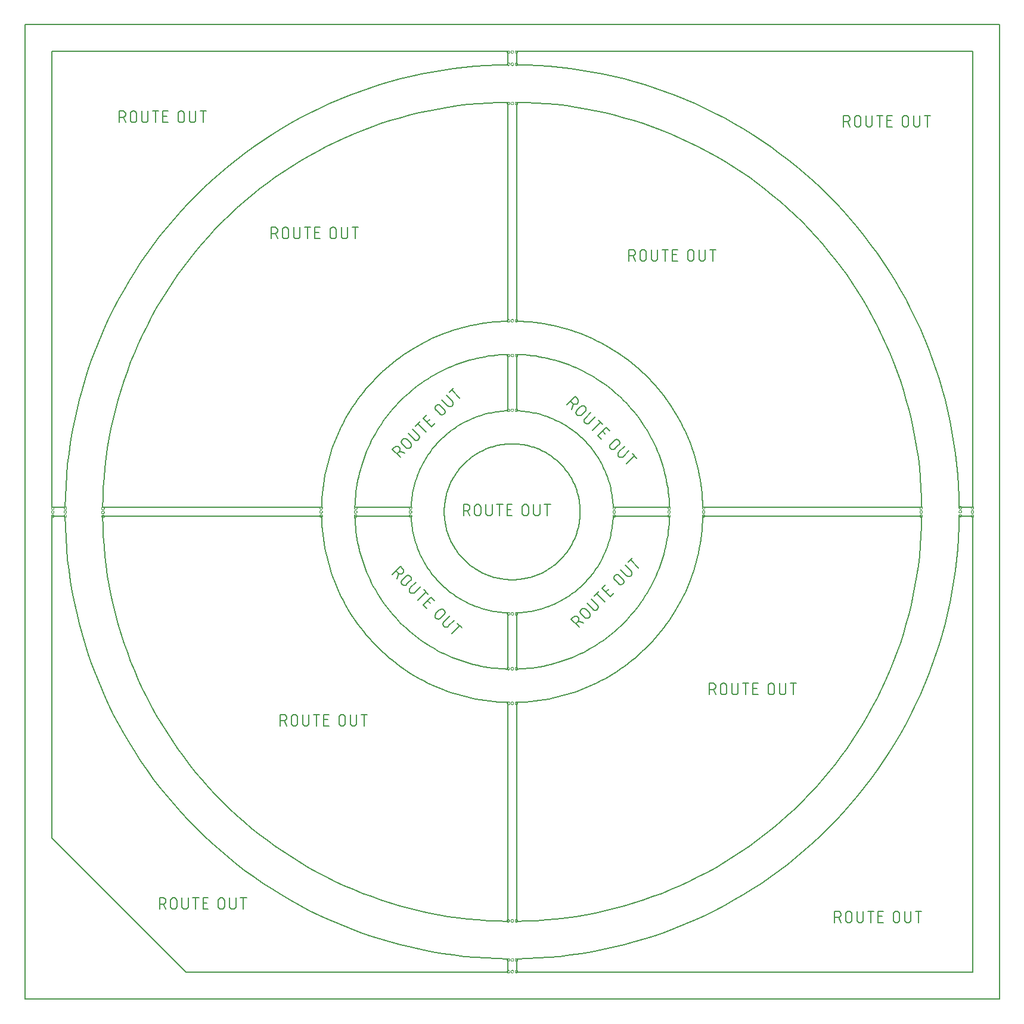
<source format=gko>
G75*
%MOIN*%
%OFA0B0*%
%FSLAX25Y25*%
%IPPOS*%
%LPD*%
%AMOC8*
5,1,8,0,0,1.08239X$1,22.5*
%
%ADD10C,0.00600*%
%ADD11C,0.00000*%
D10*
X0001300Y0001300D02*
X0001300Y0546300D01*
X0546300Y0546300D01*
X0546300Y0001300D01*
X0001300Y0001300D01*
X0076600Y0051600D02*
X0076600Y0058000D01*
X0078378Y0058000D01*
X0078461Y0057998D01*
X0078544Y0057992D01*
X0078627Y0057982D01*
X0078710Y0057969D01*
X0078791Y0057951D01*
X0078872Y0057930D01*
X0078951Y0057905D01*
X0079029Y0057876D01*
X0079106Y0057844D01*
X0079181Y0057808D01*
X0079255Y0057769D01*
X0079326Y0057726D01*
X0079396Y0057680D01*
X0079463Y0057630D01*
X0079528Y0057578D01*
X0079590Y0057523D01*
X0079650Y0057464D01*
X0079707Y0057403D01*
X0079761Y0057340D01*
X0079812Y0057274D01*
X0079859Y0057205D01*
X0079904Y0057135D01*
X0079945Y0057062D01*
X0079982Y0056988D01*
X0080017Y0056912D01*
X0080047Y0056834D01*
X0080074Y0056756D01*
X0080097Y0056675D01*
X0080117Y0056594D01*
X0080132Y0056512D01*
X0080144Y0056430D01*
X0080152Y0056347D01*
X0080156Y0056264D01*
X0080156Y0056180D01*
X0080152Y0056097D01*
X0080144Y0056014D01*
X0080132Y0055932D01*
X0080117Y0055850D01*
X0080097Y0055769D01*
X0080074Y0055688D01*
X0080047Y0055610D01*
X0080017Y0055532D01*
X0079982Y0055456D01*
X0079945Y0055382D01*
X0079904Y0055309D01*
X0079859Y0055239D01*
X0079812Y0055170D01*
X0079761Y0055104D01*
X0079707Y0055041D01*
X0079650Y0054980D01*
X0079590Y0054921D01*
X0079528Y0054866D01*
X0079463Y0054814D01*
X0079396Y0054764D01*
X0079326Y0054718D01*
X0079255Y0054675D01*
X0079181Y0054636D01*
X0079106Y0054600D01*
X0079029Y0054568D01*
X0078951Y0054539D01*
X0078872Y0054514D01*
X0078791Y0054493D01*
X0078710Y0054475D01*
X0078627Y0054462D01*
X0078544Y0054452D01*
X0078461Y0054446D01*
X0078378Y0054444D01*
X0076600Y0054444D01*
X0078733Y0054444D02*
X0080156Y0051600D01*
X0082718Y0053378D02*
X0082718Y0056222D01*
X0082720Y0056305D01*
X0082726Y0056388D01*
X0082736Y0056471D01*
X0082749Y0056554D01*
X0082767Y0056635D01*
X0082788Y0056716D01*
X0082813Y0056795D01*
X0082842Y0056873D01*
X0082874Y0056950D01*
X0082910Y0057025D01*
X0082949Y0057099D01*
X0082992Y0057170D01*
X0083038Y0057240D01*
X0083088Y0057307D01*
X0083140Y0057372D01*
X0083195Y0057434D01*
X0083254Y0057494D01*
X0083315Y0057551D01*
X0083378Y0057605D01*
X0083444Y0057656D01*
X0083513Y0057703D01*
X0083583Y0057748D01*
X0083656Y0057789D01*
X0083730Y0057826D01*
X0083806Y0057861D01*
X0083884Y0057891D01*
X0083962Y0057918D01*
X0084043Y0057941D01*
X0084124Y0057961D01*
X0084206Y0057976D01*
X0084288Y0057988D01*
X0084371Y0057996D01*
X0084454Y0058000D01*
X0084538Y0058000D01*
X0084621Y0057996D01*
X0084704Y0057988D01*
X0084786Y0057976D01*
X0084868Y0057961D01*
X0084949Y0057941D01*
X0085030Y0057918D01*
X0085108Y0057891D01*
X0085186Y0057861D01*
X0085262Y0057826D01*
X0085336Y0057789D01*
X0085409Y0057748D01*
X0085479Y0057703D01*
X0085548Y0057656D01*
X0085614Y0057605D01*
X0085677Y0057551D01*
X0085738Y0057494D01*
X0085797Y0057434D01*
X0085852Y0057372D01*
X0085904Y0057307D01*
X0085954Y0057240D01*
X0086000Y0057170D01*
X0086043Y0057099D01*
X0086082Y0057025D01*
X0086118Y0056950D01*
X0086150Y0056873D01*
X0086179Y0056795D01*
X0086204Y0056716D01*
X0086225Y0056635D01*
X0086243Y0056554D01*
X0086256Y0056471D01*
X0086266Y0056388D01*
X0086272Y0056305D01*
X0086274Y0056222D01*
X0086274Y0053378D01*
X0086272Y0053295D01*
X0086266Y0053212D01*
X0086256Y0053129D01*
X0086243Y0053046D01*
X0086225Y0052965D01*
X0086204Y0052884D01*
X0086179Y0052805D01*
X0086150Y0052727D01*
X0086118Y0052650D01*
X0086082Y0052575D01*
X0086043Y0052501D01*
X0086000Y0052430D01*
X0085954Y0052360D01*
X0085904Y0052293D01*
X0085852Y0052228D01*
X0085797Y0052166D01*
X0085738Y0052106D01*
X0085677Y0052049D01*
X0085614Y0051995D01*
X0085548Y0051944D01*
X0085479Y0051897D01*
X0085409Y0051852D01*
X0085336Y0051811D01*
X0085262Y0051774D01*
X0085186Y0051739D01*
X0085108Y0051709D01*
X0085030Y0051682D01*
X0084949Y0051659D01*
X0084868Y0051639D01*
X0084786Y0051624D01*
X0084704Y0051612D01*
X0084621Y0051604D01*
X0084538Y0051600D01*
X0084454Y0051600D01*
X0084371Y0051604D01*
X0084288Y0051612D01*
X0084206Y0051624D01*
X0084124Y0051639D01*
X0084043Y0051659D01*
X0083962Y0051682D01*
X0083884Y0051709D01*
X0083806Y0051739D01*
X0083730Y0051774D01*
X0083656Y0051811D01*
X0083583Y0051852D01*
X0083513Y0051897D01*
X0083444Y0051944D01*
X0083378Y0051995D01*
X0083315Y0052049D01*
X0083254Y0052106D01*
X0083195Y0052166D01*
X0083140Y0052228D01*
X0083088Y0052293D01*
X0083038Y0052360D01*
X0082992Y0052430D01*
X0082949Y0052501D01*
X0082910Y0052575D01*
X0082874Y0052650D01*
X0082842Y0052727D01*
X0082813Y0052805D01*
X0082788Y0052884D01*
X0082767Y0052965D01*
X0082749Y0053046D01*
X0082736Y0053129D01*
X0082726Y0053212D01*
X0082720Y0053295D01*
X0082718Y0053378D01*
X0089077Y0053378D02*
X0089077Y0058000D01*
X0092633Y0058000D02*
X0092633Y0053378D01*
X0092631Y0053295D01*
X0092625Y0053212D01*
X0092615Y0053129D01*
X0092602Y0053046D01*
X0092584Y0052965D01*
X0092563Y0052884D01*
X0092538Y0052805D01*
X0092509Y0052727D01*
X0092477Y0052650D01*
X0092441Y0052575D01*
X0092402Y0052501D01*
X0092359Y0052430D01*
X0092313Y0052360D01*
X0092263Y0052293D01*
X0092211Y0052228D01*
X0092156Y0052166D01*
X0092097Y0052106D01*
X0092036Y0052049D01*
X0091973Y0051995D01*
X0091907Y0051944D01*
X0091838Y0051897D01*
X0091768Y0051852D01*
X0091695Y0051811D01*
X0091621Y0051774D01*
X0091545Y0051739D01*
X0091467Y0051709D01*
X0091389Y0051682D01*
X0091308Y0051659D01*
X0091227Y0051639D01*
X0091145Y0051624D01*
X0091063Y0051612D01*
X0090980Y0051604D01*
X0090897Y0051600D01*
X0090813Y0051600D01*
X0090730Y0051604D01*
X0090647Y0051612D01*
X0090565Y0051624D01*
X0090483Y0051639D01*
X0090402Y0051659D01*
X0090321Y0051682D01*
X0090243Y0051709D01*
X0090165Y0051739D01*
X0090089Y0051774D01*
X0090015Y0051811D01*
X0089942Y0051852D01*
X0089872Y0051897D01*
X0089803Y0051944D01*
X0089737Y0051995D01*
X0089674Y0052049D01*
X0089613Y0052106D01*
X0089554Y0052166D01*
X0089499Y0052228D01*
X0089447Y0052293D01*
X0089397Y0052360D01*
X0089351Y0052430D01*
X0089308Y0052501D01*
X0089269Y0052575D01*
X0089233Y0052650D01*
X0089201Y0052727D01*
X0089172Y0052805D01*
X0089147Y0052884D01*
X0089126Y0052965D01*
X0089108Y0053046D01*
X0089095Y0053129D01*
X0089085Y0053212D01*
X0089079Y0053295D01*
X0089077Y0053378D01*
X0095026Y0058000D02*
X0098582Y0058000D01*
X0096804Y0058000D02*
X0096804Y0051600D01*
X0100987Y0051600D02*
X0100987Y0058000D01*
X0103831Y0058000D01*
X0103120Y0055156D02*
X0100987Y0055156D01*
X0100987Y0051600D02*
X0103831Y0051600D01*
X0109385Y0053378D02*
X0109385Y0056222D01*
X0109387Y0056305D01*
X0109393Y0056388D01*
X0109403Y0056471D01*
X0109416Y0056554D01*
X0109434Y0056635D01*
X0109455Y0056716D01*
X0109480Y0056795D01*
X0109509Y0056873D01*
X0109541Y0056950D01*
X0109577Y0057025D01*
X0109616Y0057099D01*
X0109659Y0057170D01*
X0109705Y0057240D01*
X0109755Y0057307D01*
X0109807Y0057372D01*
X0109862Y0057434D01*
X0109921Y0057494D01*
X0109982Y0057551D01*
X0110045Y0057605D01*
X0110111Y0057656D01*
X0110180Y0057703D01*
X0110250Y0057748D01*
X0110323Y0057789D01*
X0110397Y0057826D01*
X0110473Y0057861D01*
X0110551Y0057891D01*
X0110629Y0057918D01*
X0110710Y0057941D01*
X0110791Y0057961D01*
X0110873Y0057976D01*
X0110955Y0057988D01*
X0111038Y0057996D01*
X0111121Y0058000D01*
X0111205Y0058000D01*
X0111288Y0057996D01*
X0111371Y0057988D01*
X0111453Y0057976D01*
X0111535Y0057961D01*
X0111616Y0057941D01*
X0111697Y0057918D01*
X0111775Y0057891D01*
X0111853Y0057861D01*
X0111929Y0057826D01*
X0112003Y0057789D01*
X0112076Y0057748D01*
X0112146Y0057703D01*
X0112215Y0057656D01*
X0112281Y0057605D01*
X0112344Y0057551D01*
X0112405Y0057494D01*
X0112464Y0057434D01*
X0112519Y0057372D01*
X0112571Y0057307D01*
X0112621Y0057240D01*
X0112667Y0057170D01*
X0112710Y0057099D01*
X0112749Y0057025D01*
X0112785Y0056950D01*
X0112817Y0056873D01*
X0112846Y0056795D01*
X0112871Y0056716D01*
X0112892Y0056635D01*
X0112910Y0056554D01*
X0112923Y0056471D01*
X0112933Y0056388D01*
X0112939Y0056305D01*
X0112941Y0056222D01*
X0112941Y0053378D01*
X0112939Y0053295D01*
X0112933Y0053212D01*
X0112923Y0053129D01*
X0112910Y0053046D01*
X0112892Y0052965D01*
X0112871Y0052884D01*
X0112846Y0052805D01*
X0112817Y0052727D01*
X0112785Y0052650D01*
X0112749Y0052575D01*
X0112710Y0052501D01*
X0112667Y0052430D01*
X0112621Y0052360D01*
X0112571Y0052293D01*
X0112519Y0052228D01*
X0112464Y0052166D01*
X0112405Y0052106D01*
X0112344Y0052049D01*
X0112281Y0051995D01*
X0112215Y0051944D01*
X0112146Y0051897D01*
X0112076Y0051852D01*
X0112003Y0051811D01*
X0111929Y0051774D01*
X0111853Y0051739D01*
X0111775Y0051709D01*
X0111697Y0051682D01*
X0111616Y0051659D01*
X0111535Y0051639D01*
X0111453Y0051624D01*
X0111371Y0051612D01*
X0111288Y0051604D01*
X0111205Y0051600D01*
X0111121Y0051600D01*
X0111038Y0051604D01*
X0110955Y0051612D01*
X0110873Y0051624D01*
X0110791Y0051639D01*
X0110710Y0051659D01*
X0110629Y0051682D01*
X0110551Y0051709D01*
X0110473Y0051739D01*
X0110397Y0051774D01*
X0110323Y0051811D01*
X0110250Y0051852D01*
X0110180Y0051897D01*
X0110111Y0051944D01*
X0110045Y0051995D01*
X0109982Y0052049D01*
X0109921Y0052106D01*
X0109862Y0052166D01*
X0109807Y0052228D01*
X0109755Y0052293D01*
X0109705Y0052360D01*
X0109659Y0052430D01*
X0109616Y0052501D01*
X0109577Y0052575D01*
X0109541Y0052650D01*
X0109509Y0052727D01*
X0109480Y0052805D01*
X0109455Y0052884D01*
X0109434Y0052965D01*
X0109416Y0053046D01*
X0109403Y0053129D01*
X0109393Y0053212D01*
X0109387Y0053295D01*
X0109385Y0053378D01*
X0115745Y0053378D02*
X0115745Y0058000D01*
X0119300Y0058000D02*
X0119300Y0053378D01*
X0119298Y0053295D01*
X0119292Y0053212D01*
X0119282Y0053129D01*
X0119269Y0053046D01*
X0119251Y0052965D01*
X0119230Y0052884D01*
X0119205Y0052805D01*
X0119176Y0052727D01*
X0119144Y0052650D01*
X0119108Y0052575D01*
X0119069Y0052501D01*
X0119026Y0052430D01*
X0118980Y0052360D01*
X0118930Y0052293D01*
X0118878Y0052228D01*
X0118823Y0052166D01*
X0118764Y0052106D01*
X0118703Y0052049D01*
X0118640Y0051995D01*
X0118574Y0051944D01*
X0118505Y0051897D01*
X0118435Y0051852D01*
X0118362Y0051811D01*
X0118288Y0051774D01*
X0118212Y0051739D01*
X0118134Y0051709D01*
X0118056Y0051682D01*
X0117975Y0051659D01*
X0117894Y0051639D01*
X0117812Y0051624D01*
X0117730Y0051612D01*
X0117647Y0051604D01*
X0117564Y0051600D01*
X0117480Y0051600D01*
X0117397Y0051604D01*
X0117314Y0051612D01*
X0117232Y0051624D01*
X0117150Y0051639D01*
X0117069Y0051659D01*
X0116988Y0051682D01*
X0116910Y0051709D01*
X0116832Y0051739D01*
X0116756Y0051774D01*
X0116682Y0051811D01*
X0116609Y0051852D01*
X0116539Y0051897D01*
X0116470Y0051944D01*
X0116404Y0051995D01*
X0116341Y0052049D01*
X0116280Y0052106D01*
X0116221Y0052166D01*
X0116166Y0052228D01*
X0116114Y0052293D01*
X0116064Y0052360D01*
X0116018Y0052430D01*
X0115975Y0052501D01*
X0115936Y0052575D01*
X0115900Y0052650D01*
X0115868Y0052727D01*
X0115839Y0052805D01*
X0115814Y0052884D01*
X0115793Y0052965D01*
X0115775Y0053046D01*
X0115762Y0053129D01*
X0115752Y0053212D01*
X0115746Y0053295D01*
X0115744Y0053378D01*
X0121694Y0058000D02*
X0125249Y0058000D01*
X0123471Y0058000D02*
X0123471Y0051600D01*
X0091300Y0016300D02*
X0271300Y0016300D01*
X0271300Y0023800D01*
X0276300Y0023800D02*
X0276300Y0016300D01*
X0531300Y0016300D01*
X0531300Y0271300D01*
X0523800Y0271300D01*
X0523800Y0276300D02*
X0531300Y0276300D01*
X0531300Y0531300D01*
X0276300Y0531300D01*
X0276300Y0523800D01*
X0271300Y0523800D02*
X0271300Y0531300D01*
X0016300Y0531300D01*
X0016300Y0276300D01*
X0023800Y0276300D01*
X0023800Y0271300D02*
X0016300Y0271300D01*
X0016300Y0091300D01*
X0091300Y0016300D01*
X0144100Y0154100D02*
X0144100Y0160500D01*
X0145878Y0160500D01*
X0145961Y0160498D01*
X0146044Y0160492D01*
X0146127Y0160482D01*
X0146210Y0160469D01*
X0146291Y0160451D01*
X0146372Y0160430D01*
X0146451Y0160405D01*
X0146529Y0160376D01*
X0146606Y0160344D01*
X0146681Y0160308D01*
X0146755Y0160269D01*
X0146826Y0160226D01*
X0146896Y0160180D01*
X0146963Y0160130D01*
X0147028Y0160078D01*
X0147090Y0160023D01*
X0147150Y0159964D01*
X0147207Y0159903D01*
X0147261Y0159840D01*
X0147312Y0159774D01*
X0147359Y0159705D01*
X0147404Y0159635D01*
X0147445Y0159562D01*
X0147482Y0159488D01*
X0147517Y0159412D01*
X0147547Y0159334D01*
X0147574Y0159256D01*
X0147597Y0159175D01*
X0147617Y0159094D01*
X0147632Y0159012D01*
X0147644Y0158930D01*
X0147652Y0158847D01*
X0147656Y0158764D01*
X0147656Y0158680D01*
X0147652Y0158597D01*
X0147644Y0158514D01*
X0147632Y0158432D01*
X0147617Y0158350D01*
X0147597Y0158269D01*
X0147574Y0158188D01*
X0147547Y0158110D01*
X0147517Y0158032D01*
X0147482Y0157956D01*
X0147445Y0157882D01*
X0147404Y0157809D01*
X0147359Y0157739D01*
X0147312Y0157670D01*
X0147261Y0157604D01*
X0147207Y0157541D01*
X0147150Y0157480D01*
X0147090Y0157421D01*
X0147028Y0157366D01*
X0146963Y0157314D01*
X0146896Y0157264D01*
X0146826Y0157218D01*
X0146755Y0157175D01*
X0146681Y0157136D01*
X0146606Y0157100D01*
X0146529Y0157068D01*
X0146451Y0157039D01*
X0146372Y0157014D01*
X0146291Y0156993D01*
X0146210Y0156975D01*
X0146127Y0156962D01*
X0146044Y0156952D01*
X0145961Y0156946D01*
X0145878Y0156944D01*
X0144100Y0156944D01*
X0146233Y0156944D02*
X0147656Y0154100D01*
X0150218Y0155878D02*
X0150218Y0158722D01*
X0150220Y0158805D01*
X0150226Y0158888D01*
X0150236Y0158971D01*
X0150249Y0159054D01*
X0150267Y0159135D01*
X0150288Y0159216D01*
X0150313Y0159295D01*
X0150342Y0159373D01*
X0150374Y0159450D01*
X0150410Y0159525D01*
X0150449Y0159599D01*
X0150492Y0159670D01*
X0150538Y0159740D01*
X0150588Y0159807D01*
X0150640Y0159872D01*
X0150695Y0159934D01*
X0150754Y0159994D01*
X0150815Y0160051D01*
X0150878Y0160105D01*
X0150944Y0160156D01*
X0151013Y0160203D01*
X0151083Y0160248D01*
X0151156Y0160289D01*
X0151230Y0160326D01*
X0151306Y0160361D01*
X0151384Y0160391D01*
X0151462Y0160418D01*
X0151543Y0160441D01*
X0151624Y0160461D01*
X0151706Y0160476D01*
X0151788Y0160488D01*
X0151871Y0160496D01*
X0151954Y0160500D01*
X0152038Y0160500D01*
X0152121Y0160496D01*
X0152204Y0160488D01*
X0152286Y0160476D01*
X0152368Y0160461D01*
X0152449Y0160441D01*
X0152530Y0160418D01*
X0152608Y0160391D01*
X0152686Y0160361D01*
X0152762Y0160326D01*
X0152836Y0160289D01*
X0152909Y0160248D01*
X0152979Y0160203D01*
X0153048Y0160156D01*
X0153114Y0160105D01*
X0153177Y0160051D01*
X0153238Y0159994D01*
X0153297Y0159934D01*
X0153352Y0159872D01*
X0153404Y0159807D01*
X0153454Y0159740D01*
X0153500Y0159670D01*
X0153543Y0159599D01*
X0153582Y0159525D01*
X0153618Y0159450D01*
X0153650Y0159373D01*
X0153679Y0159295D01*
X0153704Y0159216D01*
X0153725Y0159135D01*
X0153743Y0159054D01*
X0153756Y0158971D01*
X0153766Y0158888D01*
X0153772Y0158805D01*
X0153774Y0158722D01*
X0153774Y0155878D01*
X0153772Y0155795D01*
X0153766Y0155712D01*
X0153756Y0155629D01*
X0153743Y0155546D01*
X0153725Y0155465D01*
X0153704Y0155384D01*
X0153679Y0155305D01*
X0153650Y0155227D01*
X0153618Y0155150D01*
X0153582Y0155075D01*
X0153543Y0155001D01*
X0153500Y0154930D01*
X0153454Y0154860D01*
X0153404Y0154793D01*
X0153352Y0154728D01*
X0153297Y0154666D01*
X0153238Y0154606D01*
X0153177Y0154549D01*
X0153114Y0154495D01*
X0153048Y0154444D01*
X0152979Y0154397D01*
X0152909Y0154352D01*
X0152836Y0154311D01*
X0152762Y0154274D01*
X0152686Y0154239D01*
X0152608Y0154209D01*
X0152530Y0154182D01*
X0152449Y0154159D01*
X0152368Y0154139D01*
X0152286Y0154124D01*
X0152204Y0154112D01*
X0152121Y0154104D01*
X0152038Y0154100D01*
X0151954Y0154100D01*
X0151871Y0154104D01*
X0151788Y0154112D01*
X0151706Y0154124D01*
X0151624Y0154139D01*
X0151543Y0154159D01*
X0151462Y0154182D01*
X0151384Y0154209D01*
X0151306Y0154239D01*
X0151230Y0154274D01*
X0151156Y0154311D01*
X0151083Y0154352D01*
X0151013Y0154397D01*
X0150944Y0154444D01*
X0150878Y0154495D01*
X0150815Y0154549D01*
X0150754Y0154606D01*
X0150695Y0154666D01*
X0150640Y0154728D01*
X0150588Y0154793D01*
X0150538Y0154860D01*
X0150492Y0154930D01*
X0150449Y0155001D01*
X0150410Y0155075D01*
X0150374Y0155150D01*
X0150342Y0155227D01*
X0150313Y0155305D01*
X0150288Y0155384D01*
X0150267Y0155465D01*
X0150249Y0155546D01*
X0150236Y0155629D01*
X0150226Y0155712D01*
X0150220Y0155795D01*
X0150218Y0155878D01*
X0156577Y0155878D02*
X0156577Y0160500D01*
X0160133Y0160500D02*
X0160133Y0155878D01*
X0160131Y0155795D01*
X0160125Y0155712D01*
X0160115Y0155629D01*
X0160102Y0155546D01*
X0160084Y0155465D01*
X0160063Y0155384D01*
X0160038Y0155305D01*
X0160009Y0155227D01*
X0159977Y0155150D01*
X0159941Y0155075D01*
X0159902Y0155001D01*
X0159859Y0154930D01*
X0159813Y0154860D01*
X0159763Y0154793D01*
X0159711Y0154728D01*
X0159656Y0154666D01*
X0159597Y0154606D01*
X0159536Y0154549D01*
X0159473Y0154495D01*
X0159407Y0154444D01*
X0159338Y0154397D01*
X0159268Y0154352D01*
X0159195Y0154311D01*
X0159121Y0154274D01*
X0159045Y0154239D01*
X0158967Y0154209D01*
X0158889Y0154182D01*
X0158808Y0154159D01*
X0158727Y0154139D01*
X0158645Y0154124D01*
X0158563Y0154112D01*
X0158480Y0154104D01*
X0158397Y0154100D01*
X0158313Y0154100D01*
X0158230Y0154104D01*
X0158147Y0154112D01*
X0158065Y0154124D01*
X0157983Y0154139D01*
X0157902Y0154159D01*
X0157821Y0154182D01*
X0157743Y0154209D01*
X0157665Y0154239D01*
X0157589Y0154274D01*
X0157515Y0154311D01*
X0157442Y0154352D01*
X0157372Y0154397D01*
X0157303Y0154444D01*
X0157237Y0154495D01*
X0157174Y0154549D01*
X0157113Y0154606D01*
X0157054Y0154666D01*
X0156999Y0154728D01*
X0156947Y0154793D01*
X0156897Y0154860D01*
X0156851Y0154930D01*
X0156808Y0155001D01*
X0156769Y0155075D01*
X0156733Y0155150D01*
X0156701Y0155227D01*
X0156672Y0155305D01*
X0156647Y0155384D01*
X0156626Y0155465D01*
X0156608Y0155546D01*
X0156595Y0155629D01*
X0156585Y0155712D01*
X0156579Y0155795D01*
X0156577Y0155878D01*
X0162526Y0160500D02*
X0166082Y0160500D01*
X0164304Y0160500D02*
X0164304Y0154100D01*
X0168487Y0154100D02*
X0168487Y0160500D01*
X0171331Y0160500D01*
X0170620Y0157656D02*
X0168487Y0157656D01*
X0168487Y0154100D02*
X0171331Y0154100D01*
X0176885Y0155878D02*
X0176885Y0158722D01*
X0176887Y0158805D01*
X0176893Y0158888D01*
X0176903Y0158971D01*
X0176916Y0159054D01*
X0176934Y0159135D01*
X0176955Y0159216D01*
X0176980Y0159295D01*
X0177009Y0159373D01*
X0177041Y0159450D01*
X0177077Y0159525D01*
X0177116Y0159599D01*
X0177159Y0159670D01*
X0177205Y0159740D01*
X0177255Y0159807D01*
X0177307Y0159872D01*
X0177362Y0159934D01*
X0177421Y0159994D01*
X0177482Y0160051D01*
X0177545Y0160105D01*
X0177611Y0160156D01*
X0177680Y0160203D01*
X0177750Y0160248D01*
X0177823Y0160289D01*
X0177897Y0160326D01*
X0177973Y0160361D01*
X0178051Y0160391D01*
X0178129Y0160418D01*
X0178210Y0160441D01*
X0178291Y0160461D01*
X0178373Y0160476D01*
X0178455Y0160488D01*
X0178538Y0160496D01*
X0178621Y0160500D01*
X0178705Y0160500D01*
X0178788Y0160496D01*
X0178871Y0160488D01*
X0178953Y0160476D01*
X0179035Y0160461D01*
X0179116Y0160441D01*
X0179197Y0160418D01*
X0179275Y0160391D01*
X0179353Y0160361D01*
X0179429Y0160326D01*
X0179503Y0160289D01*
X0179576Y0160248D01*
X0179646Y0160203D01*
X0179715Y0160156D01*
X0179781Y0160105D01*
X0179844Y0160051D01*
X0179905Y0159994D01*
X0179964Y0159934D01*
X0180019Y0159872D01*
X0180071Y0159807D01*
X0180121Y0159740D01*
X0180167Y0159670D01*
X0180210Y0159599D01*
X0180249Y0159525D01*
X0180285Y0159450D01*
X0180317Y0159373D01*
X0180346Y0159295D01*
X0180371Y0159216D01*
X0180392Y0159135D01*
X0180410Y0159054D01*
X0180423Y0158971D01*
X0180433Y0158888D01*
X0180439Y0158805D01*
X0180441Y0158722D01*
X0180441Y0155878D01*
X0180439Y0155795D01*
X0180433Y0155712D01*
X0180423Y0155629D01*
X0180410Y0155546D01*
X0180392Y0155465D01*
X0180371Y0155384D01*
X0180346Y0155305D01*
X0180317Y0155227D01*
X0180285Y0155150D01*
X0180249Y0155075D01*
X0180210Y0155001D01*
X0180167Y0154930D01*
X0180121Y0154860D01*
X0180071Y0154793D01*
X0180019Y0154728D01*
X0179964Y0154666D01*
X0179905Y0154606D01*
X0179844Y0154549D01*
X0179781Y0154495D01*
X0179715Y0154444D01*
X0179646Y0154397D01*
X0179576Y0154352D01*
X0179503Y0154311D01*
X0179429Y0154274D01*
X0179353Y0154239D01*
X0179275Y0154209D01*
X0179197Y0154182D01*
X0179116Y0154159D01*
X0179035Y0154139D01*
X0178953Y0154124D01*
X0178871Y0154112D01*
X0178788Y0154104D01*
X0178705Y0154100D01*
X0178621Y0154100D01*
X0178538Y0154104D01*
X0178455Y0154112D01*
X0178373Y0154124D01*
X0178291Y0154139D01*
X0178210Y0154159D01*
X0178129Y0154182D01*
X0178051Y0154209D01*
X0177973Y0154239D01*
X0177897Y0154274D01*
X0177823Y0154311D01*
X0177750Y0154352D01*
X0177680Y0154397D01*
X0177611Y0154444D01*
X0177545Y0154495D01*
X0177482Y0154549D01*
X0177421Y0154606D01*
X0177362Y0154666D01*
X0177307Y0154728D01*
X0177255Y0154793D01*
X0177205Y0154860D01*
X0177159Y0154930D01*
X0177116Y0155001D01*
X0177077Y0155075D01*
X0177041Y0155150D01*
X0177009Y0155227D01*
X0176980Y0155305D01*
X0176955Y0155384D01*
X0176934Y0155465D01*
X0176916Y0155546D01*
X0176903Y0155629D01*
X0176893Y0155712D01*
X0176887Y0155795D01*
X0176885Y0155878D01*
X0183245Y0155878D02*
X0183245Y0160500D01*
X0186800Y0160500D02*
X0186800Y0155878D01*
X0186798Y0155795D01*
X0186792Y0155712D01*
X0186782Y0155629D01*
X0186769Y0155546D01*
X0186751Y0155465D01*
X0186730Y0155384D01*
X0186705Y0155305D01*
X0186676Y0155227D01*
X0186644Y0155150D01*
X0186608Y0155075D01*
X0186569Y0155001D01*
X0186526Y0154930D01*
X0186480Y0154860D01*
X0186430Y0154793D01*
X0186378Y0154728D01*
X0186323Y0154666D01*
X0186264Y0154606D01*
X0186203Y0154549D01*
X0186140Y0154495D01*
X0186074Y0154444D01*
X0186005Y0154397D01*
X0185935Y0154352D01*
X0185862Y0154311D01*
X0185788Y0154274D01*
X0185712Y0154239D01*
X0185634Y0154209D01*
X0185556Y0154182D01*
X0185475Y0154159D01*
X0185394Y0154139D01*
X0185312Y0154124D01*
X0185230Y0154112D01*
X0185147Y0154104D01*
X0185064Y0154100D01*
X0184980Y0154100D01*
X0184897Y0154104D01*
X0184814Y0154112D01*
X0184732Y0154124D01*
X0184650Y0154139D01*
X0184569Y0154159D01*
X0184488Y0154182D01*
X0184410Y0154209D01*
X0184332Y0154239D01*
X0184256Y0154274D01*
X0184182Y0154311D01*
X0184109Y0154352D01*
X0184039Y0154397D01*
X0183970Y0154444D01*
X0183904Y0154495D01*
X0183841Y0154549D01*
X0183780Y0154606D01*
X0183721Y0154666D01*
X0183666Y0154728D01*
X0183614Y0154793D01*
X0183564Y0154860D01*
X0183518Y0154930D01*
X0183475Y0155001D01*
X0183436Y0155075D01*
X0183400Y0155150D01*
X0183368Y0155227D01*
X0183339Y0155305D01*
X0183314Y0155384D01*
X0183293Y0155465D01*
X0183275Y0155546D01*
X0183262Y0155629D01*
X0183252Y0155712D01*
X0183246Y0155795D01*
X0183244Y0155878D01*
X0189194Y0160500D02*
X0192749Y0160500D01*
X0190971Y0160500D02*
X0190971Y0154100D01*
X0239867Y0205657D02*
X0244393Y0210182D01*
X0243136Y0211439D02*
X0245650Y0208925D01*
X0241443Y0213132D02*
X0238175Y0209863D01*
X0238115Y0209805D01*
X0238052Y0209751D01*
X0237987Y0209699D01*
X0237919Y0209650D01*
X0237849Y0209605D01*
X0237777Y0209563D01*
X0237703Y0209525D01*
X0237627Y0209490D01*
X0237550Y0209458D01*
X0237471Y0209430D01*
X0237392Y0209406D01*
X0237311Y0209386D01*
X0237229Y0209369D01*
X0237147Y0209357D01*
X0237064Y0209348D01*
X0236981Y0209343D01*
X0236897Y0209342D01*
X0236814Y0209345D01*
X0236731Y0209352D01*
X0236648Y0209363D01*
X0236566Y0209377D01*
X0236485Y0209396D01*
X0236404Y0209418D01*
X0236325Y0209444D01*
X0236247Y0209473D01*
X0236171Y0209507D01*
X0236096Y0209543D01*
X0236023Y0209584D01*
X0235952Y0209627D01*
X0235883Y0209674D01*
X0235816Y0209724D01*
X0235752Y0209778D01*
X0235691Y0209834D01*
X0235632Y0209893D01*
X0235576Y0209954D01*
X0235522Y0210018D01*
X0235472Y0210085D01*
X0235425Y0210154D01*
X0235382Y0210225D01*
X0235341Y0210298D01*
X0235305Y0210373D01*
X0235271Y0210449D01*
X0235242Y0210527D01*
X0235216Y0210606D01*
X0235194Y0210687D01*
X0235175Y0210768D01*
X0235161Y0210850D01*
X0235150Y0210933D01*
X0235143Y0211016D01*
X0235140Y0211099D01*
X0235141Y0211183D01*
X0235146Y0211266D01*
X0235155Y0211349D01*
X0235167Y0211431D01*
X0235184Y0211513D01*
X0235204Y0211594D01*
X0235228Y0211673D01*
X0235256Y0211752D01*
X0235288Y0211829D01*
X0235323Y0211905D01*
X0235361Y0211979D01*
X0235403Y0212051D01*
X0235448Y0212121D01*
X0235497Y0212189D01*
X0235549Y0212254D01*
X0235603Y0212317D01*
X0235661Y0212377D01*
X0235661Y0212378D02*
X0238929Y0215646D01*
X0235690Y0216371D02*
X0233678Y0214360D01*
X0233618Y0214302D01*
X0233555Y0214248D01*
X0233490Y0214196D01*
X0233422Y0214147D01*
X0233352Y0214102D01*
X0233280Y0214060D01*
X0233206Y0214022D01*
X0233130Y0213987D01*
X0233053Y0213955D01*
X0232974Y0213927D01*
X0232895Y0213903D01*
X0232814Y0213883D01*
X0232732Y0213866D01*
X0232650Y0213854D01*
X0232567Y0213845D01*
X0232484Y0213840D01*
X0232400Y0213839D01*
X0232317Y0213842D01*
X0232234Y0213849D01*
X0232151Y0213860D01*
X0232069Y0213874D01*
X0231988Y0213893D01*
X0231907Y0213915D01*
X0231828Y0213941D01*
X0231750Y0213970D01*
X0231674Y0214004D01*
X0231599Y0214040D01*
X0231526Y0214081D01*
X0231455Y0214124D01*
X0231386Y0214171D01*
X0231319Y0214221D01*
X0231255Y0214275D01*
X0231194Y0214331D01*
X0231135Y0214390D01*
X0231079Y0214451D01*
X0231025Y0214515D01*
X0230975Y0214582D01*
X0230928Y0214651D01*
X0230885Y0214722D01*
X0230844Y0214795D01*
X0230808Y0214870D01*
X0230774Y0214946D01*
X0230745Y0215024D01*
X0230719Y0215103D01*
X0230697Y0215184D01*
X0230678Y0215265D01*
X0230664Y0215347D01*
X0230653Y0215430D01*
X0230646Y0215513D01*
X0230643Y0215596D01*
X0230644Y0215680D01*
X0230649Y0215763D01*
X0230658Y0215846D01*
X0230670Y0215928D01*
X0230687Y0216010D01*
X0230707Y0216091D01*
X0230731Y0216170D01*
X0230759Y0216249D01*
X0230791Y0216326D01*
X0230826Y0216402D01*
X0230864Y0216476D01*
X0230906Y0216548D01*
X0230951Y0216618D01*
X0231000Y0216686D01*
X0231052Y0216751D01*
X0231106Y0216814D01*
X0231164Y0216874D01*
X0233175Y0218885D01*
X0233235Y0218943D01*
X0233298Y0218997D01*
X0233363Y0219049D01*
X0233431Y0219098D01*
X0233501Y0219143D01*
X0233573Y0219185D01*
X0233647Y0219223D01*
X0233723Y0219258D01*
X0233800Y0219290D01*
X0233879Y0219318D01*
X0233958Y0219342D01*
X0234039Y0219362D01*
X0234121Y0219379D01*
X0234203Y0219391D01*
X0234286Y0219400D01*
X0234369Y0219405D01*
X0234453Y0219406D01*
X0234536Y0219403D01*
X0234619Y0219396D01*
X0234702Y0219385D01*
X0234784Y0219371D01*
X0234865Y0219352D01*
X0234946Y0219330D01*
X0235025Y0219304D01*
X0235103Y0219275D01*
X0235179Y0219241D01*
X0235254Y0219205D01*
X0235327Y0219164D01*
X0235398Y0219121D01*
X0235467Y0219074D01*
X0235534Y0219024D01*
X0235598Y0218970D01*
X0235659Y0218914D01*
X0235718Y0218855D01*
X0235774Y0218794D01*
X0235828Y0218730D01*
X0235878Y0218663D01*
X0235925Y0218594D01*
X0235968Y0218523D01*
X0236009Y0218450D01*
X0236045Y0218375D01*
X0236079Y0218299D01*
X0236108Y0218221D01*
X0236134Y0218142D01*
X0236156Y0218061D01*
X0236175Y0217980D01*
X0236189Y0217898D01*
X0236200Y0217815D01*
X0236207Y0217732D01*
X0236210Y0217649D01*
X0236209Y0217565D01*
X0236204Y0217482D01*
X0236195Y0217399D01*
X0236183Y0217317D01*
X0236166Y0217235D01*
X0236146Y0217154D01*
X0236122Y0217075D01*
X0236094Y0216996D01*
X0236062Y0216919D01*
X0236027Y0216843D01*
X0235989Y0216769D01*
X0235947Y0216697D01*
X0235902Y0216627D01*
X0235853Y0216559D01*
X0235801Y0216494D01*
X0235747Y0216431D01*
X0235689Y0216371D01*
X0230505Y0224070D02*
X0228494Y0226081D01*
X0223968Y0221556D01*
X0225980Y0219545D01*
X0227991Y0222562D02*
X0226482Y0224070D01*
X0226793Y0227782D02*
X0224279Y0230296D01*
X0225536Y0229039D02*
X0221010Y0224514D01*
X0219318Y0228720D02*
X0222587Y0231989D01*
X0220072Y0234503D02*
X0216804Y0231234D01*
X0216746Y0231174D01*
X0216692Y0231111D01*
X0216640Y0231046D01*
X0216591Y0230978D01*
X0216546Y0230908D01*
X0216504Y0230836D01*
X0216466Y0230762D01*
X0216431Y0230686D01*
X0216399Y0230609D01*
X0216371Y0230530D01*
X0216347Y0230451D01*
X0216327Y0230370D01*
X0216310Y0230288D01*
X0216298Y0230206D01*
X0216289Y0230123D01*
X0216284Y0230040D01*
X0216283Y0229956D01*
X0216286Y0229873D01*
X0216293Y0229790D01*
X0216304Y0229707D01*
X0216318Y0229625D01*
X0216337Y0229544D01*
X0216359Y0229463D01*
X0216385Y0229384D01*
X0216414Y0229306D01*
X0216448Y0229230D01*
X0216484Y0229155D01*
X0216525Y0229082D01*
X0216568Y0229011D01*
X0216615Y0228942D01*
X0216665Y0228875D01*
X0216719Y0228811D01*
X0216775Y0228750D01*
X0216834Y0228691D01*
X0216895Y0228635D01*
X0216959Y0228581D01*
X0217026Y0228531D01*
X0217095Y0228484D01*
X0217166Y0228441D01*
X0217239Y0228400D01*
X0217314Y0228364D01*
X0217390Y0228330D01*
X0217468Y0228301D01*
X0217547Y0228275D01*
X0217628Y0228253D01*
X0217709Y0228234D01*
X0217791Y0228220D01*
X0217874Y0228209D01*
X0217957Y0228202D01*
X0218040Y0228199D01*
X0218124Y0228200D01*
X0218207Y0228205D01*
X0218290Y0228214D01*
X0218372Y0228226D01*
X0218454Y0228243D01*
X0218535Y0228263D01*
X0218614Y0228287D01*
X0218693Y0228315D01*
X0218770Y0228347D01*
X0218846Y0228382D01*
X0218920Y0228420D01*
X0218992Y0228462D01*
X0219062Y0228507D01*
X0219130Y0228556D01*
X0219195Y0228608D01*
X0219258Y0228662D01*
X0219318Y0228720D01*
X0214822Y0233217D02*
X0216833Y0235228D01*
X0216891Y0235288D01*
X0216945Y0235351D01*
X0216997Y0235416D01*
X0217046Y0235484D01*
X0217091Y0235554D01*
X0217133Y0235626D01*
X0217171Y0235700D01*
X0217206Y0235776D01*
X0217238Y0235853D01*
X0217266Y0235932D01*
X0217290Y0236011D01*
X0217310Y0236092D01*
X0217327Y0236174D01*
X0217339Y0236256D01*
X0217348Y0236339D01*
X0217353Y0236422D01*
X0217354Y0236506D01*
X0217351Y0236589D01*
X0217344Y0236672D01*
X0217333Y0236755D01*
X0217319Y0236837D01*
X0217300Y0236918D01*
X0217278Y0236999D01*
X0217252Y0237078D01*
X0217223Y0237156D01*
X0217189Y0237232D01*
X0217153Y0237307D01*
X0217112Y0237380D01*
X0217069Y0237451D01*
X0217022Y0237520D01*
X0216972Y0237587D01*
X0216918Y0237651D01*
X0216862Y0237712D01*
X0216803Y0237771D01*
X0216742Y0237827D01*
X0216678Y0237881D01*
X0216611Y0237931D01*
X0216542Y0237978D01*
X0216471Y0238021D01*
X0216398Y0238062D01*
X0216323Y0238098D01*
X0216247Y0238132D01*
X0216169Y0238161D01*
X0216090Y0238187D01*
X0216009Y0238209D01*
X0215928Y0238228D01*
X0215846Y0238242D01*
X0215763Y0238253D01*
X0215680Y0238260D01*
X0215597Y0238263D01*
X0215513Y0238262D01*
X0215430Y0238257D01*
X0215347Y0238248D01*
X0215265Y0238236D01*
X0215183Y0238219D01*
X0215102Y0238199D01*
X0215023Y0238175D01*
X0214944Y0238147D01*
X0214867Y0238115D01*
X0214791Y0238080D01*
X0214717Y0238042D01*
X0214645Y0238000D01*
X0214575Y0237955D01*
X0214507Y0237906D01*
X0214442Y0237854D01*
X0214379Y0237800D01*
X0214319Y0237742D01*
X0212307Y0235731D01*
X0212249Y0235671D01*
X0212195Y0235608D01*
X0212143Y0235543D01*
X0212094Y0235475D01*
X0212049Y0235405D01*
X0212007Y0235333D01*
X0211969Y0235259D01*
X0211934Y0235183D01*
X0211902Y0235106D01*
X0211874Y0235027D01*
X0211850Y0234948D01*
X0211830Y0234867D01*
X0211813Y0234785D01*
X0211801Y0234703D01*
X0211792Y0234620D01*
X0211787Y0234537D01*
X0211786Y0234453D01*
X0211789Y0234370D01*
X0211796Y0234287D01*
X0211807Y0234204D01*
X0211821Y0234122D01*
X0211840Y0234041D01*
X0211862Y0233960D01*
X0211888Y0233881D01*
X0211917Y0233803D01*
X0211951Y0233727D01*
X0211987Y0233652D01*
X0212028Y0233579D01*
X0212071Y0233508D01*
X0212118Y0233439D01*
X0212168Y0233372D01*
X0212222Y0233308D01*
X0212278Y0233247D01*
X0212337Y0233188D01*
X0212398Y0233132D01*
X0212462Y0233078D01*
X0212529Y0233028D01*
X0212598Y0232981D01*
X0212669Y0232938D01*
X0212742Y0232897D01*
X0212817Y0232861D01*
X0212893Y0232827D01*
X0212971Y0232798D01*
X0213050Y0232772D01*
X0213131Y0232750D01*
X0213212Y0232731D01*
X0213294Y0232717D01*
X0213377Y0232706D01*
X0213460Y0232699D01*
X0213543Y0232696D01*
X0213627Y0232697D01*
X0213710Y0232702D01*
X0213793Y0232711D01*
X0213875Y0232723D01*
X0213957Y0232740D01*
X0214038Y0232760D01*
X0214117Y0232784D01*
X0214196Y0232812D01*
X0214273Y0232844D01*
X0214349Y0232879D01*
X0214423Y0232917D01*
X0214495Y0232959D01*
X0214565Y0233004D01*
X0214633Y0233053D01*
X0214698Y0233105D01*
X0214761Y0233159D01*
X0214821Y0233217D01*
X0209238Y0236286D02*
X0210244Y0239303D01*
X0209993Y0239554D02*
X0208736Y0240811D01*
X0209993Y0239554D02*
X0210053Y0239496D01*
X0210116Y0239442D01*
X0210181Y0239390D01*
X0210249Y0239341D01*
X0210319Y0239296D01*
X0210391Y0239254D01*
X0210465Y0239216D01*
X0210541Y0239181D01*
X0210618Y0239149D01*
X0210697Y0239121D01*
X0210776Y0239097D01*
X0210857Y0239077D01*
X0210939Y0239060D01*
X0211021Y0239048D01*
X0211104Y0239039D01*
X0211187Y0239034D01*
X0211271Y0239033D01*
X0211354Y0239036D01*
X0211437Y0239043D01*
X0211520Y0239054D01*
X0211602Y0239068D01*
X0211683Y0239087D01*
X0211764Y0239109D01*
X0211843Y0239135D01*
X0211921Y0239164D01*
X0211997Y0239198D01*
X0212072Y0239234D01*
X0212145Y0239275D01*
X0212216Y0239318D01*
X0212285Y0239365D01*
X0212352Y0239415D01*
X0212416Y0239469D01*
X0212477Y0239525D01*
X0212536Y0239584D01*
X0212592Y0239645D01*
X0212646Y0239709D01*
X0212696Y0239776D01*
X0212743Y0239845D01*
X0212786Y0239916D01*
X0212827Y0239989D01*
X0212863Y0240064D01*
X0212897Y0240140D01*
X0212926Y0240218D01*
X0212952Y0240297D01*
X0212974Y0240378D01*
X0212993Y0240459D01*
X0213007Y0240541D01*
X0213018Y0240624D01*
X0213025Y0240707D01*
X0213028Y0240790D01*
X0213027Y0240874D01*
X0213022Y0240957D01*
X0213013Y0241040D01*
X0213001Y0241122D01*
X0212984Y0241204D01*
X0212964Y0241285D01*
X0212940Y0241364D01*
X0212912Y0241443D01*
X0212880Y0241520D01*
X0212845Y0241596D01*
X0212807Y0241670D01*
X0212765Y0241742D01*
X0212720Y0241812D01*
X0212671Y0241880D01*
X0212619Y0241945D01*
X0212565Y0242008D01*
X0212507Y0242068D01*
X0211250Y0243325D01*
X0206724Y0238800D01*
X0217300Y0271300D02*
X0185800Y0271300D01*
X0185800Y0276300D02*
X0217300Y0276300D01*
X0211300Y0304224D02*
X0206774Y0308750D01*
X0208032Y0310007D01*
X0208092Y0310065D01*
X0208155Y0310119D01*
X0208220Y0310171D01*
X0208288Y0310220D01*
X0208358Y0310265D01*
X0208430Y0310307D01*
X0208504Y0310345D01*
X0208580Y0310380D01*
X0208657Y0310412D01*
X0208736Y0310440D01*
X0208815Y0310464D01*
X0208896Y0310484D01*
X0208978Y0310501D01*
X0209060Y0310513D01*
X0209143Y0310522D01*
X0209226Y0310527D01*
X0209310Y0310528D01*
X0209393Y0310525D01*
X0209476Y0310518D01*
X0209559Y0310507D01*
X0209641Y0310493D01*
X0209722Y0310474D01*
X0209803Y0310452D01*
X0209882Y0310426D01*
X0209960Y0310397D01*
X0210036Y0310363D01*
X0210111Y0310327D01*
X0210184Y0310286D01*
X0210255Y0310243D01*
X0210324Y0310196D01*
X0210391Y0310146D01*
X0210455Y0310092D01*
X0210516Y0310036D01*
X0210575Y0309977D01*
X0210631Y0309916D01*
X0210685Y0309852D01*
X0210735Y0309785D01*
X0210782Y0309716D01*
X0210825Y0309645D01*
X0210866Y0309572D01*
X0210902Y0309497D01*
X0210936Y0309421D01*
X0210965Y0309343D01*
X0210991Y0309264D01*
X0211013Y0309183D01*
X0211032Y0309102D01*
X0211046Y0309020D01*
X0211057Y0308937D01*
X0211064Y0308854D01*
X0211067Y0308771D01*
X0211066Y0308687D01*
X0211061Y0308604D01*
X0211052Y0308521D01*
X0211040Y0308439D01*
X0211023Y0308357D01*
X0211003Y0308276D01*
X0210979Y0308197D01*
X0210951Y0308118D01*
X0210919Y0308041D01*
X0210884Y0307965D01*
X0210846Y0307891D01*
X0210804Y0307819D01*
X0210759Y0307749D01*
X0210710Y0307681D01*
X0210658Y0307616D01*
X0210604Y0307553D01*
X0210546Y0307493D01*
X0209289Y0306236D01*
X0210797Y0307744D02*
X0213814Y0306738D01*
X0214369Y0309807D02*
X0212358Y0311819D01*
X0212300Y0311879D01*
X0212246Y0311942D01*
X0212194Y0312007D01*
X0212145Y0312075D01*
X0212100Y0312145D01*
X0212058Y0312217D01*
X0212020Y0312291D01*
X0211985Y0312367D01*
X0211953Y0312444D01*
X0211925Y0312523D01*
X0211901Y0312602D01*
X0211881Y0312683D01*
X0211864Y0312765D01*
X0211852Y0312847D01*
X0211843Y0312930D01*
X0211838Y0313013D01*
X0211837Y0313097D01*
X0211840Y0313180D01*
X0211847Y0313263D01*
X0211858Y0313346D01*
X0211872Y0313428D01*
X0211891Y0313509D01*
X0211913Y0313590D01*
X0211939Y0313669D01*
X0211968Y0313747D01*
X0212002Y0313823D01*
X0212038Y0313898D01*
X0212079Y0313971D01*
X0212122Y0314042D01*
X0212169Y0314111D01*
X0212219Y0314178D01*
X0212273Y0314242D01*
X0212329Y0314303D01*
X0212388Y0314362D01*
X0212449Y0314418D01*
X0212513Y0314472D01*
X0212580Y0314522D01*
X0212649Y0314569D01*
X0212720Y0314612D01*
X0212793Y0314653D01*
X0212868Y0314689D01*
X0212944Y0314723D01*
X0213022Y0314752D01*
X0213101Y0314778D01*
X0213182Y0314800D01*
X0213263Y0314819D01*
X0213345Y0314833D01*
X0213428Y0314844D01*
X0213511Y0314851D01*
X0213594Y0314854D01*
X0213678Y0314853D01*
X0213761Y0314848D01*
X0213844Y0314839D01*
X0213926Y0314827D01*
X0214008Y0314810D01*
X0214089Y0314790D01*
X0214168Y0314766D01*
X0214247Y0314738D01*
X0214324Y0314706D01*
X0214400Y0314671D01*
X0214474Y0314633D01*
X0214546Y0314591D01*
X0214616Y0314546D01*
X0214684Y0314497D01*
X0214749Y0314445D01*
X0214812Y0314391D01*
X0214872Y0314333D01*
X0216883Y0312322D01*
X0216883Y0312321D02*
X0216941Y0312261D01*
X0216995Y0312198D01*
X0217047Y0312133D01*
X0217096Y0312065D01*
X0217141Y0311995D01*
X0217183Y0311923D01*
X0217221Y0311849D01*
X0217256Y0311773D01*
X0217288Y0311696D01*
X0217316Y0311617D01*
X0217340Y0311538D01*
X0217360Y0311457D01*
X0217377Y0311375D01*
X0217389Y0311293D01*
X0217398Y0311210D01*
X0217403Y0311127D01*
X0217404Y0311043D01*
X0217401Y0310960D01*
X0217394Y0310877D01*
X0217383Y0310794D01*
X0217369Y0310712D01*
X0217350Y0310631D01*
X0217328Y0310550D01*
X0217302Y0310471D01*
X0217273Y0310393D01*
X0217239Y0310317D01*
X0217203Y0310242D01*
X0217162Y0310169D01*
X0217119Y0310098D01*
X0217072Y0310029D01*
X0217022Y0309962D01*
X0216968Y0309898D01*
X0216912Y0309837D01*
X0216853Y0309778D01*
X0216792Y0309722D01*
X0216728Y0309668D01*
X0216661Y0309618D01*
X0216592Y0309571D01*
X0216521Y0309528D01*
X0216448Y0309487D01*
X0216373Y0309451D01*
X0216297Y0309417D01*
X0216219Y0309388D01*
X0216140Y0309362D01*
X0216059Y0309340D01*
X0215978Y0309321D01*
X0215896Y0309307D01*
X0215813Y0309296D01*
X0215730Y0309289D01*
X0215647Y0309286D01*
X0215563Y0309287D01*
X0215480Y0309292D01*
X0215397Y0309301D01*
X0215315Y0309313D01*
X0215233Y0309330D01*
X0215152Y0309350D01*
X0215073Y0309374D01*
X0214994Y0309402D01*
X0214917Y0309434D01*
X0214841Y0309469D01*
X0214767Y0309507D01*
X0214695Y0309549D01*
X0214625Y0309594D01*
X0214557Y0309643D01*
X0214492Y0309695D01*
X0214429Y0309749D01*
X0214369Y0309807D01*
X0218866Y0314304D02*
X0215597Y0317572D01*
X0218111Y0320087D02*
X0221380Y0316818D01*
X0221438Y0316758D01*
X0221492Y0316695D01*
X0221544Y0316630D01*
X0221593Y0316562D01*
X0221638Y0316492D01*
X0221680Y0316420D01*
X0221718Y0316346D01*
X0221753Y0316270D01*
X0221785Y0316193D01*
X0221813Y0316114D01*
X0221837Y0316035D01*
X0221857Y0315954D01*
X0221874Y0315872D01*
X0221886Y0315790D01*
X0221895Y0315707D01*
X0221900Y0315624D01*
X0221901Y0315540D01*
X0221898Y0315457D01*
X0221891Y0315374D01*
X0221880Y0315291D01*
X0221866Y0315209D01*
X0221847Y0315128D01*
X0221825Y0315047D01*
X0221799Y0314968D01*
X0221770Y0314890D01*
X0221736Y0314814D01*
X0221700Y0314739D01*
X0221659Y0314666D01*
X0221616Y0314595D01*
X0221569Y0314526D01*
X0221519Y0314459D01*
X0221465Y0314395D01*
X0221409Y0314334D01*
X0221350Y0314275D01*
X0221289Y0314219D01*
X0221225Y0314165D01*
X0221158Y0314115D01*
X0221089Y0314068D01*
X0221018Y0314025D01*
X0220945Y0313984D01*
X0220870Y0313948D01*
X0220794Y0313914D01*
X0220716Y0313885D01*
X0220637Y0313859D01*
X0220556Y0313837D01*
X0220475Y0313818D01*
X0220393Y0313804D01*
X0220310Y0313793D01*
X0220227Y0313786D01*
X0220144Y0313783D01*
X0220060Y0313784D01*
X0219977Y0313789D01*
X0219894Y0313798D01*
X0219812Y0313810D01*
X0219730Y0313827D01*
X0219649Y0313847D01*
X0219570Y0313871D01*
X0219491Y0313899D01*
X0219414Y0313931D01*
X0219338Y0313966D01*
X0219264Y0314004D01*
X0219192Y0314046D01*
X0219122Y0314091D01*
X0219054Y0314140D01*
X0218989Y0314192D01*
X0218926Y0314246D01*
X0218866Y0314304D01*
X0219804Y0321779D02*
X0222318Y0324293D01*
X0221061Y0323036D02*
X0225586Y0318510D01*
X0228544Y0321468D02*
X0224018Y0325994D01*
X0226030Y0328005D01*
X0227538Y0325491D02*
X0226030Y0323982D01*
X0228544Y0321468D02*
X0230555Y0323480D01*
X0233226Y0328664D02*
X0231214Y0330675D01*
X0231156Y0330735D01*
X0231102Y0330798D01*
X0231050Y0330863D01*
X0231001Y0330931D01*
X0230956Y0331001D01*
X0230914Y0331073D01*
X0230876Y0331147D01*
X0230841Y0331223D01*
X0230809Y0331300D01*
X0230781Y0331379D01*
X0230757Y0331458D01*
X0230737Y0331539D01*
X0230720Y0331621D01*
X0230708Y0331703D01*
X0230699Y0331786D01*
X0230694Y0331869D01*
X0230693Y0331953D01*
X0230696Y0332036D01*
X0230703Y0332119D01*
X0230714Y0332202D01*
X0230728Y0332284D01*
X0230747Y0332365D01*
X0230769Y0332446D01*
X0230795Y0332525D01*
X0230824Y0332603D01*
X0230858Y0332679D01*
X0230894Y0332754D01*
X0230935Y0332827D01*
X0230978Y0332898D01*
X0231025Y0332967D01*
X0231075Y0333034D01*
X0231129Y0333098D01*
X0231185Y0333159D01*
X0231244Y0333218D01*
X0231305Y0333274D01*
X0231369Y0333328D01*
X0231436Y0333378D01*
X0231505Y0333425D01*
X0231576Y0333468D01*
X0231649Y0333509D01*
X0231724Y0333545D01*
X0231800Y0333579D01*
X0231878Y0333608D01*
X0231957Y0333634D01*
X0232038Y0333656D01*
X0232119Y0333675D01*
X0232201Y0333689D01*
X0232284Y0333700D01*
X0232367Y0333707D01*
X0232450Y0333710D01*
X0232534Y0333709D01*
X0232617Y0333704D01*
X0232700Y0333695D01*
X0232782Y0333683D01*
X0232864Y0333666D01*
X0232945Y0333646D01*
X0233024Y0333622D01*
X0233103Y0333594D01*
X0233180Y0333562D01*
X0233256Y0333527D01*
X0233330Y0333489D01*
X0233402Y0333447D01*
X0233472Y0333402D01*
X0233540Y0333353D01*
X0233605Y0333301D01*
X0233668Y0333247D01*
X0233728Y0333189D01*
X0233728Y0333190D02*
X0235740Y0331178D01*
X0235798Y0331118D01*
X0235852Y0331055D01*
X0235904Y0330990D01*
X0235953Y0330922D01*
X0235998Y0330852D01*
X0236040Y0330780D01*
X0236078Y0330706D01*
X0236113Y0330630D01*
X0236145Y0330553D01*
X0236173Y0330474D01*
X0236197Y0330395D01*
X0236217Y0330314D01*
X0236234Y0330232D01*
X0236246Y0330150D01*
X0236255Y0330067D01*
X0236260Y0329984D01*
X0236261Y0329900D01*
X0236258Y0329817D01*
X0236251Y0329734D01*
X0236240Y0329651D01*
X0236226Y0329569D01*
X0236207Y0329488D01*
X0236185Y0329407D01*
X0236159Y0329328D01*
X0236130Y0329250D01*
X0236096Y0329174D01*
X0236060Y0329099D01*
X0236019Y0329026D01*
X0235976Y0328955D01*
X0235929Y0328886D01*
X0235879Y0328819D01*
X0235825Y0328755D01*
X0235769Y0328694D01*
X0235710Y0328635D01*
X0235649Y0328579D01*
X0235585Y0328525D01*
X0235518Y0328475D01*
X0235449Y0328428D01*
X0235378Y0328385D01*
X0235305Y0328344D01*
X0235230Y0328308D01*
X0235154Y0328274D01*
X0235076Y0328245D01*
X0234997Y0328219D01*
X0234916Y0328197D01*
X0234835Y0328178D01*
X0234753Y0328164D01*
X0234670Y0328153D01*
X0234587Y0328146D01*
X0234504Y0328143D01*
X0234420Y0328144D01*
X0234337Y0328149D01*
X0234254Y0328158D01*
X0234172Y0328170D01*
X0234090Y0328187D01*
X0234009Y0328207D01*
X0233930Y0328231D01*
X0233851Y0328259D01*
X0233774Y0328291D01*
X0233698Y0328326D01*
X0233624Y0328364D01*
X0233552Y0328406D01*
X0233482Y0328451D01*
X0233414Y0328500D01*
X0233349Y0328552D01*
X0233286Y0328606D01*
X0233226Y0328664D01*
X0237722Y0333161D02*
X0234454Y0336429D01*
X0236968Y0338943D02*
X0240236Y0335675D01*
X0240294Y0335615D01*
X0240348Y0335552D01*
X0240400Y0335487D01*
X0240449Y0335419D01*
X0240494Y0335349D01*
X0240536Y0335277D01*
X0240574Y0335203D01*
X0240609Y0335127D01*
X0240641Y0335050D01*
X0240669Y0334971D01*
X0240693Y0334892D01*
X0240713Y0334811D01*
X0240730Y0334729D01*
X0240742Y0334647D01*
X0240751Y0334564D01*
X0240756Y0334481D01*
X0240757Y0334397D01*
X0240754Y0334314D01*
X0240747Y0334231D01*
X0240736Y0334148D01*
X0240722Y0334066D01*
X0240703Y0333985D01*
X0240681Y0333904D01*
X0240655Y0333825D01*
X0240626Y0333747D01*
X0240592Y0333671D01*
X0240556Y0333596D01*
X0240515Y0333523D01*
X0240472Y0333452D01*
X0240425Y0333383D01*
X0240375Y0333316D01*
X0240321Y0333252D01*
X0240265Y0333191D01*
X0240206Y0333132D01*
X0240145Y0333076D01*
X0240081Y0333022D01*
X0240014Y0332972D01*
X0239945Y0332925D01*
X0239874Y0332882D01*
X0239801Y0332841D01*
X0239726Y0332805D01*
X0239650Y0332771D01*
X0239572Y0332742D01*
X0239493Y0332716D01*
X0239412Y0332694D01*
X0239331Y0332675D01*
X0239249Y0332661D01*
X0239166Y0332650D01*
X0239083Y0332643D01*
X0239000Y0332640D01*
X0238916Y0332641D01*
X0238833Y0332646D01*
X0238750Y0332655D01*
X0238668Y0332667D01*
X0238586Y0332684D01*
X0238505Y0332704D01*
X0238426Y0332728D01*
X0238347Y0332756D01*
X0238270Y0332788D01*
X0238194Y0332823D01*
X0238120Y0332861D01*
X0238048Y0332903D01*
X0237978Y0332948D01*
X0237910Y0332997D01*
X0237845Y0333049D01*
X0237782Y0333103D01*
X0237722Y0333161D01*
X0244443Y0337367D02*
X0239917Y0341893D01*
X0238660Y0340636D02*
X0241174Y0343150D01*
X0271300Y0330300D02*
X0271300Y0361800D01*
X0276300Y0361800D02*
X0276300Y0330300D01*
X0304450Y0333675D02*
X0308976Y0338200D01*
X0310233Y0336943D01*
X0310291Y0336883D01*
X0310345Y0336820D01*
X0310397Y0336755D01*
X0310446Y0336687D01*
X0310491Y0336617D01*
X0310533Y0336545D01*
X0310571Y0336471D01*
X0310606Y0336395D01*
X0310638Y0336318D01*
X0310666Y0336239D01*
X0310690Y0336160D01*
X0310710Y0336079D01*
X0310727Y0335997D01*
X0310739Y0335915D01*
X0310748Y0335832D01*
X0310753Y0335749D01*
X0310754Y0335665D01*
X0310751Y0335582D01*
X0310744Y0335499D01*
X0310733Y0335416D01*
X0310719Y0335334D01*
X0310700Y0335253D01*
X0310678Y0335172D01*
X0310652Y0335093D01*
X0310623Y0335015D01*
X0310589Y0334939D01*
X0310553Y0334864D01*
X0310512Y0334791D01*
X0310469Y0334720D01*
X0310422Y0334651D01*
X0310372Y0334584D01*
X0310318Y0334520D01*
X0310262Y0334459D01*
X0310203Y0334400D01*
X0310142Y0334344D01*
X0310078Y0334290D01*
X0310011Y0334240D01*
X0309942Y0334193D01*
X0309871Y0334150D01*
X0309798Y0334109D01*
X0309723Y0334073D01*
X0309647Y0334039D01*
X0309569Y0334010D01*
X0309490Y0333984D01*
X0309409Y0333962D01*
X0309328Y0333943D01*
X0309246Y0333929D01*
X0309163Y0333918D01*
X0309080Y0333911D01*
X0308997Y0333908D01*
X0308913Y0333909D01*
X0308830Y0333914D01*
X0308747Y0333923D01*
X0308665Y0333935D01*
X0308583Y0333952D01*
X0308502Y0333972D01*
X0308423Y0333996D01*
X0308344Y0334024D01*
X0308267Y0334056D01*
X0308191Y0334091D01*
X0308117Y0334129D01*
X0308045Y0334171D01*
X0307975Y0334216D01*
X0307907Y0334265D01*
X0307842Y0334317D01*
X0307779Y0334371D01*
X0307719Y0334429D01*
X0306461Y0335686D01*
X0307970Y0334177D02*
X0306964Y0331160D01*
X0310033Y0330606D02*
X0312045Y0332617D01*
X0312105Y0332675D01*
X0312168Y0332729D01*
X0312233Y0332781D01*
X0312301Y0332830D01*
X0312371Y0332875D01*
X0312443Y0332917D01*
X0312517Y0332955D01*
X0312593Y0332990D01*
X0312670Y0333022D01*
X0312749Y0333050D01*
X0312828Y0333074D01*
X0312909Y0333094D01*
X0312991Y0333111D01*
X0313073Y0333123D01*
X0313156Y0333132D01*
X0313239Y0333137D01*
X0313323Y0333138D01*
X0313406Y0333135D01*
X0313489Y0333128D01*
X0313572Y0333117D01*
X0313654Y0333103D01*
X0313735Y0333084D01*
X0313816Y0333062D01*
X0313895Y0333036D01*
X0313973Y0333007D01*
X0314049Y0332973D01*
X0314124Y0332937D01*
X0314197Y0332896D01*
X0314268Y0332853D01*
X0314337Y0332806D01*
X0314404Y0332756D01*
X0314468Y0332702D01*
X0314529Y0332646D01*
X0314588Y0332587D01*
X0314644Y0332526D01*
X0314698Y0332462D01*
X0314748Y0332395D01*
X0314795Y0332326D01*
X0314838Y0332255D01*
X0314879Y0332182D01*
X0314915Y0332107D01*
X0314949Y0332031D01*
X0314978Y0331953D01*
X0315004Y0331874D01*
X0315026Y0331793D01*
X0315045Y0331712D01*
X0315059Y0331630D01*
X0315070Y0331547D01*
X0315077Y0331464D01*
X0315080Y0331381D01*
X0315079Y0331297D01*
X0315074Y0331214D01*
X0315065Y0331131D01*
X0315053Y0331049D01*
X0315036Y0330967D01*
X0315016Y0330886D01*
X0314992Y0330807D01*
X0314964Y0330728D01*
X0314932Y0330651D01*
X0314897Y0330575D01*
X0314859Y0330501D01*
X0314817Y0330429D01*
X0314772Y0330359D01*
X0314723Y0330291D01*
X0314671Y0330226D01*
X0314617Y0330163D01*
X0314559Y0330103D01*
X0312547Y0328091D01*
X0312487Y0328033D01*
X0312424Y0327979D01*
X0312359Y0327927D01*
X0312291Y0327878D01*
X0312221Y0327833D01*
X0312149Y0327791D01*
X0312075Y0327753D01*
X0311999Y0327718D01*
X0311922Y0327686D01*
X0311843Y0327658D01*
X0311764Y0327634D01*
X0311683Y0327614D01*
X0311601Y0327597D01*
X0311519Y0327585D01*
X0311436Y0327576D01*
X0311353Y0327571D01*
X0311269Y0327570D01*
X0311186Y0327573D01*
X0311103Y0327580D01*
X0311020Y0327591D01*
X0310938Y0327605D01*
X0310857Y0327624D01*
X0310776Y0327646D01*
X0310697Y0327672D01*
X0310619Y0327701D01*
X0310543Y0327735D01*
X0310468Y0327771D01*
X0310395Y0327812D01*
X0310324Y0327855D01*
X0310255Y0327902D01*
X0310188Y0327952D01*
X0310124Y0328006D01*
X0310063Y0328062D01*
X0310004Y0328121D01*
X0309948Y0328182D01*
X0309894Y0328246D01*
X0309844Y0328313D01*
X0309797Y0328382D01*
X0309754Y0328453D01*
X0309713Y0328526D01*
X0309677Y0328601D01*
X0309643Y0328677D01*
X0309614Y0328755D01*
X0309588Y0328834D01*
X0309566Y0328915D01*
X0309547Y0328996D01*
X0309533Y0329078D01*
X0309522Y0329161D01*
X0309515Y0329244D01*
X0309512Y0329327D01*
X0309513Y0329411D01*
X0309518Y0329494D01*
X0309527Y0329577D01*
X0309539Y0329659D01*
X0309556Y0329741D01*
X0309576Y0329822D01*
X0309600Y0329901D01*
X0309628Y0329980D01*
X0309660Y0330057D01*
X0309695Y0330133D01*
X0309733Y0330207D01*
X0309775Y0330279D01*
X0309820Y0330349D01*
X0309869Y0330417D01*
X0309921Y0330482D01*
X0309975Y0330545D01*
X0310033Y0330605D01*
X0314530Y0326109D02*
X0317798Y0329377D01*
X0320312Y0326863D02*
X0317044Y0323595D01*
X0316984Y0323537D01*
X0316921Y0323483D01*
X0316856Y0323431D01*
X0316788Y0323382D01*
X0316718Y0323337D01*
X0316646Y0323295D01*
X0316572Y0323257D01*
X0316496Y0323222D01*
X0316419Y0323190D01*
X0316340Y0323162D01*
X0316261Y0323138D01*
X0316180Y0323118D01*
X0316098Y0323101D01*
X0316016Y0323089D01*
X0315933Y0323080D01*
X0315850Y0323075D01*
X0315766Y0323074D01*
X0315683Y0323077D01*
X0315600Y0323084D01*
X0315517Y0323095D01*
X0315435Y0323109D01*
X0315354Y0323128D01*
X0315273Y0323150D01*
X0315194Y0323176D01*
X0315116Y0323205D01*
X0315040Y0323239D01*
X0314965Y0323275D01*
X0314892Y0323316D01*
X0314821Y0323359D01*
X0314752Y0323406D01*
X0314685Y0323456D01*
X0314621Y0323510D01*
X0314560Y0323566D01*
X0314501Y0323625D01*
X0314445Y0323686D01*
X0314391Y0323750D01*
X0314341Y0323817D01*
X0314294Y0323886D01*
X0314251Y0323957D01*
X0314210Y0324030D01*
X0314174Y0324105D01*
X0314140Y0324181D01*
X0314111Y0324259D01*
X0314085Y0324338D01*
X0314063Y0324419D01*
X0314044Y0324500D01*
X0314030Y0324582D01*
X0314019Y0324665D01*
X0314012Y0324748D01*
X0314009Y0324831D01*
X0314010Y0324915D01*
X0314015Y0324998D01*
X0314024Y0325081D01*
X0314036Y0325163D01*
X0314053Y0325245D01*
X0314073Y0325326D01*
X0314097Y0325405D01*
X0314125Y0325484D01*
X0314157Y0325561D01*
X0314192Y0325637D01*
X0314230Y0325711D01*
X0314272Y0325783D01*
X0314317Y0325853D01*
X0314366Y0325921D01*
X0314418Y0325986D01*
X0314472Y0326049D01*
X0314530Y0326109D01*
X0322005Y0325171D02*
X0324519Y0322657D01*
X0323262Y0323914D02*
X0318736Y0319388D01*
X0321694Y0316431D02*
X0326220Y0320956D01*
X0328231Y0318945D01*
X0325717Y0317436D02*
X0324208Y0318945D01*
X0321694Y0316431D02*
X0323705Y0314419D01*
X0328890Y0311749D02*
X0330901Y0313760D01*
X0330961Y0313818D01*
X0331024Y0313872D01*
X0331089Y0313924D01*
X0331157Y0313973D01*
X0331227Y0314018D01*
X0331299Y0314060D01*
X0331373Y0314098D01*
X0331449Y0314133D01*
X0331526Y0314165D01*
X0331605Y0314193D01*
X0331684Y0314217D01*
X0331765Y0314237D01*
X0331847Y0314254D01*
X0331929Y0314266D01*
X0332012Y0314275D01*
X0332095Y0314280D01*
X0332179Y0314281D01*
X0332262Y0314278D01*
X0332345Y0314271D01*
X0332428Y0314260D01*
X0332510Y0314246D01*
X0332591Y0314227D01*
X0332672Y0314205D01*
X0332751Y0314179D01*
X0332829Y0314150D01*
X0332905Y0314116D01*
X0332980Y0314080D01*
X0333053Y0314039D01*
X0333124Y0313996D01*
X0333193Y0313949D01*
X0333260Y0313899D01*
X0333324Y0313845D01*
X0333385Y0313789D01*
X0333444Y0313730D01*
X0333500Y0313669D01*
X0333554Y0313605D01*
X0333604Y0313538D01*
X0333651Y0313469D01*
X0333694Y0313398D01*
X0333735Y0313325D01*
X0333771Y0313250D01*
X0333805Y0313174D01*
X0333834Y0313096D01*
X0333860Y0313017D01*
X0333882Y0312936D01*
X0333901Y0312855D01*
X0333915Y0312773D01*
X0333926Y0312690D01*
X0333933Y0312607D01*
X0333936Y0312524D01*
X0333935Y0312440D01*
X0333930Y0312357D01*
X0333921Y0312274D01*
X0333909Y0312192D01*
X0333892Y0312110D01*
X0333872Y0312029D01*
X0333848Y0311950D01*
X0333820Y0311871D01*
X0333788Y0311794D01*
X0333753Y0311718D01*
X0333715Y0311644D01*
X0333673Y0311572D01*
X0333628Y0311502D01*
X0333579Y0311434D01*
X0333527Y0311369D01*
X0333473Y0311306D01*
X0333415Y0311246D01*
X0331404Y0309235D01*
X0331344Y0309177D01*
X0331281Y0309123D01*
X0331216Y0309071D01*
X0331148Y0309022D01*
X0331078Y0308977D01*
X0331006Y0308935D01*
X0330932Y0308897D01*
X0330856Y0308862D01*
X0330779Y0308830D01*
X0330700Y0308802D01*
X0330621Y0308778D01*
X0330540Y0308758D01*
X0330458Y0308741D01*
X0330376Y0308729D01*
X0330293Y0308720D01*
X0330210Y0308715D01*
X0330126Y0308714D01*
X0330043Y0308717D01*
X0329960Y0308724D01*
X0329877Y0308735D01*
X0329795Y0308749D01*
X0329714Y0308768D01*
X0329633Y0308790D01*
X0329554Y0308816D01*
X0329476Y0308845D01*
X0329400Y0308879D01*
X0329325Y0308915D01*
X0329252Y0308956D01*
X0329181Y0308999D01*
X0329112Y0309046D01*
X0329045Y0309096D01*
X0328981Y0309150D01*
X0328920Y0309206D01*
X0328861Y0309265D01*
X0328805Y0309326D01*
X0328751Y0309390D01*
X0328701Y0309457D01*
X0328654Y0309526D01*
X0328611Y0309597D01*
X0328570Y0309670D01*
X0328534Y0309745D01*
X0328500Y0309821D01*
X0328471Y0309899D01*
X0328445Y0309978D01*
X0328423Y0310059D01*
X0328404Y0310140D01*
X0328390Y0310222D01*
X0328379Y0310305D01*
X0328372Y0310388D01*
X0328369Y0310471D01*
X0328370Y0310555D01*
X0328375Y0310638D01*
X0328384Y0310721D01*
X0328396Y0310803D01*
X0328413Y0310885D01*
X0328433Y0310966D01*
X0328457Y0311045D01*
X0328485Y0311124D01*
X0328517Y0311201D01*
X0328552Y0311277D01*
X0328590Y0311351D01*
X0328632Y0311423D01*
X0328677Y0311493D01*
X0328726Y0311561D01*
X0328778Y0311626D01*
X0328832Y0311689D01*
X0328890Y0311749D01*
X0333387Y0307252D02*
X0336655Y0310521D01*
X0339169Y0308006D02*
X0335901Y0304738D01*
X0335841Y0304680D01*
X0335778Y0304626D01*
X0335713Y0304574D01*
X0335645Y0304525D01*
X0335575Y0304480D01*
X0335503Y0304438D01*
X0335429Y0304400D01*
X0335353Y0304365D01*
X0335276Y0304333D01*
X0335197Y0304305D01*
X0335118Y0304281D01*
X0335037Y0304261D01*
X0334955Y0304244D01*
X0334873Y0304232D01*
X0334790Y0304223D01*
X0334707Y0304218D01*
X0334623Y0304217D01*
X0334540Y0304220D01*
X0334457Y0304227D01*
X0334374Y0304238D01*
X0334292Y0304252D01*
X0334211Y0304271D01*
X0334130Y0304293D01*
X0334051Y0304319D01*
X0333973Y0304348D01*
X0333897Y0304382D01*
X0333822Y0304418D01*
X0333749Y0304459D01*
X0333678Y0304502D01*
X0333609Y0304549D01*
X0333542Y0304599D01*
X0333478Y0304653D01*
X0333417Y0304709D01*
X0333358Y0304768D01*
X0333302Y0304829D01*
X0333248Y0304893D01*
X0333198Y0304960D01*
X0333151Y0305029D01*
X0333108Y0305100D01*
X0333067Y0305173D01*
X0333031Y0305248D01*
X0332997Y0305324D01*
X0332968Y0305402D01*
X0332942Y0305481D01*
X0332920Y0305562D01*
X0332901Y0305643D01*
X0332887Y0305725D01*
X0332876Y0305808D01*
X0332869Y0305891D01*
X0332866Y0305974D01*
X0332867Y0306058D01*
X0332872Y0306141D01*
X0332881Y0306224D01*
X0332893Y0306306D01*
X0332910Y0306388D01*
X0332930Y0306469D01*
X0332954Y0306548D01*
X0332982Y0306627D01*
X0333014Y0306704D01*
X0333049Y0306780D01*
X0333087Y0306854D01*
X0333129Y0306926D01*
X0333174Y0306996D01*
X0333223Y0307064D01*
X0333275Y0307129D01*
X0333329Y0307192D01*
X0333387Y0307252D01*
X0340861Y0306314D02*
X0343376Y0303800D01*
X0342119Y0305057D02*
X0337593Y0300531D01*
X0330300Y0276300D02*
X0361800Y0276300D01*
X0361800Y0271300D02*
X0330300Y0271300D01*
X0341174Y0248150D02*
X0338660Y0245636D01*
X0339917Y0246893D02*
X0344443Y0242367D01*
X0340236Y0240675D02*
X0336968Y0243943D01*
X0334454Y0241429D02*
X0337722Y0238161D01*
X0337782Y0238103D01*
X0337845Y0238049D01*
X0337910Y0237997D01*
X0337978Y0237948D01*
X0338048Y0237903D01*
X0338120Y0237861D01*
X0338194Y0237823D01*
X0338270Y0237788D01*
X0338347Y0237756D01*
X0338426Y0237728D01*
X0338505Y0237704D01*
X0338586Y0237684D01*
X0338668Y0237667D01*
X0338750Y0237655D01*
X0338833Y0237646D01*
X0338916Y0237641D01*
X0339000Y0237640D01*
X0339083Y0237643D01*
X0339166Y0237650D01*
X0339249Y0237661D01*
X0339331Y0237675D01*
X0339412Y0237694D01*
X0339493Y0237716D01*
X0339572Y0237742D01*
X0339650Y0237771D01*
X0339726Y0237805D01*
X0339801Y0237841D01*
X0339874Y0237882D01*
X0339945Y0237925D01*
X0340014Y0237972D01*
X0340081Y0238022D01*
X0340145Y0238076D01*
X0340206Y0238132D01*
X0340265Y0238191D01*
X0340321Y0238252D01*
X0340375Y0238316D01*
X0340425Y0238383D01*
X0340472Y0238452D01*
X0340515Y0238523D01*
X0340556Y0238596D01*
X0340592Y0238671D01*
X0340626Y0238747D01*
X0340655Y0238825D01*
X0340681Y0238904D01*
X0340703Y0238985D01*
X0340722Y0239066D01*
X0340736Y0239148D01*
X0340747Y0239231D01*
X0340754Y0239314D01*
X0340757Y0239397D01*
X0340756Y0239481D01*
X0340751Y0239564D01*
X0340742Y0239647D01*
X0340730Y0239729D01*
X0340713Y0239811D01*
X0340693Y0239892D01*
X0340669Y0239971D01*
X0340641Y0240050D01*
X0340609Y0240127D01*
X0340574Y0240203D01*
X0340536Y0240277D01*
X0340494Y0240349D01*
X0340449Y0240419D01*
X0340400Y0240487D01*
X0340348Y0240552D01*
X0340294Y0240615D01*
X0340236Y0240675D01*
X0335740Y0236178D02*
X0333728Y0238190D01*
X0333728Y0238189D02*
X0333668Y0238247D01*
X0333605Y0238301D01*
X0333540Y0238353D01*
X0333472Y0238402D01*
X0333402Y0238447D01*
X0333330Y0238489D01*
X0333256Y0238527D01*
X0333180Y0238562D01*
X0333103Y0238594D01*
X0333024Y0238622D01*
X0332945Y0238646D01*
X0332864Y0238666D01*
X0332782Y0238683D01*
X0332700Y0238695D01*
X0332617Y0238704D01*
X0332534Y0238709D01*
X0332450Y0238710D01*
X0332367Y0238707D01*
X0332284Y0238700D01*
X0332201Y0238689D01*
X0332119Y0238675D01*
X0332038Y0238656D01*
X0331957Y0238634D01*
X0331878Y0238608D01*
X0331800Y0238579D01*
X0331724Y0238545D01*
X0331649Y0238509D01*
X0331576Y0238468D01*
X0331505Y0238425D01*
X0331436Y0238378D01*
X0331369Y0238328D01*
X0331305Y0238274D01*
X0331244Y0238218D01*
X0331185Y0238159D01*
X0331129Y0238098D01*
X0331075Y0238034D01*
X0331025Y0237967D01*
X0330978Y0237898D01*
X0330935Y0237827D01*
X0330894Y0237754D01*
X0330858Y0237679D01*
X0330824Y0237603D01*
X0330795Y0237525D01*
X0330769Y0237446D01*
X0330747Y0237365D01*
X0330728Y0237284D01*
X0330714Y0237202D01*
X0330703Y0237119D01*
X0330696Y0237036D01*
X0330693Y0236953D01*
X0330694Y0236869D01*
X0330699Y0236786D01*
X0330708Y0236703D01*
X0330720Y0236621D01*
X0330737Y0236539D01*
X0330757Y0236458D01*
X0330781Y0236379D01*
X0330809Y0236300D01*
X0330841Y0236223D01*
X0330876Y0236147D01*
X0330914Y0236073D01*
X0330956Y0236001D01*
X0331001Y0235931D01*
X0331050Y0235863D01*
X0331102Y0235798D01*
X0331156Y0235735D01*
X0331214Y0235675D01*
X0333226Y0233664D01*
X0333286Y0233606D01*
X0333349Y0233552D01*
X0333414Y0233500D01*
X0333482Y0233451D01*
X0333552Y0233406D01*
X0333624Y0233364D01*
X0333698Y0233326D01*
X0333774Y0233291D01*
X0333851Y0233259D01*
X0333930Y0233231D01*
X0334009Y0233207D01*
X0334090Y0233187D01*
X0334172Y0233170D01*
X0334254Y0233158D01*
X0334337Y0233149D01*
X0334420Y0233144D01*
X0334504Y0233143D01*
X0334587Y0233146D01*
X0334670Y0233153D01*
X0334753Y0233164D01*
X0334835Y0233178D01*
X0334916Y0233197D01*
X0334997Y0233219D01*
X0335076Y0233245D01*
X0335154Y0233274D01*
X0335230Y0233308D01*
X0335305Y0233344D01*
X0335378Y0233385D01*
X0335449Y0233428D01*
X0335518Y0233475D01*
X0335585Y0233525D01*
X0335649Y0233579D01*
X0335710Y0233635D01*
X0335769Y0233694D01*
X0335825Y0233755D01*
X0335879Y0233819D01*
X0335929Y0233886D01*
X0335976Y0233955D01*
X0336019Y0234026D01*
X0336060Y0234099D01*
X0336096Y0234174D01*
X0336130Y0234250D01*
X0336159Y0234328D01*
X0336185Y0234407D01*
X0336207Y0234488D01*
X0336226Y0234569D01*
X0336240Y0234651D01*
X0336251Y0234734D01*
X0336258Y0234817D01*
X0336261Y0234900D01*
X0336260Y0234984D01*
X0336255Y0235067D01*
X0336246Y0235150D01*
X0336234Y0235232D01*
X0336217Y0235314D01*
X0336197Y0235395D01*
X0336173Y0235474D01*
X0336145Y0235553D01*
X0336113Y0235630D01*
X0336078Y0235706D01*
X0336040Y0235780D01*
X0335998Y0235852D01*
X0335953Y0235922D01*
X0335904Y0235990D01*
X0335852Y0236055D01*
X0335798Y0236118D01*
X0335740Y0236178D01*
X0330555Y0228480D02*
X0328544Y0226468D01*
X0324018Y0230994D01*
X0326030Y0233005D01*
X0327538Y0230491D02*
X0326030Y0228982D01*
X0322318Y0229293D02*
X0319804Y0226779D01*
X0321061Y0228036D02*
X0325586Y0223510D01*
X0321380Y0221818D02*
X0318111Y0225087D01*
X0315597Y0222572D02*
X0318866Y0219304D01*
X0318926Y0219246D01*
X0318989Y0219192D01*
X0319054Y0219140D01*
X0319122Y0219091D01*
X0319192Y0219046D01*
X0319264Y0219004D01*
X0319338Y0218966D01*
X0319414Y0218931D01*
X0319491Y0218899D01*
X0319570Y0218871D01*
X0319649Y0218847D01*
X0319730Y0218827D01*
X0319812Y0218810D01*
X0319894Y0218798D01*
X0319977Y0218789D01*
X0320060Y0218784D01*
X0320144Y0218783D01*
X0320227Y0218786D01*
X0320310Y0218793D01*
X0320393Y0218804D01*
X0320475Y0218818D01*
X0320556Y0218837D01*
X0320637Y0218859D01*
X0320716Y0218885D01*
X0320794Y0218914D01*
X0320870Y0218948D01*
X0320945Y0218984D01*
X0321018Y0219025D01*
X0321089Y0219068D01*
X0321158Y0219115D01*
X0321225Y0219165D01*
X0321289Y0219219D01*
X0321350Y0219275D01*
X0321409Y0219334D01*
X0321465Y0219395D01*
X0321519Y0219459D01*
X0321569Y0219526D01*
X0321616Y0219595D01*
X0321659Y0219666D01*
X0321700Y0219739D01*
X0321736Y0219814D01*
X0321770Y0219890D01*
X0321799Y0219968D01*
X0321825Y0220047D01*
X0321847Y0220128D01*
X0321866Y0220209D01*
X0321880Y0220291D01*
X0321891Y0220374D01*
X0321898Y0220457D01*
X0321901Y0220540D01*
X0321900Y0220624D01*
X0321895Y0220707D01*
X0321886Y0220790D01*
X0321874Y0220872D01*
X0321857Y0220954D01*
X0321837Y0221035D01*
X0321813Y0221114D01*
X0321785Y0221193D01*
X0321753Y0221270D01*
X0321718Y0221346D01*
X0321680Y0221420D01*
X0321638Y0221492D01*
X0321593Y0221562D01*
X0321544Y0221630D01*
X0321492Y0221695D01*
X0321438Y0221758D01*
X0321380Y0221818D01*
X0316883Y0217322D02*
X0314872Y0219333D01*
X0314812Y0219391D01*
X0314749Y0219445D01*
X0314684Y0219497D01*
X0314616Y0219546D01*
X0314546Y0219591D01*
X0314474Y0219633D01*
X0314400Y0219671D01*
X0314324Y0219706D01*
X0314247Y0219738D01*
X0314168Y0219766D01*
X0314089Y0219790D01*
X0314008Y0219810D01*
X0313926Y0219827D01*
X0313844Y0219839D01*
X0313761Y0219848D01*
X0313678Y0219853D01*
X0313594Y0219854D01*
X0313511Y0219851D01*
X0313428Y0219844D01*
X0313345Y0219833D01*
X0313263Y0219819D01*
X0313182Y0219800D01*
X0313101Y0219778D01*
X0313022Y0219752D01*
X0312944Y0219723D01*
X0312868Y0219689D01*
X0312793Y0219653D01*
X0312720Y0219612D01*
X0312649Y0219569D01*
X0312580Y0219522D01*
X0312513Y0219472D01*
X0312449Y0219418D01*
X0312388Y0219362D01*
X0312329Y0219303D01*
X0312273Y0219242D01*
X0312219Y0219178D01*
X0312169Y0219111D01*
X0312122Y0219042D01*
X0312079Y0218971D01*
X0312038Y0218898D01*
X0312002Y0218823D01*
X0311968Y0218747D01*
X0311939Y0218669D01*
X0311913Y0218590D01*
X0311891Y0218509D01*
X0311872Y0218428D01*
X0311858Y0218346D01*
X0311847Y0218263D01*
X0311840Y0218180D01*
X0311837Y0218097D01*
X0311838Y0218013D01*
X0311843Y0217930D01*
X0311852Y0217847D01*
X0311864Y0217765D01*
X0311881Y0217683D01*
X0311901Y0217602D01*
X0311925Y0217523D01*
X0311953Y0217444D01*
X0311985Y0217367D01*
X0312020Y0217291D01*
X0312058Y0217217D01*
X0312100Y0217145D01*
X0312145Y0217075D01*
X0312194Y0217007D01*
X0312246Y0216942D01*
X0312300Y0216879D01*
X0312358Y0216819D01*
X0314369Y0214807D01*
X0314429Y0214749D01*
X0314492Y0214695D01*
X0314557Y0214643D01*
X0314625Y0214594D01*
X0314695Y0214549D01*
X0314767Y0214507D01*
X0314841Y0214469D01*
X0314917Y0214434D01*
X0314994Y0214402D01*
X0315073Y0214374D01*
X0315152Y0214350D01*
X0315233Y0214330D01*
X0315315Y0214313D01*
X0315397Y0214301D01*
X0315480Y0214292D01*
X0315563Y0214287D01*
X0315647Y0214286D01*
X0315730Y0214289D01*
X0315813Y0214296D01*
X0315896Y0214307D01*
X0315978Y0214321D01*
X0316059Y0214340D01*
X0316140Y0214362D01*
X0316219Y0214388D01*
X0316297Y0214417D01*
X0316373Y0214451D01*
X0316448Y0214487D01*
X0316521Y0214528D01*
X0316592Y0214571D01*
X0316661Y0214618D01*
X0316728Y0214668D01*
X0316792Y0214722D01*
X0316853Y0214778D01*
X0316912Y0214837D01*
X0316968Y0214898D01*
X0317022Y0214962D01*
X0317072Y0215029D01*
X0317119Y0215098D01*
X0317162Y0215169D01*
X0317203Y0215242D01*
X0317239Y0215317D01*
X0317273Y0215393D01*
X0317302Y0215471D01*
X0317328Y0215550D01*
X0317350Y0215631D01*
X0317369Y0215712D01*
X0317383Y0215794D01*
X0317394Y0215877D01*
X0317401Y0215960D01*
X0317404Y0216043D01*
X0317403Y0216127D01*
X0317398Y0216210D01*
X0317389Y0216293D01*
X0317377Y0216375D01*
X0317360Y0216457D01*
X0317340Y0216538D01*
X0317316Y0216617D01*
X0317288Y0216696D01*
X0317256Y0216773D01*
X0317221Y0216849D01*
X0317183Y0216923D01*
X0317141Y0216995D01*
X0317096Y0217065D01*
X0317047Y0217133D01*
X0316995Y0217198D01*
X0316941Y0217261D01*
X0316883Y0217321D01*
X0313814Y0211738D02*
X0310797Y0212744D01*
X0310546Y0212493D02*
X0309289Y0211236D01*
X0310546Y0212493D02*
X0310604Y0212553D01*
X0310658Y0212616D01*
X0310710Y0212681D01*
X0310759Y0212749D01*
X0310804Y0212819D01*
X0310846Y0212891D01*
X0310884Y0212965D01*
X0310919Y0213041D01*
X0310951Y0213118D01*
X0310979Y0213197D01*
X0311003Y0213276D01*
X0311023Y0213357D01*
X0311040Y0213439D01*
X0311052Y0213521D01*
X0311061Y0213604D01*
X0311066Y0213687D01*
X0311067Y0213771D01*
X0311064Y0213854D01*
X0311057Y0213937D01*
X0311046Y0214020D01*
X0311032Y0214102D01*
X0311013Y0214183D01*
X0310991Y0214264D01*
X0310965Y0214343D01*
X0310936Y0214421D01*
X0310902Y0214497D01*
X0310866Y0214572D01*
X0310825Y0214645D01*
X0310782Y0214716D01*
X0310735Y0214785D01*
X0310685Y0214852D01*
X0310631Y0214916D01*
X0310575Y0214977D01*
X0310516Y0215036D01*
X0310455Y0215092D01*
X0310391Y0215146D01*
X0310324Y0215196D01*
X0310255Y0215243D01*
X0310184Y0215286D01*
X0310111Y0215327D01*
X0310036Y0215363D01*
X0309960Y0215397D01*
X0309882Y0215426D01*
X0309803Y0215452D01*
X0309722Y0215474D01*
X0309641Y0215493D01*
X0309559Y0215507D01*
X0309476Y0215518D01*
X0309393Y0215525D01*
X0309310Y0215528D01*
X0309226Y0215527D01*
X0309143Y0215522D01*
X0309060Y0215513D01*
X0308978Y0215501D01*
X0308896Y0215484D01*
X0308815Y0215464D01*
X0308736Y0215440D01*
X0308657Y0215412D01*
X0308580Y0215380D01*
X0308504Y0215345D01*
X0308430Y0215307D01*
X0308358Y0215265D01*
X0308288Y0215220D01*
X0308220Y0215171D01*
X0308155Y0215119D01*
X0308092Y0215065D01*
X0308032Y0215007D01*
X0306774Y0213750D01*
X0311300Y0209224D01*
X0276300Y0217300D02*
X0276300Y0185800D01*
X0271300Y0185800D02*
X0271300Y0217300D01*
X0271300Y0167300D02*
X0271300Y0044800D01*
X0276300Y0044800D02*
X0276300Y0167300D01*
X0273831Y0271600D02*
X0270987Y0271600D01*
X0270987Y0278000D01*
X0273831Y0278000D01*
X0273120Y0275156D02*
X0270987Y0275156D01*
X0167300Y0276300D02*
X0167377Y0278879D01*
X0167516Y0281456D01*
X0167718Y0284029D01*
X0167983Y0286596D01*
X0168310Y0289156D01*
X0168700Y0291708D01*
X0169151Y0294249D01*
X0169665Y0296778D01*
X0170240Y0299294D01*
X0170876Y0301795D01*
X0171573Y0304280D01*
X0172330Y0306747D01*
X0173147Y0309195D01*
X0174024Y0311622D01*
X0174960Y0314028D01*
X0175954Y0316410D01*
X0177005Y0318766D01*
X0178114Y0321097D01*
X0179279Y0323400D01*
X0180500Y0325673D01*
X0181777Y0327916D01*
X0183107Y0330128D01*
X0184491Y0332306D01*
X0185928Y0334450D01*
X0187416Y0336559D01*
X0188956Y0338630D01*
X0190545Y0340663D01*
X0192184Y0342657D01*
X0193870Y0344611D01*
X0195604Y0346522D01*
X0197384Y0348391D01*
X0199209Y0350216D01*
X0201078Y0351996D01*
X0202989Y0353730D01*
X0204943Y0355416D01*
X0206937Y0357055D01*
X0208970Y0358644D01*
X0211041Y0360184D01*
X0213150Y0361672D01*
X0215294Y0363109D01*
X0217472Y0364493D01*
X0219684Y0365823D01*
X0221927Y0367100D01*
X0224200Y0368321D01*
X0226503Y0369486D01*
X0228834Y0370595D01*
X0231190Y0371646D01*
X0233572Y0372640D01*
X0235978Y0373576D01*
X0238405Y0374453D01*
X0240853Y0375270D01*
X0243320Y0376027D01*
X0245805Y0376724D01*
X0248306Y0377360D01*
X0250822Y0377935D01*
X0253351Y0378449D01*
X0255892Y0378900D01*
X0258444Y0379290D01*
X0261004Y0379617D01*
X0263571Y0379882D01*
X0266144Y0380084D01*
X0268721Y0380223D01*
X0271300Y0380300D01*
X0271300Y0502800D01*
X0276300Y0502800D02*
X0276300Y0380300D01*
X0339100Y0414100D02*
X0339100Y0420500D01*
X0340878Y0420500D01*
X0340961Y0420498D01*
X0341044Y0420492D01*
X0341127Y0420482D01*
X0341210Y0420469D01*
X0341291Y0420451D01*
X0341372Y0420430D01*
X0341451Y0420405D01*
X0341529Y0420376D01*
X0341606Y0420344D01*
X0341681Y0420308D01*
X0341755Y0420269D01*
X0341826Y0420226D01*
X0341896Y0420180D01*
X0341963Y0420130D01*
X0342028Y0420078D01*
X0342090Y0420023D01*
X0342150Y0419964D01*
X0342207Y0419903D01*
X0342261Y0419840D01*
X0342312Y0419774D01*
X0342359Y0419705D01*
X0342404Y0419635D01*
X0342445Y0419562D01*
X0342482Y0419488D01*
X0342517Y0419412D01*
X0342547Y0419334D01*
X0342574Y0419256D01*
X0342597Y0419175D01*
X0342617Y0419094D01*
X0342632Y0419012D01*
X0342644Y0418930D01*
X0342652Y0418847D01*
X0342656Y0418764D01*
X0342656Y0418680D01*
X0342652Y0418597D01*
X0342644Y0418514D01*
X0342632Y0418432D01*
X0342617Y0418350D01*
X0342597Y0418269D01*
X0342574Y0418188D01*
X0342547Y0418110D01*
X0342517Y0418032D01*
X0342482Y0417956D01*
X0342445Y0417882D01*
X0342404Y0417809D01*
X0342359Y0417739D01*
X0342312Y0417670D01*
X0342261Y0417604D01*
X0342207Y0417541D01*
X0342150Y0417480D01*
X0342090Y0417421D01*
X0342028Y0417366D01*
X0341963Y0417314D01*
X0341896Y0417264D01*
X0341826Y0417218D01*
X0341755Y0417175D01*
X0341681Y0417136D01*
X0341606Y0417100D01*
X0341529Y0417068D01*
X0341451Y0417039D01*
X0341372Y0417014D01*
X0341291Y0416993D01*
X0341210Y0416975D01*
X0341127Y0416962D01*
X0341044Y0416952D01*
X0340961Y0416946D01*
X0340878Y0416944D01*
X0339100Y0416944D01*
X0341233Y0416944D02*
X0342656Y0414100D01*
X0345218Y0415878D02*
X0345218Y0418722D01*
X0345220Y0418805D01*
X0345226Y0418888D01*
X0345236Y0418971D01*
X0345249Y0419054D01*
X0345267Y0419135D01*
X0345288Y0419216D01*
X0345313Y0419295D01*
X0345342Y0419373D01*
X0345374Y0419450D01*
X0345410Y0419525D01*
X0345449Y0419599D01*
X0345492Y0419670D01*
X0345538Y0419740D01*
X0345588Y0419807D01*
X0345640Y0419872D01*
X0345695Y0419934D01*
X0345754Y0419994D01*
X0345815Y0420051D01*
X0345878Y0420105D01*
X0345944Y0420156D01*
X0346013Y0420203D01*
X0346083Y0420248D01*
X0346156Y0420289D01*
X0346230Y0420326D01*
X0346306Y0420361D01*
X0346384Y0420391D01*
X0346462Y0420418D01*
X0346543Y0420441D01*
X0346624Y0420461D01*
X0346706Y0420476D01*
X0346788Y0420488D01*
X0346871Y0420496D01*
X0346954Y0420500D01*
X0347038Y0420500D01*
X0347121Y0420496D01*
X0347204Y0420488D01*
X0347286Y0420476D01*
X0347368Y0420461D01*
X0347449Y0420441D01*
X0347530Y0420418D01*
X0347608Y0420391D01*
X0347686Y0420361D01*
X0347762Y0420326D01*
X0347836Y0420289D01*
X0347909Y0420248D01*
X0347979Y0420203D01*
X0348048Y0420156D01*
X0348114Y0420105D01*
X0348177Y0420051D01*
X0348238Y0419994D01*
X0348297Y0419934D01*
X0348352Y0419872D01*
X0348404Y0419807D01*
X0348454Y0419740D01*
X0348500Y0419670D01*
X0348543Y0419599D01*
X0348582Y0419525D01*
X0348618Y0419450D01*
X0348650Y0419373D01*
X0348679Y0419295D01*
X0348704Y0419216D01*
X0348725Y0419135D01*
X0348743Y0419054D01*
X0348756Y0418971D01*
X0348766Y0418888D01*
X0348772Y0418805D01*
X0348774Y0418722D01*
X0348774Y0415878D01*
X0348772Y0415795D01*
X0348766Y0415712D01*
X0348756Y0415629D01*
X0348743Y0415546D01*
X0348725Y0415465D01*
X0348704Y0415384D01*
X0348679Y0415305D01*
X0348650Y0415227D01*
X0348618Y0415150D01*
X0348582Y0415075D01*
X0348543Y0415001D01*
X0348500Y0414930D01*
X0348454Y0414860D01*
X0348404Y0414793D01*
X0348352Y0414728D01*
X0348297Y0414666D01*
X0348238Y0414606D01*
X0348177Y0414549D01*
X0348114Y0414495D01*
X0348048Y0414444D01*
X0347979Y0414397D01*
X0347909Y0414352D01*
X0347836Y0414311D01*
X0347762Y0414274D01*
X0347686Y0414239D01*
X0347608Y0414209D01*
X0347530Y0414182D01*
X0347449Y0414159D01*
X0347368Y0414139D01*
X0347286Y0414124D01*
X0347204Y0414112D01*
X0347121Y0414104D01*
X0347038Y0414100D01*
X0346954Y0414100D01*
X0346871Y0414104D01*
X0346788Y0414112D01*
X0346706Y0414124D01*
X0346624Y0414139D01*
X0346543Y0414159D01*
X0346462Y0414182D01*
X0346384Y0414209D01*
X0346306Y0414239D01*
X0346230Y0414274D01*
X0346156Y0414311D01*
X0346083Y0414352D01*
X0346013Y0414397D01*
X0345944Y0414444D01*
X0345878Y0414495D01*
X0345815Y0414549D01*
X0345754Y0414606D01*
X0345695Y0414666D01*
X0345640Y0414728D01*
X0345588Y0414793D01*
X0345538Y0414860D01*
X0345492Y0414930D01*
X0345449Y0415001D01*
X0345410Y0415075D01*
X0345374Y0415150D01*
X0345342Y0415227D01*
X0345313Y0415305D01*
X0345288Y0415384D01*
X0345267Y0415465D01*
X0345249Y0415546D01*
X0345236Y0415629D01*
X0345226Y0415712D01*
X0345220Y0415795D01*
X0345218Y0415878D01*
X0351577Y0415878D02*
X0351577Y0420500D01*
X0355133Y0420500D02*
X0355133Y0415878D01*
X0355131Y0415795D01*
X0355125Y0415712D01*
X0355115Y0415629D01*
X0355102Y0415546D01*
X0355084Y0415465D01*
X0355063Y0415384D01*
X0355038Y0415305D01*
X0355009Y0415227D01*
X0354977Y0415150D01*
X0354941Y0415075D01*
X0354902Y0415001D01*
X0354859Y0414930D01*
X0354813Y0414860D01*
X0354763Y0414793D01*
X0354711Y0414728D01*
X0354656Y0414666D01*
X0354597Y0414606D01*
X0354536Y0414549D01*
X0354473Y0414495D01*
X0354407Y0414444D01*
X0354338Y0414397D01*
X0354268Y0414352D01*
X0354195Y0414311D01*
X0354121Y0414274D01*
X0354045Y0414239D01*
X0353967Y0414209D01*
X0353889Y0414182D01*
X0353808Y0414159D01*
X0353727Y0414139D01*
X0353645Y0414124D01*
X0353563Y0414112D01*
X0353480Y0414104D01*
X0353397Y0414100D01*
X0353313Y0414100D01*
X0353230Y0414104D01*
X0353147Y0414112D01*
X0353065Y0414124D01*
X0352983Y0414139D01*
X0352902Y0414159D01*
X0352821Y0414182D01*
X0352743Y0414209D01*
X0352665Y0414239D01*
X0352589Y0414274D01*
X0352515Y0414311D01*
X0352442Y0414352D01*
X0352372Y0414397D01*
X0352303Y0414444D01*
X0352237Y0414495D01*
X0352174Y0414549D01*
X0352113Y0414606D01*
X0352054Y0414666D01*
X0351999Y0414728D01*
X0351947Y0414793D01*
X0351897Y0414860D01*
X0351851Y0414930D01*
X0351808Y0415001D01*
X0351769Y0415075D01*
X0351733Y0415150D01*
X0351701Y0415227D01*
X0351672Y0415305D01*
X0351647Y0415384D01*
X0351626Y0415465D01*
X0351608Y0415546D01*
X0351595Y0415629D01*
X0351585Y0415712D01*
X0351579Y0415795D01*
X0351577Y0415878D01*
X0357526Y0420500D02*
X0361082Y0420500D01*
X0359304Y0420500D02*
X0359304Y0414100D01*
X0363487Y0414100D02*
X0363487Y0420500D01*
X0366331Y0420500D01*
X0365620Y0417656D02*
X0363487Y0417656D01*
X0363487Y0414100D02*
X0366331Y0414100D01*
X0371885Y0415878D02*
X0371885Y0418722D01*
X0371887Y0418805D01*
X0371893Y0418888D01*
X0371903Y0418971D01*
X0371916Y0419054D01*
X0371934Y0419135D01*
X0371955Y0419216D01*
X0371980Y0419295D01*
X0372009Y0419373D01*
X0372041Y0419450D01*
X0372077Y0419525D01*
X0372116Y0419599D01*
X0372159Y0419670D01*
X0372205Y0419740D01*
X0372255Y0419807D01*
X0372307Y0419872D01*
X0372362Y0419934D01*
X0372421Y0419994D01*
X0372482Y0420051D01*
X0372545Y0420105D01*
X0372611Y0420156D01*
X0372680Y0420203D01*
X0372750Y0420248D01*
X0372823Y0420289D01*
X0372897Y0420326D01*
X0372973Y0420361D01*
X0373051Y0420391D01*
X0373129Y0420418D01*
X0373210Y0420441D01*
X0373291Y0420461D01*
X0373373Y0420476D01*
X0373455Y0420488D01*
X0373538Y0420496D01*
X0373621Y0420500D01*
X0373705Y0420500D01*
X0373788Y0420496D01*
X0373871Y0420488D01*
X0373953Y0420476D01*
X0374035Y0420461D01*
X0374116Y0420441D01*
X0374197Y0420418D01*
X0374275Y0420391D01*
X0374353Y0420361D01*
X0374429Y0420326D01*
X0374503Y0420289D01*
X0374576Y0420248D01*
X0374646Y0420203D01*
X0374715Y0420156D01*
X0374781Y0420105D01*
X0374844Y0420051D01*
X0374905Y0419994D01*
X0374964Y0419934D01*
X0375019Y0419872D01*
X0375071Y0419807D01*
X0375121Y0419740D01*
X0375167Y0419670D01*
X0375210Y0419599D01*
X0375249Y0419525D01*
X0375285Y0419450D01*
X0375317Y0419373D01*
X0375346Y0419295D01*
X0375371Y0419216D01*
X0375392Y0419135D01*
X0375410Y0419054D01*
X0375423Y0418971D01*
X0375433Y0418888D01*
X0375439Y0418805D01*
X0375441Y0418722D01*
X0375441Y0415878D01*
X0375439Y0415795D01*
X0375433Y0415712D01*
X0375423Y0415629D01*
X0375410Y0415546D01*
X0375392Y0415465D01*
X0375371Y0415384D01*
X0375346Y0415305D01*
X0375317Y0415227D01*
X0375285Y0415150D01*
X0375249Y0415075D01*
X0375210Y0415001D01*
X0375167Y0414930D01*
X0375121Y0414860D01*
X0375071Y0414793D01*
X0375019Y0414728D01*
X0374964Y0414666D01*
X0374905Y0414606D01*
X0374844Y0414549D01*
X0374781Y0414495D01*
X0374715Y0414444D01*
X0374646Y0414397D01*
X0374576Y0414352D01*
X0374503Y0414311D01*
X0374429Y0414274D01*
X0374353Y0414239D01*
X0374275Y0414209D01*
X0374197Y0414182D01*
X0374116Y0414159D01*
X0374035Y0414139D01*
X0373953Y0414124D01*
X0373871Y0414112D01*
X0373788Y0414104D01*
X0373705Y0414100D01*
X0373621Y0414100D01*
X0373538Y0414104D01*
X0373455Y0414112D01*
X0373373Y0414124D01*
X0373291Y0414139D01*
X0373210Y0414159D01*
X0373129Y0414182D01*
X0373051Y0414209D01*
X0372973Y0414239D01*
X0372897Y0414274D01*
X0372823Y0414311D01*
X0372750Y0414352D01*
X0372680Y0414397D01*
X0372611Y0414444D01*
X0372545Y0414495D01*
X0372482Y0414549D01*
X0372421Y0414606D01*
X0372362Y0414666D01*
X0372307Y0414728D01*
X0372255Y0414793D01*
X0372205Y0414860D01*
X0372159Y0414930D01*
X0372116Y0415001D01*
X0372077Y0415075D01*
X0372041Y0415150D01*
X0372009Y0415227D01*
X0371980Y0415305D01*
X0371955Y0415384D01*
X0371934Y0415465D01*
X0371916Y0415546D01*
X0371903Y0415629D01*
X0371893Y0415712D01*
X0371887Y0415795D01*
X0371885Y0415878D01*
X0378245Y0415878D02*
X0378245Y0420500D01*
X0381800Y0420500D02*
X0381800Y0415878D01*
X0381798Y0415795D01*
X0381792Y0415712D01*
X0381782Y0415629D01*
X0381769Y0415546D01*
X0381751Y0415465D01*
X0381730Y0415384D01*
X0381705Y0415305D01*
X0381676Y0415227D01*
X0381644Y0415150D01*
X0381608Y0415075D01*
X0381569Y0415001D01*
X0381526Y0414930D01*
X0381480Y0414860D01*
X0381430Y0414793D01*
X0381378Y0414728D01*
X0381323Y0414666D01*
X0381264Y0414606D01*
X0381203Y0414549D01*
X0381140Y0414495D01*
X0381074Y0414444D01*
X0381005Y0414397D01*
X0380935Y0414352D01*
X0380862Y0414311D01*
X0380788Y0414274D01*
X0380712Y0414239D01*
X0380634Y0414209D01*
X0380556Y0414182D01*
X0380475Y0414159D01*
X0380394Y0414139D01*
X0380312Y0414124D01*
X0380230Y0414112D01*
X0380147Y0414104D01*
X0380064Y0414100D01*
X0379980Y0414100D01*
X0379897Y0414104D01*
X0379814Y0414112D01*
X0379732Y0414124D01*
X0379650Y0414139D01*
X0379569Y0414159D01*
X0379488Y0414182D01*
X0379410Y0414209D01*
X0379332Y0414239D01*
X0379256Y0414274D01*
X0379182Y0414311D01*
X0379109Y0414352D01*
X0379039Y0414397D01*
X0378970Y0414444D01*
X0378904Y0414495D01*
X0378841Y0414549D01*
X0378780Y0414606D01*
X0378721Y0414666D01*
X0378666Y0414728D01*
X0378614Y0414793D01*
X0378564Y0414860D01*
X0378518Y0414930D01*
X0378475Y0415001D01*
X0378436Y0415075D01*
X0378400Y0415150D01*
X0378368Y0415227D01*
X0378339Y0415305D01*
X0378314Y0415384D01*
X0378293Y0415465D01*
X0378275Y0415546D01*
X0378262Y0415629D01*
X0378252Y0415712D01*
X0378246Y0415795D01*
X0378244Y0415878D01*
X0384194Y0420500D02*
X0387749Y0420500D01*
X0385971Y0420500D02*
X0385971Y0414100D01*
X0459100Y0489100D02*
X0459100Y0495500D01*
X0460878Y0495500D01*
X0460961Y0495498D01*
X0461044Y0495492D01*
X0461127Y0495482D01*
X0461210Y0495469D01*
X0461291Y0495451D01*
X0461372Y0495430D01*
X0461451Y0495405D01*
X0461529Y0495376D01*
X0461606Y0495344D01*
X0461681Y0495308D01*
X0461755Y0495269D01*
X0461826Y0495226D01*
X0461896Y0495180D01*
X0461963Y0495130D01*
X0462028Y0495078D01*
X0462090Y0495023D01*
X0462150Y0494964D01*
X0462207Y0494903D01*
X0462261Y0494840D01*
X0462312Y0494774D01*
X0462359Y0494705D01*
X0462404Y0494635D01*
X0462445Y0494562D01*
X0462482Y0494488D01*
X0462517Y0494412D01*
X0462547Y0494334D01*
X0462574Y0494256D01*
X0462597Y0494175D01*
X0462617Y0494094D01*
X0462632Y0494012D01*
X0462644Y0493930D01*
X0462652Y0493847D01*
X0462656Y0493764D01*
X0462656Y0493680D01*
X0462652Y0493597D01*
X0462644Y0493514D01*
X0462632Y0493432D01*
X0462617Y0493350D01*
X0462597Y0493269D01*
X0462574Y0493188D01*
X0462547Y0493110D01*
X0462517Y0493032D01*
X0462482Y0492956D01*
X0462445Y0492882D01*
X0462404Y0492809D01*
X0462359Y0492739D01*
X0462312Y0492670D01*
X0462261Y0492604D01*
X0462207Y0492541D01*
X0462150Y0492480D01*
X0462090Y0492421D01*
X0462028Y0492366D01*
X0461963Y0492314D01*
X0461896Y0492264D01*
X0461826Y0492218D01*
X0461755Y0492175D01*
X0461681Y0492136D01*
X0461606Y0492100D01*
X0461529Y0492068D01*
X0461451Y0492039D01*
X0461372Y0492014D01*
X0461291Y0491993D01*
X0461210Y0491975D01*
X0461127Y0491962D01*
X0461044Y0491952D01*
X0460961Y0491946D01*
X0460878Y0491944D01*
X0459100Y0491944D01*
X0461233Y0491944D02*
X0462656Y0489100D01*
X0465218Y0490878D02*
X0465218Y0493722D01*
X0465220Y0493805D01*
X0465226Y0493888D01*
X0465236Y0493971D01*
X0465249Y0494054D01*
X0465267Y0494135D01*
X0465288Y0494216D01*
X0465313Y0494295D01*
X0465342Y0494373D01*
X0465374Y0494450D01*
X0465410Y0494525D01*
X0465449Y0494599D01*
X0465492Y0494670D01*
X0465538Y0494740D01*
X0465588Y0494807D01*
X0465640Y0494872D01*
X0465695Y0494934D01*
X0465754Y0494994D01*
X0465815Y0495051D01*
X0465878Y0495105D01*
X0465944Y0495156D01*
X0466013Y0495203D01*
X0466083Y0495248D01*
X0466156Y0495289D01*
X0466230Y0495326D01*
X0466306Y0495361D01*
X0466384Y0495391D01*
X0466462Y0495418D01*
X0466543Y0495441D01*
X0466624Y0495461D01*
X0466706Y0495476D01*
X0466788Y0495488D01*
X0466871Y0495496D01*
X0466954Y0495500D01*
X0467038Y0495500D01*
X0467121Y0495496D01*
X0467204Y0495488D01*
X0467286Y0495476D01*
X0467368Y0495461D01*
X0467449Y0495441D01*
X0467530Y0495418D01*
X0467608Y0495391D01*
X0467686Y0495361D01*
X0467762Y0495326D01*
X0467836Y0495289D01*
X0467909Y0495248D01*
X0467979Y0495203D01*
X0468048Y0495156D01*
X0468114Y0495105D01*
X0468177Y0495051D01*
X0468238Y0494994D01*
X0468297Y0494934D01*
X0468352Y0494872D01*
X0468404Y0494807D01*
X0468454Y0494740D01*
X0468500Y0494670D01*
X0468543Y0494599D01*
X0468582Y0494525D01*
X0468618Y0494450D01*
X0468650Y0494373D01*
X0468679Y0494295D01*
X0468704Y0494216D01*
X0468725Y0494135D01*
X0468743Y0494054D01*
X0468756Y0493971D01*
X0468766Y0493888D01*
X0468772Y0493805D01*
X0468774Y0493722D01*
X0468774Y0490878D01*
X0468772Y0490795D01*
X0468766Y0490712D01*
X0468756Y0490629D01*
X0468743Y0490546D01*
X0468725Y0490465D01*
X0468704Y0490384D01*
X0468679Y0490305D01*
X0468650Y0490227D01*
X0468618Y0490150D01*
X0468582Y0490075D01*
X0468543Y0490001D01*
X0468500Y0489930D01*
X0468454Y0489860D01*
X0468404Y0489793D01*
X0468352Y0489728D01*
X0468297Y0489666D01*
X0468238Y0489606D01*
X0468177Y0489549D01*
X0468114Y0489495D01*
X0468048Y0489444D01*
X0467979Y0489397D01*
X0467909Y0489352D01*
X0467836Y0489311D01*
X0467762Y0489274D01*
X0467686Y0489239D01*
X0467608Y0489209D01*
X0467530Y0489182D01*
X0467449Y0489159D01*
X0467368Y0489139D01*
X0467286Y0489124D01*
X0467204Y0489112D01*
X0467121Y0489104D01*
X0467038Y0489100D01*
X0466954Y0489100D01*
X0466871Y0489104D01*
X0466788Y0489112D01*
X0466706Y0489124D01*
X0466624Y0489139D01*
X0466543Y0489159D01*
X0466462Y0489182D01*
X0466384Y0489209D01*
X0466306Y0489239D01*
X0466230Y0489274D01*
X0466156Y0489311D01*
X0466083Y0489352D01*
X0466013Y0489397D01*
X0465944Y0489444D01*
X0465878Y0489495D01*
X0465815Y0489549D01*
X0465754Y0489606D01*
X0465695Y0489666D01*
X0465640Y0489728D01*
X0465588Y0489793D01*
X0465538Y0489860D01*
X0465492Y0489930D01*
X0465449Y0490001D01*
X0465410Y0490075D01*
X0465374Y0490150D01*
X0465342Y0490227D01*
X0465313Y0490305D01*
X0465288Y0490384D01*
X0465267Y0490465D01*
X0465249Y0490546D01*
X0465236Y0490629D01*
X0465226Y0490712D01*
X0465220Y0490795D01*
X0465218Y0490878D01*
X0471577Y0490878D02*
X0471577Y0495500D01*
X0475133Y0495500D02*
X0475133Y0490878D01*
X0475131Y0490795D01*
X0475125Y0490712D01*
X0475115Y0490629D01*
X0475102Y0490546D01*
X0475084Y0490465D01*
X0475063Y0490384D01*
X0475038Y0490305D01*
X0475009Y0490227D01*
X0474977Y0490150D01*
X0474941Y0490075D01*
X0474902Y0490001D01*
X0474859Y0489930D01*
X0474813Y0489860D01*
X0474763Y0489793D01*
X0474711Y0489728D01*
X0474656Y0489666D01*
X0474597Y0489606D01*
X0474536Y0489549D01*
X0474473Y0489495D01*
X0474407Y0489444D01*
X0474338Y0489397D01*
X0474268Y0489352D01*
X0474195Y0489311D01*
X0474121Y0489274D01*
X0474045Y0489239D01*
X0473967Y0489209D01*
X0473889Y0489182D01*
X0473808Y0489159D01*
X0473727Y0489139D01*
X0473645Y0489124D01*
X0473563Y0489112D01*
X0473480Y0489104D01*
X0473397Y0489100D01*
X0473313Y0489100D01*
X0473230Y0489104D01*
X0473147Y0489112D01*
X0473065Y0489124D01*
X0472983Y0489139D01*
X0472902Y0489159D01*
X0472821Y0489182D01*
X0472743Y0489209D01*
X0472665Y0489239D01*
X0472589Y0489274D01*
X0472515Y0489311D01*
X0472442Y0489352D01*
X0472372Y0489397D01*
X0472303Y0489444D01*
X0472237Y0489495D01*
X0472174Y0489549D01*
X0472113Y0489606D01*
X0472054Y0489666D01*
X0471999Y0489728D01*
X0471947Y0489793D01*
X0471897Y0489860D01*
X0471851Y0489930D01*
X0471808Y0490001D01*
X0471769Y0490075D01*
X0471733Y0490150D01*
X0471701Y0490227D01*
X0471672Y0490305D01*
X0471647Y0490384D01*
X0471626Y0490465D01*
X0471608Y0490546D01*
X0471595Y0490629D01*
X0471585Y0490712D01*
X0471579Y0490795D01*
X0471577Y0490878D01*
X0477526Y0495500D02*
X0481082Y0495500D01*
X0479304Y0495500D02*
X0479304Y0489100D01*
X0483487Y0489100D02*
X0483487Y0495500D01*
X0486331Y0495500D01*
X0485620Y0492656D02*
X0483487Y0492656D01*
X0483487Y0489100D02*
X0486331Y0489100D01*
X0491885Y0490878D02*
X0491885Y0493722D01*
X0491887Y0493805D01*
X0491893Y0493888D01*
X0491903Y0493971D01*
X0491916Y0494054D01*
X0491934Y0494135D01*
X0491955Y0494216D01*
X0491980Y0494295D01*
X0492009Y0494373D01*
X0492041Y0494450D01*
X0492077Y0494525D01*
X0492116Y0494599D01*
X0492159Y0494670D01*
X0492205Y0494740D01*
X0492255Y0494807D01*
X0492307Y0494872D01*
X0492362Y0494934D01*
X0492421Y0494994D01*
X0492482Y0495051D01*
X0492545Y0495105D01*
X0492611Y0495156D01*
X0492680Y0495203D01*
X0492750Y0495248D01*
X0492823Y0495289D01*
X0492897Y0495326D01*
X0492973Y0495361D01*
X0493051Y0495391D01*
X0493129Y0495418D01*
X0493210Y0495441D01*
X0493291Y0495461D01*
X0493373Y0495476D01*
X0493455Y0495488D01*
X0493538Y0495496D01*
X0493621Y0495500D01*
X0493705Y0495500D01*
X0493788Y0495496D01*
X0493871Y0495488D01*
X0493953Y0495476D01*
X0494035Y0495461D01*
X0494116Y0495441D01*
X0494197Y0495418D01*
X0494275Y0495391D01*
X0494353Y0495361D01*
X0494429Y0495326D01*
X0494503Y0495289D01*
X0494576Y0495248D01*
X0494646Y0495203D01*
X0494715Y0495156D01*
X0494781Y0495105D01*
X0494844Y0495051D01*
X0494905Y0494994D01*
X0494964Y0494934D01*
X0495019Y0494872D01*
X0495071Y0494807D01*
X0495121Y0494740D01*
X0495167Y0494670D01*
X0495210Y0494599D01*
X0495249Y0494525D01*
X0495285Y0494450D01*
X0495317Y0494373D01*
X0495346Y0494295D01*
X0495371Y0494216D01*
X0495392Y0494135D01*
X0495410Y0494054D01*
X0495423Y0493971D01*
X0495433Y0493888D01*
X0495439Y0493805D01*
X0495441Y0493722D01*
X0495441Y0490878D01*
X0495439Y0490795D01*
X0495433Y0490712D01*
X0495423Y0490629D01*
X0495410Y0490546D01*
X0495392Y0490465D01*
X0495371Y0490384D01*
X0495346Y0490305D01*
X0495317Y0490227D01*
X0495285Y0490150D01*
X0495249Y0490075D01*
X0495210Y0490001D01*
X0495167Y0489930D01*
X0495121Y0489860D01*
X0495071Y0489793D01*
X0495019Y0489728D01*
X0494964Y0489666D01*
X0494905Y0489606D01*
X0494844Y0489549D01*
X0494781Y0489495D01*
X0494715Y0489444D01*
X0494646Y0489397D01*
X0494576Y0489352D01*
X0494503Y0489311D01*
X0494429Y0489274D01*
X0494353Y0489239D01*
X0494275Y0489209D01*
X0494197Y0489182D01*
X0494116Y0489159D01*
X0494035Y0489139D01*
X0493953Y0489124D01*
X0493871Y0489112D01*
X0493788Y0489104D01*
X0493705Y0489100D01*
X0493621Y0489100D01*
X0493538Y0489104D01*
X0493455Y0489112D01*
X0493373Y0489124D01*
X0493291Y0489139D01*
X0493210Y0489159D01*
X0493129Y0489182D01*
X0493051Y0489209D01*
X0492973Y0489239D01*
X0492897Y0489274D01*
X0492823Y0489311D01*
X0492750Y0489352D01*
X0492680Y0489397D01*
X0492611Y0489444D01*
X0492545Y0489495D01*
X0492482Y0489549D01*
X0492421Y0489606D01*
X0492362Y0489666D01*
X0492307Y0489728D01*
X0492255Y0489793D01*
X0492205Y0489860D01*
X0492159Y0489930D01*
X0492116Y0490001D01*
X0492077Y0490075D01*
X0492041Y0490150D01*
X0492009Y0490227D01*
X0491980Y0490305D01*
X0491955Y0490384D01*
X0491934Y0490465D01*
X0491916Y0490546D01*
X0491903Y0490629D01*
X0491893Y0490712D01*
X0491887Y0490795D01*
X0491885Y0490878D01*
X0498245Y0490878D02*
X0498245Y0495500D01*
X0501800Y0495500D02*
X0501800Y0490878D01*
X0501798Y0490795D01*
X0501792Y0490712D01*
X0501782Y0490629D01*
X0501769Y0490546D01*
X0501751Y0490465D01*
X0501730Y0490384D01*
X0501705Y0490305D01*
X0501676Y0490227D01*
X0501644Y0490150D01*
X0501608Y0490075D01*
X0501569Y0490001D01*
X0501526Y0489930D01*
X0501480Y0489860D01*
X0501430Y0489793D01*
X0501378Y0489728D01*
X0501323Y0489666D01*
X0501264Y0489606D01*
X0501203Y0489549D01*
X0501140Y0489495D01*
X0501074Y0489444D01*
X0501005Y0489397D01*
X0500935Y0489352D01*
X0500862Y0489311D01*
X0500788Y0489274D01*
X0500712Y0489239D01*
X0500634Y0489209D01*
X0500556Y0489182D01*
X0500475Y0489159D01*
X0500394Y0489139D01*
X0500312Y0489124D01*
X0500230Y0489112D01*
X0500147Y0489104D01*
X0500064Y0489100D01*
X0499980Y0489100D01*
X0499897Y0489104D01*
X0499814Y0489112D01*
X0499732Y0489124D01*
X0499650Y0489139D01*
X0499569Y0489159D01*
X0499488Y0489182D01*
X0499410Y0489209D01*
X0499332Y0489239D01*
X0499256Y0489274D01*
X0499182Y0489311D01*
X0499109Y0489352D01*
X0499039Y0489397D01*
X0498970Y0489444D01*
X0498904Y0489495D01*
X0498841Y0489549D01*
X0498780Y0489606D01*
X0498721Y0489666D01*
X0498666Y0489728D01*
X0498614Y0489793D01*
X0498564Y0489860D01*
X0498518Y0489930D01*
X0498475Y0490001D01*
X0498436Y0490075D01*
X0498400Y0490150D01*
X0498368Y0490227D01*
X0498339Y0490305D01*
X0498314Y0490384D01*
X0498293Y0490465D01*
X0498275Y0490546D01*
X0498262Y0490629D01*
X0498252Y0490712D01*
X0498246Y0490795D01*
X0498244Y0490878D01*
X0504194Y0495500D02*
X0507749Y0495500D01*
X0505971Y0495500D02*
X0505971Y0489100D01*
X0502800Y0276300D02*
X0380300Y0276300D01*
X0380300Y0271300D02*
X0502800Y0271300D01*
X0432749Y0178000D02*
X0429194Y0178000D01*
X0430971Y0178000D02*
X0430971Y0171600D01*
X0426800Y0173378D02*
X0426800Y0178000D01*
X0423245Y0178000D02*
X0423245Y0173378D01*
X0423244Y0173378D02*
X0423246Y0173295D01*
X0423252Y0173212D01*
X0423262Y0173129D01*
X0423275Y0173046D01*
X0423293Y0172965D01*
X0423314Y0172884D01*
X0423339Y0172805D01*
X0423368Y0172727D01*
X0423400Y0172650D01*
X0423436Y0172575D01*
X0423475Y0172501D01*
X0423518Y0172430D01*
X0423564Y0172360D01*
X0423614Y0172293D01*
X0423666Y0172228D01*
X0423721Y0172166D01*
X0423780Y0172106D01*
X0423841Y0172049D01*
X0423904Y0171995D01*
X0423970Y0171944D01*
X0424039Y0171897D01*
X0424109Y0171852D01*
X0424182Y0171811D01*
X0424256Y0171774D01*
X0424332Y0171739D01*
X0424410Y0171709D01*
X0424488Y0171682D01*
X0424569Y0171659D01*
X0424650Y0171639D01*
X0424732Y0171624D01*
X0424814Y0171612D01*
X0424897Y0171604D01*
X0424980Y0171600D01*
X0425064Y0171600D01*
X0425147Y0171604D01*
X0425230Y0171612D01*
X0425312Y0171624D01*
X0425394Y0171639D01*
X0425475Y0171659D01*
X0425556Y0171682D01*
X0425634Y0171709D01*
X0425712Y0171739D01*
X0425788Y0171774D01*
X0425862Y0171811D01*
X0425935Y0171852D01*
X0426005Y0171897D01*
X0426074Y0171944D01*
X0426140Y0171995D01*
X0426203Y0172049D01*
X0426264Y0172106D01*
X0426323Y0172166D01*
X0426378Y0172228D01*
X0426430Y0172293D01*
X0426480Y0172360D01*
X0426526Y0172430D01*
X0426569Y0172501D01*
X0426608Y0172575D01*
X0426644Y0172650D01*
X0426676Y0172727D01*
X0426705Y0172805D01*
X0426730Y0172884D01*
X0426751Y0172965D01*
X0426769Y0173046D01*
X0426782Y0173129D01*
X0426792Y0173212D01*
X0426798Y0173295D01*
X0426800Y0173378D01*
X0420441Y0173378D02*
X0420441Y0176222D01*
X0420439Y0176305D01*
X0420433Y0176388D01*
X0420423Y0176471D01*
X0420410Y0176554D01*
X0420392Y0176635D01*
X0420371Y0176716D01*
X0420346Y0176795D01*
X0420317Y0176873D01*
X0420285Y0176950D01*
X0420249Y0177025D01*
X0420210Y0177099D01*
X0420167Y0177170D01*
X0420121Y0177240D01*
X0420071Y0177307D01*
X0420019Y0177372D01*
X0419964Y0177434D01*
X0419905Y0177494D01*
X0419844Y0177551D01*
X0419781Y0177605D01*
X0419715Y0177656D01*
X0419646Y0177703D01*
X0419576Y0177748D01*
X0419503Y0177789D01*
X0419429Y0177826D01*
X0419353Y0177861D01*
X0419275Y0177891D01*
X0419197Y0177918D01*
X0419116Y0177941D01*
X0419035Y0177961D01*
X0418953Y0177976D01*
X0418871Y0177988D01*
X0418788Y0177996D01*
X0418705Y0178000D01*
X0418621Y0178000D01*
X0418538Y0177996D01*
X0418455Y0177988D01*
X0418373Y0177976D01*
X0418291Y0177961D01*
X0418210Y0177941D01*
X0418129Y0177918D01*
X0418051Y0177891D01*
X0417973Y0177861D01*
X0417897Y0177826D01*
X0417823Y0177789D01*
X0417750Y0177748D01*
X0417680Y0177703D01*
X0417611Y0177656D01*
X0417545Y0177605D01*
X0417482Y0177551D01*
X0417421Y0177494D01*
X0417362Y0177434D01*
X0417307Y0177372D01*
X0417255Y0177307D01*
X0417205Y0177240D01*
X0417159Y0177170D01*
X0417116Y0177099D01*
X0417077Y0177025D01*
X0417041Y0176950D01*
X0417009Y0176873D01*
X0416980Y0176795D01*
X0416955Y0176716D01*
X0416934Y0176635D01*
X0416916Y0176554D01*
X0416903Y0176471D01*
X0416893Y0176388D01*
X0416887Y0176305D01*
X0416885Y0176222D01*
X0416885Y0173378D01*
X0416887Y0173295D01*
X0416893Y0173212D01*
X0416903Y0173129D01*
X0416916Y0173046D01*
X0416934Y0172965D01*
X0416955Y0172884D01*
X0416980Y0172805D01*
X0417009Y0172727D01*
X0417041Y0172650D01*
X0417077Y0172575D01*
X0417116Y0172501D01*
X0417159Y0172430D01*
X0417205Y0172360D01*
X0417255Y0172293D01*
X0417307Y0172228D01*
X0417362Y0172166D01*
X0417421Y0172106D01*
X0417482Y0172049D01*
X0417545Y0171995D01*
X0417611Y0171944D01*
X0417680Y0171897D01*
X0417750Y0171852D01*
X0417823Y0171811D01*
X0417897Y0171774D01*
X0417973Y0171739D01*
X0418051Y0171709D01*
X0418129Y0171682D01*
X0418210Y0171659D01*
X0418291Y0171639D01*
X0418373Y0171624D01*
X0418455Y0171612D01*
X0418538Y0171604D01*
X0418621Y0171600D01*
X0418705Y0171600D01*
X0418788Y0171604D01*
X0418871Y0171612D01*
X0418953Y0171624D01*
X0419035Y0171639D01*
X0419116Y0171659D01*
X0419197Y0171682D01*
X0419275Y0171709D01*
X0419353Y0171739D01*
X0419429Y0171774D01*
X0419503Y0171811D01*
X0419576Y0171852D01*
X0419646Y0171897D01*
X0419715Y0171944D01*
X0419781Y0171995D01*
X0419844Y0172049D01*
X0419905Y0172106D01*
X0419964Y0172166D01*
X0420019Y0172228D01*
X0420071Y0172293D01*
X0420121Y0172360D01*
X0420167Y0172430D01*
X0420210Y0172501D01*
X0420249Y0172575D01*
X0420285Y0172650D01*
X0420317Y0172727D01*
X0420346Y0172805D01*
X0420371Y0172884D01*
X0420392Y0172965D01*
X0420410Y0173046D01*
X0420423Y0173129D01*
X0420433Y0173212D01*
X0420439Y0173295D01*
X0420441Y0173378D01*
X0411331Y0171600D02*
X0408487Y0171600D01*
X0408487Y0178000D01*
X0411331Y0178000D01*
X0410620Y0175156D02*
X0408487Y0175156D01*
X0406082Y0178000D02*
X0402526Y0178000D01*
X0404304Y0178000D02*
X0404304Y0171600D01*
X0400133Y0173378D02*
X0400133Y0178000D01*
X0396577Y0178000D02*
X0396577Y0173378D01*
X0396579Y0173295D01*
X0396585Y0173212D01*
X0396595Y0173129D01*
X0396608Y0173046D01*
X0396626Y0172965D01*
X0396647Y0172884D01*
X0396672Y0172805D01*
X0396701Y0172727D01*
X0396733Y0172650D01*
X0396769Y0172575D01*
X0396808Y0172501D01*
X0396851Y0172430D01*
X0396897Y0172360D01*
X0396947Y0172293D01*
X0396999Y0172228D01*
X0397054Y0172166D01*
X0397113Y0172106D01*
X0397174Y0172049D01*
X0397237Y0171995D01*
X0397303Y0171944D01*
X0397372Y0171897D01*
X0397442Y0171852D01*
X0397515Y0171811D01*
X0397589Y0171774D01*
X0397665Y0171739D01*
X0397743Y0171709D01*
X0397821Y0171682D01*
X0397902Y0171659D01*
X0397983Y0171639D01*
X0398065Y0171624D01*
X0398147Y0171612D01*
X0398230Y0171604D01*
X0398313Y0171600D01*
X0398397Y0171600D01*
X0398480Y0171604D01*
X0398563Y0171612D01*
X0398645Y0171624D01*
X0398727Y0171639D01*
X0398808Y0171659D01*
X0398889Y0171682D01*
X0398967Y0171709D01*
X0399045Y0171739D01*
X0399121Y0171774D01*
X0399195Y0171811D01*
X0399268Y0171852D01*
X0399338Y0171897D01*
X0399407Y0171944D01*
X0399473Y0171995D01*
X0399536Y0172049D01*
X0399597Y0172106D01*
X0399656Y0172166D01*
X0399711Y0172228D01*
X0399763Y0172293D01*
X0399813Y0172360D01*
X0399859Y0172430D01*
X0399902Y0172501D01*
X0399941Y0172575D01*
X0399977Y0172650D01*
X0400009Y0172727D01*
X0400038Y0172805D01*
X0400063Y0172884D01*
X0400084Y0172965D01*
X0400102Y0173046D01*
X0400115Y0173129D01*
X0400125Y0173212D01*
X0400131Y0173295D01*
X0400133Y0173378D01*
X0393774Y0173378D02*
X0393774Y0176222D01*
X0393772Y0176305D01*
X0393766Y0176388D01*
X0393756Y0176471D01*
X0393743Y0176554D01*
X0393725Y0176635D01*
X0393704Y0176716D01*
X0393679Y0176795D01*
X0393650Y0176873D01*
X0393618Y0176950D01*
X0393582Y0177025D01*
X0393543Y0177099D01*
X0393500Y0177170D01*
X0393454Y0177240D01*
X0393404Y0177307D01*
X0393352Y0177372D01*
X0393297Y0177434D01*
X0393238Y0177494D01*
X0393177Y0177551D01*
X0393114Y0177605D01*
X0393048Y0177656D01*
X0392979Y0177703D01*
X0392909Y0177748D01*
X0392836Y0177789D01*
X0392762Y0177826D01*
X0392686Y0177861D01*
X0392608Y0177891D01*
X0392530Y0177918D01*
X0392449Y0177941D01*
X0392368Y0177961D01*
X0392286Y0177976D01*
X0392204Y0177988D01*
X0392121Y0177996D01*
X0392038Y0178000D01*
X0391954Y0178000D01*
X0391871Y0177996D01*
X0391788Y0177988D01*
X0391706Y0177976D01*
X0391624Y0177961D01*
X0391543Y0177941D01*
X0391462Y0177918D01*
X0391384Y0177891D01*
X0391306Y0177861D01*
X0391230Y0177826D01*
X0391156Y0177789D01*
X0391083Y0177748D01*
X0391013Y0177703D01*
X0390944Y0177656D01*
X0390878Y0177605D01*
X0390815Y0177551D01*
X0390754Y0177494D01*
X0390695Y0177434D01*
X0390640Y0177372D01*
X0390588Y0177307D01*
X0390538Y0177240D01*
X0390492Y0177170D01*
X0390449Y0177099D01*
X0390410Y0177025D01*
X0390374Y0176950D01*
X0390342Y0176873D01*
X0390313Y0176795D01*
X0390288Y0176716D01*
X0390267Y0176635D01*
X0390249Y0176554D01*
X0390236Y0176471D01*
X0390226Y0176388D01*
X0390220Y0176305D01*
X0390218Y0176222D01*
X0390218Y0173378D01*
X0390220Y0173295D01*
X0390226Y0173212D01*
X0390236Y0173129D01*
X0390249Y0173046D01*
X0390267Y0172965D01*
X0390288Y0172884D01*
X0390313Y0172805D01*
X0390342Y0172727D01*
X0390374Y0172650D01*
X0390410Y0172575D01*
X0390449Y0172501D01*
X0390492Y0172430D01*
X0390538Y0172360D01*
X0390588Y0172293D01*
X0390640Y0172228D01*
X0390695Y0172166D01*
X0390754Y0172106D01*
X0390815Y0172049D01*
X0390878Y0171995D01*
X0390944Y0171944D01*
X0391013Y0171897D01*
X0391083Y0171852D01*
X0391156Y0171811D01*
X0391230Y0171774D01*
X0391306Y0171739D01*
X0391384Y0171709D01*
X0391462Y0171682D01*
X0391543Y0171659D01*
X0391624Y0171639D01*
X0391706Y0171624D01*
X0391788Y0171612D01*
X0391871Y0171604D01*
X0391954Y0171600D01*
X0392038Y0171600D01*
X0392121Y0171604D01*
X0392204Y0171612D01*
X0392286Y0171624D01*
X0392368Y0171639D01*
X0392449Y0171659D01*
X0392530Y0171682D01*
X0392608Y0171709D01*
X0392686Y0171739D01*
X0392762Y0171774D01*
X0392836Y0171811D01*
X0392909Y0171852D01*
X0392979Y0171897D01*
X0393048Y0171944D01*
X0393114Y0171995D01*
X0393177Y0172049D01*
X0393238Y0172106D01*
X0393297Y0172166D01*
X0393352Y0172228D01*
X0393404Y0172293D01*
X0393454Y0172360D01*
X0393500Y0172430D01*
X0393543Y0172501D01*
X0393582Y0172575D01*
X0393618Y0172650D01*
X0393650Y0172727D01*
X0393679Y0172805D01*
X0393704Y0172884D01*
X0393725Y0172965D01*
X0393743Y0173046D01*
X0393756Y0173129D01*
X0393766Y0173212D01*
X0393772Y0173295D01*
X0393774Y0173378D01*
X0387656Y0171600D02*
X0386233Y0174444D01*
X0385878Y0174444D02*
X0384100Y0174444D01*
X0385878Y0174444D02*
X0385961Y0174446D01*
X0386044Y0174452D01*
X0386127Y0174462D01*
X0386210Y0174475D01*
X0386291Y0174493D01*
X0386372Y0174514D01*
X0386451Y0174539D01*
X0386529Y0174568D01*
X0386606Y0174600D01*
X0386681Y0174636D01*
X0386755Y0174675D01*
X0386826Y0174718D01*
X0386896Y0174764D01*
X0386963Y0174814D01*
X0387028Y0174866D01*
X0387090Y0174921D01*
X0387150Y0174980D01*
X0387207Y0175041D01*
X0387261Y0175104D01*
X0387312Y0175170D01*
X0387359Y0175239D01*
X0387404Y0175309D01*
X0387445Y0175382D01*
X0387482Y0175456D01*
X0387517Y0175532D01*
X0387547Y0175610D01*
X0387574Y0175688D01*
X0387597Y0175769D01*
X0387617Y0175850D01*
X0387632Y0175932D01*
X0387644Y0176014D01*
X0387652Y0176097D01*
X0387656Y0176180D01*
X0387656Y0176264D01*
X0387652Y0176347D01*
X0387644Y0176430D01*
X0387632Y0176512D01*
X0387617Y0176594D01*
X0387597Y0176675D01*
X0387574Y0176756D01*
X0387547Y0176834D01*
X0387517Y0176912D01*
X0387482Y0176988D01*
X0387445Y0177062D01*
X0387404Y0177135D01*
X0387359Y0177205D01*
X0387312Y0177274D01*
X0387261Y0177340D01*
X0387207Y0177403D01*
X0387150Y0177464D01*
X0387090Y0177523D01*
X0387028Y0177578D01*
X0386963Y0177630D01*
X0386896Y0177680D01*
X0386826Y0177726D01*
X0386755Y0177769D01*
X0386681Y0177808D01*
X0386606Y0177844D01*
X0386529Y0177876D01*
X0386451Y0177905D01*
X0386372Y0177930D01*
X0386291Y0177951D01*
X0386210Y0177969D01*
X0386127Y0177982D01*
X0386044Y0177992D01*
X0385961Y0177998D01*
X0385878Y0178000D01*
X0384100Y0178000D01*
X0384100Y0171600D01*
X0293471Y0271600D02*
X0293471Y0278000D01*
X0291694Y0278000D02*
X0295249Y0278000D01*
X0289300Y0278000D02*
X0289300Y0273378D01*
X0289298Y0273295D01*
X0289292Y0273212D01*
X0289282Y0273129D01*
X0289269Y0273046D01*
X0289251Y0272965D01*
X0289230Y0272884D01*
X0289205Y0272805D01*
X0289176Y0272727D01*
X0289144Y0272650D01*
X0289108Y0272575D01*
X0289069Y0272501D01*
X0289026Y0272430D01*
X0288980Y0272360D01*
X0288930Y0272293D01*
X0288878Y0272228D01*
X0288823Y0272166D01*
X0288764Y0272106D01*
X0288703Y0272049D01*
X0288640Y0271995D01*
X0288574Y0271944D01*
X0288505Y0271897D01*
X0288435Y0271852D01*
X0288362Y0271811D01*
X0288288Y0271774D01*
X0288212Y0271739D01*
X0288134Y0271709D01*
X0288056Y0271682D01*
X0287975Y0271659D01*
X0287894Y0271639D01*
X0287812Y0271624D01*
X0287730Y0271612D01*
X0287647Y0271604D01*
X0287564Y0271600D01*
X0287480Y0271600D01*
X0287397Y0271604D01*
X0287314Y0271612D01*
X0287232Y0271624D01*
X0287150Y0271639D01*
X0287069Y0271659D01*
X0286988Y0271682D01*
X0286910Y0271709D01*
X0286832Y0271739D01*
X0286756Y0271774D01*
X0286682Y0271811D01*
X0286609Y0271852D01*
X0286539Y0271897D01*
X0286470Y0271944D01*
X0286404Y0271995D01*
X0286341Y0272049D01*
X0286280Y0272106D01*
X0286221Y0272166D01*
X0286166Y0272228D01*
X0286114Y0272293D01*
X0286064Y0272360D01*
X0286018Y0272430D01*
X0285975Y0272501D01*
X0285936Y0272575D01*
X0285900Y0272650D01*
X0285868Y0272727D01*
X0285839Y0272805D01*
X0285814Y0272884D01*
X0285793Y0272965D01*
X0285775Y0273046D01*
X0285762Y0273129D01*
X0285752Y0273212D01*
X0285746Y0273295D01*
X0285744Y0273378D01*
X0285745Y0273378D02*
X0285745Y0278000D01*
X0282941Y0276222D02*
X0282941Y0273378D01*
X0282939Y0273295D01*
X0282933Y0273212D01*
X0282923Y0273129D01*
X0282910Y0273046D01*
X0282892Y0272965D01*
X0282871Y0272884D01*
X0282846Y0272805D01*
X0282817Y0272727D01*
X0282785Y0272650D01*
X0282749Y0272575D01*
X0282710Y0272501D01*
X0282667Y0272430D01*
X0282621Y0272360D01*
X0282571Y0272293D01*
X0282519Y0272228D01*
X0282464Y0272166D01*
X0282405Y0272106D01*
X0282344Y0272049D01*
X0282281Y0271995D01*
X0282215Y0271944D01*
X0282146Y0271897D01*
X0282076Y0271852D01*
X0282003Y0271811D01*
X0281929Y0271774D01*
X0281853Y0271739D01*
X0281775Y0271709D01*
X0281697Y0271682D01*
X0281616Y0271659D01*
X0281535Y0271639D01*
X0281453Y0271624D01*
X0281371Y0271612D01*
X0281288Y0271604D01*
X0281205Y0271600D01*
X0281121Y0271600D01*
X0281038Y0271604D01*
X0280955Y0271612D01*
X0280873Y0271624D01*
X0280791Y0271639D01*
X0280710Y0271659D01*
X0280629Y0271682D01*
X0280551Y0271709D01*
X0280473Y0271739D01*
X0280397Y0271774D01*
X0280323Y0271811D01*
X0280250Y0271852D01*
X0280180Y0271897D01*
X0280111Y0271944D01*
X0280045Y0271995D01*
X0279982Y0272049D01*
X0279921Y0272106D01*
X0279862Y0272166D01*
X0279807Y0272228D01*
X0279755Y0272293D01*
X0279705Y0272360D01*
X0279659Y0272430D01*
X0279616Y0272501D01*
X0279577Y0272575D01*
X0279541Y0272650D01*
X0279509Y0272727D01*
X0279480Y0272805D01*
X0279455Y0272884D01*
X0279434Y0272965D01*
X0279416Y0273046D01*
X0279403Y0273129D01*
X0279393Y0273212D01*
X0279387Y0273295D01*
X0279385Y0273378D01*
X0279385Y0276222D01*
X0279387Y0276305D01*
X0279393Y0276388D01*
X0279403Y0276471D01*
X0279416Y0276554D01*
X0279434Y0276635D01*
X0279455Y0276716D01*
X0279480Y0276795D01*
X0279509Y0276873D01*
X0279541Y0276950D01*
X0279577Y0277025D01*
X0279616Y0277099D01*
X0279659Y0277170D01*
X0279705Y0277240D01*
X0279755Y0277307D01*
X0279807Y0277372D01*
X0279862Y0277434D01*
X0279921Y0277494D01*
X0279982Y0277551D01*
X0280045Y0277605D01*
X0280111Y0277656D01*
X0280180Y0277703D01*
X0280250Y0277748D01*
X0280323Y0277789D01*
X0280397Y0277826D01*
X0280473Y0277861D01*
X0280551Y0277891D01*
X0280629Y0277918D01*
X0280710Y0277941D01*
X0280791Y0277961D01*
X0280873Y0277976D01*
X0280955Y0277988D01*
X0281038Y0277996D01*
X0281121Y0278000D01*
X0281205Y0278000D01*
X0281288Y0277996D01*
X0281371Y0277988D01*
X0281453Y0277976D01*
X0281535Y0277961D01*
X0281616Y0277941D01*
X0281697Y0277918D01*
X0281775Y0277891D01*
X0281853Y0277861D01*
X0281929Y0277826D01*
X0282003Y0277789D01*
X0282076Y0277748D01*
X0282146Y0277703D01*
X0282215Y0277656D01*
X0282281Y0277605D01*
X0282344Y0277551D01*
X0282405Y0277494D01*
X0282464Y0277434D01*
X0282519Y0277372D01*
X0282571Y0277307D01*
X0282621Y0277240D01*
X0282667Y0277170D01*
X0282710Y0277099D01*
X0282749Y0277025D01*
X0282785Y0276950D01*
X0282817Y0276873D01*
X0282846Y0276795D01*
X0282871Y0276716D01*
X0282892Y0276635D01*
X0282910Y0276554D01*
X0282923Y0276471D01*
X0282933Y0276388D01*
X0282939Y0276305D01*
X0282941Y0276222D01*
X0380300Y0276300D02*
X0380223Y0278879D01*
X0380084Y0281456D01*
X0379882Y0284029D01*
X0379617Y0286596D01*
X0379290Y0289156D01*
X0378900Y0291708D01*
X0378449Y0294249D01*
X0377935Y0296778D01*
X0377360Y0299294D01*
X0376724Y0301795D01*
X0376027Y0304280D01*
X0375270Y0306747D01*
X0374453Y0309195D01*
X0373576Y0311622D01*
X0372640Y0314028D01*
X0371646Y0316410D01*
X0370595Y0318766D01*
X0369486Y0321097D01*
X0368321Y0323400D01*
X0367100Y0325673D01*
X0365823Y0327916D01*
X0364493Y0330128D01*
X0363109Y0332306D01*
X0361672Y0334450D01*
X0360184Y0336559D01*
X0358644Y0338630D01*
X0357055Y0340663D01*
X0355416Y0342657D01*
X0353730Y0344611D01*
X0351996Y0346522D01*
X0350216Y0348391D01*
X0348391Y0350216D01*
X0346522Y0351996D01*
X0344611Y0353730D01*
X0342657Y0355416D01*
X0340663Y0357055D01*
X0338630Y0358644D01*
X0336559Y0360184D01*
X0334450Y0361672D01*
X0332306Y0363109D01*
X0330128Y0364493D01*
X0327916Y0365823D01*
X0325673Y0367100D01*
X0323400Y0368321D01*
X0321097Y0369486D01*
X0318766Y0370595D01*
X0316410Y0371646D01*
X0314028Y0372640D01*
X0311622Y0373576D01*
X0309195Y0374453D01*
X0306747Y0375270D01*
X0304280Y0376027D01*
X0301795Y0376724D01*
X0299294Y0377360D01*
X0296778Y0377935D01*
X0294249Y0378449D01*
X0291708Y0378900D01*
X0289156Y0379290D01*
X0286596Y0379617D01*
X0284029Y0379882D01*
X0281456Y0380084D01*
X0278879Y0380223D01*
X0276300Y0380300D01*
X0187749Y0433000D02*
X0184194Y0433000D01*
X0185971Y0433000D02*
X0185971Y0426600D01*
X0181800Y0428378D02*
X0181800Y0433000D01*
X0178245Y0433000D02*
X0178245Y0428378D01*
X0178244Y0428378D02*
X0178246Y0428295D01*
X0178252Y0428212D01*
X0178262Y0428129D01*
X0178275Y0428046D01*
X0178293Y0427965D01*
X0178314Y0427884D01*
X0178339Y0427805D01*
X0178368Y0427727D01*
X0178400Y0427650D01*
X0178436Y0427575D01*
X0178475Y0427501D01*
X0178518Y0427430D01*
X0178564Y0427360D01*
X0178614Y0427293D01*
X0178666Y0427228D01*
X0178721Y0427166D01*
X0178780Y0427106D01*
X0178841Y0427049D01*
X0178904Y0426995D01*
X0178970Y0426944D01*
X0179039Y0426897D01*
X0179109Y0426852D01*
X0179182Y0426811D01*
X0179256Y0426774D01*
X0179332Y0426739D01*
X0179410Y0426709D01*
X0179488Y0426682D01*
X0179569Y0426659D01*
X0179650Y0426639D01*
X0179732Y0426624D01*
X0179814Y0426612D01*
X0179897Y0426604D01*
X0179980Y0426600D01*
X0180064Y0426600D01*
X0180147Y0426604D01*
X0180230Y0426612D01*
X0180312Y0426624D01*
X0180394Y0426639D01*
X0180475Y0426659D01*
X0180556Y0426682D01*
X0180634Y0426709D01*
X0180712Y0426739D01*
X0180788Y0426774D01*
X0180862Y0426811D01*
X0180935Y0426852D01*
X0181005Y0426897D01*
X0181074Y0426944D01*
X0181140Y0426995D01*
X0181203Y0427049D01*
X0181264Y0427106D01*
X0181323Y0427166D01*
X0181378Y0427228D01*
X0181430Y0427293D01*
X0181480Y0427360D01*
X0181526Y0427430D01*
X0181569Y0427501D01*
X0181608Y0427575D01*
X0181644Y0427650D01*
X0181676Y0427727D01*
X0181705Y0427805D01*
X0181730Y0427884D01*
X0181751Y0427965D01*
X0181769Y0428046D01*
X0181782Y0428129D01*
X0181792Y0428212D01*
X0181798Y0428295D01*
X0181800Y0428378D01*
X0175441Y0428378D02*
X0175441Y0431222D01*
X0175439Y0431305D01*
X0175433Y0431388D01*
X0175423Y0431471D01*
X0175410Y0431554D01*
X0175392Y0431635D01*
X0175371Y0431716D01*
X0175346Y0431795D01*
X0175317Y0431873D01*
X0175285Y0431950D01*
X0175249Y0432025D01*
X0175210Y0432099D01*
X0175167Y0432170D01*
X0175121Y0432240D01*
X0175071Y0432307D01*
X0175019Y0432372D01*
X0174964Y0432434D01*
X0174905Y0432494D01*
X0174844Y0432551D01*
X0174781Y0432605D01*
X0174715Y0432656D01*
X0174646Y0432703D01*
X0174576Y0432748D01*
X0174503Y0432789D01*
X0174429Y0432826D01*
X0174353Y0432861D01*
X0174275Y0432891D01*
X0174197Y0432918D01*
X0174116Y0432941D01*
X0174035Y0432961D01*
X0173953Y0432976D01*
X0173871Y0432988D01*
X0173788Y0432996D01*
X0173705Y0433000D01*
X0173621Y0433000D01*
X0173538Y0432996D01*
X0173455Y0432988D01*
X0173373Y0432976D01*
X0173291Y0432961D01*
X0173210Y0432941D01*
X0173129Y0432918D01*
X0173051Y0432891D01*
X0172973Y0432861D01*
X0172897Y0432826D01*
X0172823Y0432789D01*
X0172750Y0432748D01*
X0172680Y0432703D01*
X0172611Y0432656D01*
X0172545Y0432605D01*
X0172482Y0432551D01*
X0172421Y0432494D01*
X0172362Y0432434D01*
X0172307Y0432372D01*
X0172255Y0432307D01*
X0172205Y0432240D01*
X0172159Y0432170D01*
X0172116Y0432099D01*
X0172077Y0432025D01*
X0172041Y0431950D01*
X0172009Y0431873D01*
X0171980Y0431795D01*
X0171955Y0431716D01*
X0171934Y0431635D01*
X0171916Y0431554D01*
X0171903Y0431471D01*
X0171893Y0431388D01*
X0171887Y0431305D01*
X0171885Y0431222D01*
X0171885Y0428378D01*
X0171887Y0428295D01*
X0171893Y0428212D01*
X0171903Y0428129D01*
X0171916Y0428046D01*
X0171934Y0427965D01*
X0171955Y0427884D01*
X0171980Y0427805D01*
X0172009Y0427727D01*
X0172041Y0427650D01*
X0172077Y0427575D01*
X0172116Y0427501D01*
X0172159Y0427430D01*
X0172205Y0427360D01*
X0172255Y0427293D01*
X0172307Y0427228D01*
X0172362Y0427166D01*
X0172421Y0427106D01*
X0172482Y0427049D01*
X0172545Y0426995D01*
X0172611Y0426944D01*
X0172680Y0426897D01*
X0172750Y0426852D01*
X0172823Y0426811D01*
X0172897Y0426774D01*
X0172973Y0426739D01*
X0173051Y0426709D01*
X0173129Y0426682D01*
X0173210Y0426659D01*
X0173291Y0426639D01*
X0173373Y0426624D01*
X0173455Y0426612D01*
X0173538Y0426604D01*
X0173621Y0426600D01*
X0173705Y0426600D01*
X0173788Y0426604D01*
X0173871Y0426612D01*
X0173953Y0426624D01*
X0174035Y0426639D01*
X0174116Y0426659D01*
X0174197Y0426682D01*
X0174275Y0426709D01*
X0174353Y0426739D01*
X0174429Y0426774D01*
X0174503Y0426811D01*
X0174576Y0426852D01*
X0174646Y0426897D01*
X0174715Y0426944D01*
X0174781Y0426995D01*
X0174844Y0427049D01*
X0174905Y0427106D01*
X0174964Y0427166D01*
X0175019Y0427228D01*
X0175071Y0427293D01*
X0175121Y0427360D01*
X0175167Y0427430D01*
X0175210Y0427501D01*
X0175249Y0427575D01*
X0175285Y0427650D01*
X0175317Y0427727D01*
X0175346Y0427805D01*
X0175371Y0427884D01*
X0175392Y0427965D01*
X0175410Y0428046D01*
X0175423Y0428129D01*
X0175433Y0428212D01*
X0175439Y0428295D01*
X0175441Y0428378D01*
X0166331Y0426600D02*
X0163487Y0426600D01*
X0163487Y0433000D01*
X0166331Y0433000D01*
X0165620Y0430156D02*
X0163487Y0430156D01*
X0161082Y0433000D02*
X0157526Y0433000D01*
X0159304Y0433000D02*
X0159304Y0426600D01*
X0155133Y0428378D02*
X0155133Y0433000D01*
X0151577Y0433000D02*
X0151577Y0428378D01*
X0151579Y0428295D01*
X0151585Y0428212D01*
X0151595Y0428129D01*
X0151608Y0428046D01*
X0151626Y0427965D01*
X0151647Y0427884D01*
X0151672Y0427805D01*
X0151701Y0427727D01*
X0151733Y0427650D01*
X0151769Y0427575D01*
X0151808Y0427501D01*
X0151851Y0427430D01*
X0151897Y0427360D01*
X0151947Y0427293D01*
X0151999Y0427228D01*
X0152054Y0427166D01*
X0152113Y0427106D01*
X0152174Y0427049D01*
X0152237Y0426995D01*
X0152303Y0426944D01*
X0152372Y0426897D01*
X0152442Y0426852D01*
X0152515Y0426811D01*
X0152589Y0426774D01*
X0152665Y0426739D01*
X0152743Y0426709D01*
X0152821Y0426682D01*
X0152902Y0426659D01*
X0152983Y0426639D01*
X0153065Y0426624D01*
X0153147Y0426612D01*
X0153230Y0426604D01*
X0153313Y0426600D01*
X0153397Y0426600D01*
X0153480Y0426604D01*
X0153563Y0426612D01*
X0153645Y0426624D01*
X0153727Y0426639D01*
X0153808Y0426659D01*
X0153889Y0426682D01*
X0153967Y0426709D01*
X0154045Y0426739D01*
X0154121Y0426774D01*
X0154195Y0426811D01*
X0154268Y0426852D01*
X0154338Y0426897D01*
X0154407Y0426944D01*
X0154473Y0426995D01*
X0154536Y0427049D01*
X0154597Y0427106D01*
X0154656Y0427166D01*
X0154711Y0427228D01*
X0154763Y0427293D01*
X0154813Y0427360D01*
X0154859Y0427430D01*
X0154902Y0427501D01*
X0154941Y0427575D01*
X0154977Y0427650D01*
X0155009Y0427727D01*
X0155038Y0427805D01*
X0155063Y0427884D01*
X0155084Y0427965D01*
X0155102Y0428046D01*
X0155115Y0428129D01*
X0155125Y0428212D01*
X0155131Y0428295D01*
X0155133Y0428378D01*
X0148774Y0428378D02*
X0148774Y0431222D01*
X0148772Y0431305D01*
X0148766Y0431388D01*
X0148756Y0431471D01*
X0148743Y0431554D01*
X0148725Y0431635D01*
X0148704Y0431716D01*
X0148679Y0431795D01*
X0148650Y0431873D01*
X0148618Y0431950D01*
X0148582Y0432025D01*
X0148543Y0432099D01*
X0148500Y0432170D01*
X0148454Y0432240D01*
X0148404Y0432307D01*
X0148352Y0432372D01*
X0148297Y0432434D01*
X0148238Y0432494D01*
X0148177Y0432551D01*
X0148114Y0432605D01*
X0148048Y0432656D01*
X0147979Y0432703D01*
X0147909Y0432748D01*
X0147836Y0432789D01*
X0147762Y0432826D01*
X0147686Y0432861D01*
X0147608Y0432891D01*
X0147530Y0432918D01*
X0147449Y0432941D01*
X0147368Y0432961D01*
X0147286Y0432976D01*
X0147204Y0432988D01*
X0147121Y0432996D01*
X0147038Y0433000D01*
X0146954Y0433000D01*
X0146871Y0432996D01*
X0146788Y0432988D01*
X0146706Y0432976D01*
X0146624Y0432961D01*
X0146543Y0432941D01*
X0146462Y0432918D01*
X0146384Y0432891D01*
X0146306Y0432861D01*
X0146230Y0432826D01*
X0146156Y0432789D01*
X0146083Y0432748D01*
X0146013Y0432703D01*
X0145944Y0432656D01*
X0145878Y0432605D01*
X0145815Y0432551D01*
X0145754Y0432494D01*
X0145695Y0432434D01*
X0145640Y0432372D01*
X0145588Y0432307D01*
X0145538Y0432240D01*
X0145492Y0432170D01*
X0145449Y0432099D01*
X0145410Y0432025D01*
X0145374Y0431950D01*
X0145342Y0431873D01*
X0145313Y0431795D01*
X0145288Y0431716D01*
X0145267Y0431635D01*
X0145249Y0431554D01*
X0145236Y0431471D01*
X0145226Y0431388D01*
X0145220Y0431305D01*
X0145218Y0431222D01*
X0145218Y0428378D01*
X0145220Y0428295D01*
X0145226Y0428212D01*
X0145236Y0428129D01*
X0145249Y0428046D01*
X0145267Y0427965D01*
X0145288Y0427884D01*
X0145313Y0427805D01*
X0145342Y0427727D01*
X0145374Y0427650D01*
X0145410Y0427575D01*
X0145449Y0427501D01*
X0145492Y0427430D01*
X0145538Y0427360D01*
X0145588Y0427293D01*
X0145640Y0427228D01*
X0145695Y0427166D01*
X0145754Y0427106D01*
X0145815Y0427049D01*
X0145878Y0426995D01*
X0145944Y0426944D01*
X0146013Y0426897D01*
X0146083Y0426852D01*
X0146156Y0426811D01*
X0146230Y0426774D01*
X0146306Y0426739D01*
X0146384Y0426709D01*
X0146462Y0426682D01*
X0146543Y0426659D01*
X0146624Y0426639D01*
X0146706Y0426624D01*
X0146788Y0426612D01*
X0146871Y0426604D01*
X0146954Y0426600D01*
X0147038Y0426600D01*
X0147121Y0426604D01*
X0147204Y0426612D01*
X0147286Y0426624D01*
X0147368Y0426639D01*
X0147449Y0426659D01*
X0147530Y0426682D01*
X0147608Y0426709D01*
X0147686Y0426739D01*
X0147762Y0426774D01*
X0147836Y0426811D01*
X0147909Y0426852D01*
X0147979Y0426897D01*
X0148048Y0426944D01*
X0148114Y0426995D01*
X0148177Y0427049D01*
X0148238Y0427106D01*
X0148297Y0427166D01*
X0148352Y0427228D01*
X0148404Y0427293D01*
X0148454Y0427360D01*
X0148500Y0427430D01*
X0148543Y0427501D01*
X0148582Y0427575D01*
X0148618Y0427650D01*
X0148650Y0427727D01*
X0148679Y0427805D01*
X0148704Y0427884D01*
X0148725Y0427965D01*
X0148743Y0428046D01*
X0148756Y0428129D01*
X0148766Y0428212D01*
X0148772Y0428295D01*
X0148774Y0428378D01*
X0142656Y0426600D02*
X0141233Y0429444D01*
X0140878Y0429444D02*
X0139100Y0429444D01*
X0140878Y0429444D02*
X0140961Y0429446D01*
X0141044Y0429452D01*
X0141127Y0429462D01*
X0141210Y0429475D01*
X0141291Y0429493D01*
X0141372Y0429514D01*
X0141451Y0429539D01*
X0141529Y0429568D01*
X0141606Y0429600D01*
X0141681Y0429636D01*
X0141755Y0429675D01*
X0141826Y0429718D01*
X0141896Y0429764D01*
X0141963Y0429814D01*
X0142028Y0429866D01*
X0142090Y0429921D01*
X0142150Y0429980D01*
X0142207Y0430041D01*
X0142261Y0430104D01*
X0142312Y0430170D01*
X0142359Y0430239D01*
X0142404Y0430309D01*
X0142445Y0430382D01*
X0142482Y0430456D01*
X0142517Y0430532D01*
X0142547Y0430610D01*
X0142574Y0430688D01*
X0142597Y0430769D01*
X0142617Y0430850D01*
X0142632Y0430932D01*
X0142644Y0431014D01*
X0142652Y0431097D01*
X0142656Y0431180D01*
X0142656Y0431264D01*
X0142652Y0431347D01*
X0142644Y0431430D01*
X0142632Y0431512D01*
X0142617Y0431594D01*
X0142597Y0431675D01*
X0142574Y0431756D01*
X0142547Y0431834D01*
X0142517Y0431912D01*
X0142482Y0431988D01*
X0142445Y0432062D01*
X0142404Y0432135D01*
X0142359Y0432205D01*
X0142312Y0432274D01*
X0142261Y0432340D01*
X0142207Y0432403D01*
X0142150Y0432464D01*
X0142090Y0432523D01*
X0142028Y0432578D01*
X0141963Y0432630D01*
X0141896Y0432680D01*
X0141826Y0432726D01*
X0141755Y0432769D01*
X0141681Y0432808D01*
X0141606Y0432844D01*
X0141529Y0432876D01*
X0141451Y0432905D01*
X0141372Y0432930D01*
X0141291Y0432951D01*
X0141210Y0432969D01*
X0141127Y0432982D01*
X0141044Y0432992D01*
X0140961Y0432998D01*
X0140878Y0433000D01*
X0139100Y0433000D01*
X0139100Y0426600D01*
X0100971Y0491600D02*
X0100971Y0498000D01*
X0099194Y0498000D02*
X0102749Y0498000D01*
X0096800Y0498000D02*
X0096800Y0493378D01*
X0096798Y0493295D01*
X0096792Y0493212D01*
X0096782Y0493129D01*
X0096769Y0493046D01*
X0096751Y0492965D01*
X0096730Y0492884D01*
X0096705Y0492805D01*
X0096676Y0492727D01*
X0096644Y0492650D01*
X0096608Y0492575D01*
X0096569Y0492501D01*
X0096526Y0492430D01*
X0096480Y0492360D01*
X0096430Y0492293D01*
X0096378Y0492228D01*
X0096323Y0492166D01*
X0096264Y0492106D01*
X0096203Y0492049D01*
X0096140Y0491995D01*
X0096074Y0491944D01*
X0096005Y0491897D01*
X0095935Y0491852D01*
X0095862Y0491811D01*
X0095788Y0491774D01*
X0095712Y0491739D01*
X0095634Y0491709D01*
X0095556Y0491682D01*
X0095475Y0491659D01*
X0095394Y0491639D01*
X0095312Y0491624D01*
X0095230Y0491612D01*
X0095147Y0491604D01*
X0095064Y0491600D01*
X0094980Y0491600D01*
X0094897Y0491604D01*
X0094814Y0491612D01*
X0094732Y0491624D01*
X0094650Y0491639D01*
X0094569Y0491659D01*
X0094488Y0491682D01*
X0094410Y0491709D01*
X0094332Y0491739D01*
X0094256Y0491774D01*
X0094182Y0491811D01*
X0094109Y0491852D01*
X0094039Y0491897D01*
X0093970Y0491944D01*
X0093904Y0491995D01*
X0093841Y0492049D01*
X0093780Y0492106D01*
X0093721Y0492166D01*
X0093666Y0492228D01*
X0093614Y0492293D01*
X0093564Y0492360D01*
X0093518Y0492430D01*
X0093475Y0492501D01*
X0093436Y0492575D01*
X0093400Y0492650D01*
X0093368Y0492727D01*
X0093339Y0492805D01*
X0093314Y0492884D01*
X0093293Y0492965D01*
X0093275Y0493046D01*
X0093262Y0493129D01*
X0093252Y0493212D01*
X0093246Y0493295D01*
X0093244Y0493378D01*
X0093245Y0493378D02*
X0093245Y0498000D01*
X0090441Y0496222D02*
X0090441Y0493378D01*
X0090439Y0493295D01*
X0090433Y0493212D01*
X0090423Y0493129D01*
X0090410Y0493046D01*
X0090392Y0492965D01*
X0090371Y0492884D01*
X0090346Y0492805D01*
X0090317Y0492727D01*
X0090285Y0492650D01*
X0090249Y0492575D01*
X0090210Y0492501D01*
X0090167Y0492430D01*
X0090121Y0492360D01*
X0090071Y0492293D01*
X0090019Y0492228D01*
X0089964Y0492166D01*
X0089905Y0492106D01*
X0089844Y0492049D01*
X0089781Y0491995D01*
X0089715Y0491944D01*
X0089646Y0491897D01*
X0089576Y0491852D01*
X0089503Y0491811D01*
X0089429Y0491774D01*
X0089353Y0491739D01*
X0089275Y0491709D01*
X0089197Y0491682D01*
X0089116Y0491659D01*
X0089035Y0491639D01*
X0088953Y0491624D01*
X0088871Y0491612D01*
X0088788Y0491604D01*
X0088705Y0491600D01*
X0088621Y0491600D01*
X0088538Y0491604D01*
X0088455Y0491612D01*
X0088373Y0491624D01*
X0088291Y0491639D01*
X0088210Y0491659D01*
X0088129Y0491682D01*
X0088051Y0491709D01*
X0087973Y0491739D01*
X0087897Y0491774D01*
X0087823Y0491811D01*
X0087750Y0491852D01*
X0087680Y0491897D01*
X0087611Y0491944D01*
X0087545Y0491995D01*
X0087482Y0492049D01*
X0087421Y0492106D01*
X0087362Y0492166D01*
X0087307Y0492228D01*
X0087255Y0492293D01*
X0087205Y0492360D01*
X0087159Y0492430D01*
X0087116Y0492501D01*
X0087077Y0492575D01*
X0087041Y0492650D01*
X0087009Y0492727D01*
X0086980Y0492805D01*
X0086955Y0492884D01*
X0086934Y0492965D01*
X0086916Y0493046D01*
X0086903Y0493129D01*
X0086893Y0493212D01*
X0086887Y0493295D01*
X0086885Y0493378D01*
X0086885Y0496222D01*
X0086887Y0496305D01*
X0086893Y0496388D01*
X0086903Y0496471D01*
X0086916Y0496554D01*
X0086934Y0496635D01*
X0086955Y0496716D01*
X0086980Y0496795D01*
X0087009Y0496873D01*
X0087041Y0496950D01*
X0087077Y0497025D01*
X0087116Y0497099D01*
X0087159Y0497170D01*
X0087205Y0497240D01*
X0087255Y0497307D01*
X0087307Y0497372D01*
X0087362Y0497434D01*
X0087421Y0497494D01*
X0087482Y0497551D01*
X0087545Y0497605D01*
X0087611Y0497656D01*
X0087680Y0497703D01*
X0087750Y0497748D01*
X0087823Y0497789D01*
X0087897Y0497826D01*
X0087973Y0497861D01*
X0088051Y0497891D01*
X0088129Y0497918D01*
X0088210Y0497941D01*
X0088291Y0497961D01*
X0088373Y0497976D01*
X0088455Y0497988D01*
X0088538Y0497996D01*
X0088621Y0498000D01*
X0088705Y0498000D01*
X0088788Y0497996D01*
X0088871Y0497988D01*
X0088953Y0497976D01*
X0089035Y0497961D01*
X0089116Y0497941D01*
X0089197Y0497918D01*
X0089275Y0497891D01*
X0089353Y0497861D01*
X0089429Y0497826D01*
X0089503Y0497789D01*
X0089576Y0497748D01*
X0089646Y0497703D01*
X0089715Y0497656D01*
X0089781Y0497605D01*
X0089844Y0497551D01*
X0089905Y0497494D01*
X0089964Y0497434D01*
X0090019Y0497372D01*
X0090071Y0497307D01*
X0090121Y0497240D01*
X0090167Y0497170D01*
X0090210Y0497099D01*
X0090249Y0497025D01*
X0090285Y0496950D01*
X0090317Y0496873D01*
X0090346Y0496795D01*
X0090371Y0496716D01*
X0090392Y0496635D01*
X0090410Y0496554D01*
X0090423Y0496471D01*
X0090433Y0496388D01*
X0090439Y0496305D01*
X0090441Y0496222D01*
X0081331Y0498000D02*
X0078487Y0498000D01*
X0078487Y0491600D01*
X0081331Y0491600D01*
X0080620Y0495156D02*
X0078487Y0495156D01*
X0076082Y0498000D02*
X0072526Y0498000D01*
X0074304Y0498000D02*
X0074304Y0491600D01*
X0070133Y0493378D02*
X0070133Y0498000D01*
X0066577Y0498000D02*
X0066577Y0493378D01*
X0066579Y0493295D01*
X0066585Y0493212D01*
X0066595Y0493129D01*
X0066608Y0493046D01*
X0066626Y0492965D01*
X0066647Y0492884D01*
X0066672Y0492805D01*
X0066701Y0492727D01*
X0066733Y0492650D01*
X0066769Y0492575D01*
X0066808Y0492501D01*
X0066851Y0492430D01*
X0066897Y0492360D01*
X0066947Y0492293D01*
X0066999Y0492228D01*
X0067054Y0492166D01*
X0067113Y0492106D01*
X0067174Y0492049D01*
X0067237Y0491995D01*
X0067303Y0491944D01*
X0067372Y0491897D01*
X0067442Y0491852D01*
X0067515Y0491811D01*
X0067589Y0491774D01*
X0067665Y0491739D01*
X0067743Y0491709D01*
X0067821Y0491682D01*
X0067902Y0491659D01*
X0067983Y0491639D01*
X0068065Y0491624D01*
X0068147Y0491612D01*
X0068230Y0491604D01*
X0068313Y0491600D01*
X0068397Y0491600D01*
X0068480Y0491604D01*
X0068563Y0491612D01*
X0068645Y0491624D01*
X0068727Y0491639D01*
X0068808Y0491659D01*
X0068889Y0491682D01*
X0068967Y0491709D01*
X0069045Y0491739D01*
X0069121Y0491774D01*
X0069195Y0491811D01*
X0069268Y0491852D01*
X0069338Y0491897D01*
X0069407Y0491944D01*
X0069473Y0491995D01*
X0069536Y0492049D01*
X0069597Y0492106D01*
X0069656Y0492166D01*
X0069711Y0492228D01*
X0069763Y0492293D01*
X0069813Y0492360D01*
X0069859Y0492430D01*
X0069902Y0492501D01*
X0069941Y0492575D01*
X0069977Y0492650D01*
X0070009Y0492727D01*
X0070038Y0492805D01*
X0070063Y0492884D01*
X0070084Y0492965D01*
X0070102Y0493046D01*
X0070115Y0493129D01*
X0070125Y0493212D01*
X0070131Y0493295D01*
X0070133Y0493378D01*
X0063774Y0493378D02*
X0063774Y0496222D01*
X0063772Y0496305D01*
X0063766Y0496388D01*
X0063756Y0496471D01*
X0063743Y0496554D01*
X0063725Y0496635D01*
X0063704Y0496716D01*
X0063679Y0496795D01*
X0063650Y0496873D01*
X0063618Y0496950D01*
X0063582Y0497025D01*
X0063543Y0497099D01*
X0063500Y0497170D01*
X0063454Y0497240D01*
X0063404Y0497307D01*
X0063352Y0497372D01*
X0063297Y0497434D01*
X0063238Y0497494D01*
X0063177Y0497551D01*
X0063114Y0497605D01*
X0063048Y0497656D01*
X0062979Y0497703D01*
X0062909Y0497748D01*
X0062836Y0497789D01*
X0062762Y0497826D01*
X0062686Y0497861D01*
X0062608Y0497891D01*
X0062530Y0497918D01*
X0062449Y0497941D01*
X0062368Y0497961D01*
X0062286Y0497976D01*
X0062204Y0497988D01*
X0062121Y0497996D01*
X0062038Y0498000D01*
X0061954Y0498000D01*
X0061871Y0497996D01*
X0061788Y0497988D01*
X0061706Y0497976D01*
X0061624Y0497961D01*
X0061543Y0497941D01*
X0061462Y0497918D01*
X0061384Y0497891D01*
X0061306Y0497861D01*
X0061230Y0497826D01*
X0061156Y0497789D01*
X0061083Y0497748D01*
X0061013Y0497703D01*
X0060944Y0497656D01*
X0060878Y0497605D01*
X0060815Y0497551D01*
X0060754Y0497494D01*
X0060695Y0497434D01*
X0060640Y0497372D01*
X0060588Y0497307D01*
X0060538Y0497240D01*
X0060492Y0497170D01*
X0060449Y0497099D01*
X0060410Y0497025D01*
X0060374Y0496950D01*
X0060342Y0496873D01*
X0060313Y0496795D01*
X0060288Y0496716D01*
X0060267Y0496635D01*
X0060249Y0496554D01*
X0060236Y0496471D01*
X0060226Y0496388D01*
X0060220Y0496305D01*
X0060218Y0496222D01*
X0060218Y0493378D01*
X0060220Y0493295D01*
X0060226Y0493212D01*
X0060236Y0493129D01*
X0060249Y0493046D01*
X0060267Y0492965D01*
X0060288Y0492884D01*
X0060313Y0492805D01*
X0060342Y0492727D01*
X0060374Y0492650D01*
X0060410Y0492575D01*
X0060449Y0492501D01*
X0060492Y0492430D01*
X0060538Y0492360D01*
X0060588Y0492293D01*
X0060640Y0492228D01*
X0060695Y0492166D01*
X0060754Y0492106D01*
X0060815Y0492049D01*
X0060878Y0491995D01*
X0060944Y0491944D01*
X0061013Y0491897D01*
X0061083Y0491852D01*
X0061156Y0491811D01*
X0061230Y0491774D01*
X0061306Y0491739D01*
X0061384Y0491709D01*
X0061462Y0491682D01*
X0061543Y0491659D01*
X0061624Y0491639D01*
X0061706Y0491624D01*
X0061788Y0491612D01*
X0061871Y0491604D01*
X0061954Y0491600D01*
X0062038Y0491600D01*
X0062121Y0491604D01*
X0062204Y0491612D01*
X0062286Y0491624D01*
X0062368Y0491639D01*
X0062449Y0491659D01*
X0062530Y0491682D01*
X0062608Y0491709D01*
X0062686Y0491739D01*
X0062762Y0491774D01*
X0062836Y0491811D01*
X0062909Y0491852D01*
X0062979Y0491897D01*
X0063048Y0491944D01*
X0063114Y0491995D01*
X0063177Y0492049D01*
X0063238Y0492106D01*
X0063297Y0492166D01*
X0063352Y0492228D01*
X0063404Y0492293D01*
X0063454Y0492360D01*
X0063500Y0492430D01*
X0063543Y0492501D01*
X0063582Y0492575D01*
X0063618Y0492650D01*
X0063650Y0492727D01*
X0063679Y0492805D01*
X0063704Y0492884D01*
X0063725Y0492965D01*
X0063743Y0493046D01*
X0063756Y0493129D01*
X0063766Y0493212D01*
X0063772Y0493295D01*
X0063774Y0493378D01*
X0057656Y0491600D02*
X0056233Y0494444D01*
X0055878Y0494444D02*
X0054100Y0494444D01*
X0055878Y0494444D02*
X0055961Y0494446D01*
X0056044Y0494452D01*
X0056127Y0494462D01*
X0056210Y0494475D01*
X0056291Y0494493D01*
X0056372Y0494514D01*
X0056451Y0494539D01*
X0056529Y0494568D01*
X0056606Y0494600D01*
X0056681Y0494636D01*
X0056755Y0494675D01*
X0056826Y0494718D01*
X0056896Y0494764D01*
X0056963Y0494814D01*
X0057028Y0494866D01*
X0057090Y0494921D01*
X0057150Y0494980D01*
X0057207Y0495041D01*
X0057261Y0495104D01*
X0057312Y0495170D01*
X0057359Y0495239D01*
X0057404Y0495309D01*
X0057445Y0495382D01*
X0057482Y0495456D01*
X0057517Y0495532D01*
X0057547Y0495610D01*
X0057574Y0495688D01*
X0057597Y0495769D01*
X0057617Y0495850D01*
X0057632Y0495932D01*
X0057644Y0496014D01*
X0057652Y0496097D01*
X0057656Y0496180D01*
X0057656Y0496264D01*
X0057652Y0496347D01*
X0057644Y0496430D01*
X0057632Y0496512D01*
X0057617Y0496594D01*
X0057597Y0496675D01*
X0057574Y0496756D01*
X0057547Y0496834D01*
X0057517Y0496912D01*
X0057482Y0496988D01*
X0057445Y0497062D01*
X0057404Y0497135D01*
X0057359Y0497205D01*
X0057312Y0497274D01*
X0057261Y0497340D01*
X0057207Y0497403D01*
X0057150Y0497464D01*
X0057090Y0497523D01*
X0057028Y0497578D01*
X0056963Y0497630D01*
X0056896Y0497680D01*
X0056826Y0497726D01*
X0056755Y0497769D01*
X0056681Y0497808D01*
X0056606Y0497844D01*
X0056529Y0497876D01*
X0056451Y0497905D01*
X0056372Y0497930D01*
X0056291Y0497951D01*
X0056210Y0497969D01*
X0056127Y0497982D01*
X0056044Y0497992D01*
X0055961Y0497998D01*
X0055878Y0498000D01*
X0054100Y0498000D01*
X0054100Y0491600D01*
X0044800Y0276300D02*
X0167300Y0276300D01*
X0167300Y0271300D02*
X0044800Y0271300D01*
X0246600Y0271600D02*
X0246600Y0278000D01*
X0248378Y0278000D01*
X0248461Y0277998D01*
X0248544Y0277992D01*
X0248627Y0277982D01*
X0248710Y0277969D01*
X0248791Y0277951D01*
X0248872Y0277930D01*
X0248951Y0277905D01*
X0249029Y0277876D01*
X0249106Y0277844D01*
X0249181Y0277808D01*
X0249255Y0277769D01*
X0249326Y0277726D01*
X0249396Y0277680D01*
X0249463Y0277630D01*
X0249528Y0277578D01*
X0249590Y0277523D01*
X0249650Y0277464D01*
X0249707Y0277403D01*
X0249761Y0277340D01*
X0249812Y0277274D01*
X0249859Y0277205D01*
X0249904Y0277135D01*
X0249945Y0277062D01*
X0249982Y0276988D01*
X0250017Y0276912D01*
X0250047Y0276834D01*
X0250074Y0276756D01*
X0250097Y0276675D01*
X0250117Y0276594D01*
X0250132Y0276512D01*
X0250144Y0276430D01*
X0250152Y0276347D01*
X0250156Y0276264D01*
X0250156Y0276180D01*
X0250152Y0276097D01*
X0250144Y0276014D01*
X0250132Y0275932D01*
X0250117Y0275850D01*
X0250097Y0275769D01*
X0250074Y0275688D01*
X0250047Y0275610D01*
X0250017Y0275532D01*
X0249982Y0275456D01*
X0249945Y0275382D01*
X0249904Y0275309D01*
X0249859Y0275239D01*
X0249812Y0275170D01*
X0249761Y0275104D01*
X0249707Y0275041D01*
X0249650Y0274980D01*
X0249590Y0274921D01*
X0249528Y0274866D01*
X0249463Y0274814D01*
X0249396Y0274764D01*
X0249326Y0274718D01*
X0249255Y0274675D01*
X0249181Y0274636D01*
X0249106Y0274600D01*
X0249029Y0274568D01*
X0248951Y0274539D01*
X0248872Y0274514D01*
X0248791Y0274493D01*
X0248710Y0274475D01*
X0248627Y0274462D01*
X0248544Y0274452D01*
X0248461Y0274446D01*
X0248378Y0274444D01*
X0246600Y0274444D01*
X0248733Y0274444D02*
X0250156Y0271600D01*
X0252718Y0273378D02*
X0252718Y0276222D01*
X0252720Y0276305D01*
X0252726Y0276388D01*
X0252736Y0276471D01*
X0252749Y0276554D01*
X0252767Y0276635D01*
X0252788Y0276716D01*
X0252813Y0276795D01*
X0252842Y0276873D01*
X0252874Y0276950D01*
X0252910Y0277025D01*
X0252949Y0277099D01*
X0252992Y0277170D01*
X0253038Y0277240D01*
X0253088Y0277307D01*
X0253140Y0277372D01*
X0253195Y0277434D01*
X0253254Y0277494D01*
X0253315Y0277551D01*
X0253378Y0277605D01*
X0253444Y0277656D01*
X0253513Y0277703D01*
X0253583Y0277748D01*
X0253656Y0277789D01*
X0253730Y0277826D01*
X0253806Y0277861D01*
X0253884Y0277891D01*
X0253962Y0277918D01*
X0254043Y0277941D01*
X0254124Y0277961D01*
X0254206Y0277976D01*
X0254288Y0277988D01*
X0254371Y0277996D01*
X0254454Y0278000D01*
X0254538Y0278000D01*
X0254621Y0277996D01*
X0254704Y0277988D01*
X0254786Y0277976D01*
X0254868Y0277961D01*
X0254949Y0277941D01*
X0255030Y0277918D01*
X0255108Y0277891D01*
X0255186Y0277861D01*
X0255262Y0277826D01*
X0255336Y0277789D01*
X0255409Y0277748D01*
X0255479Y0277703D01*
X0255548Y0277656D01*
X0255614Y0277605D01*
X0255677Y0277551D01*
X0255738Y0277494D01*
X0255797Y0277434D01*
X0255852Y0277372D01*
X0255904Y0277307D01*
X0255954Y0277240D01*
X0256000Y0277170D01*
X0256043Y0277099D01*
X0256082Y0277025D01*
X0256118Y0276950D01*
X0256150Y0276873D01*
X0256179Y0276795D01*
X0256204Y0276716D01*
X0256225Y0276635D01*
X0256243Y0276554D01*
X0256256Y0276471D01*
X0256266Y0276388D01*
X0256272Y0276305D01*
X0256274Y0276222D01*
X0256274Y0273378D01*
X0256272Y0273295D01*
X0256266Y0273212D01*
X0256256Y0273129D01*
X0256243Y0273046D01*
X0256225Y0272965D01*
X0256204Y0272884D01*
X0256179Y0272805D01*
X0256150Y0272727D01*
X0256118Y0272650D01*
X0256082Y0272575D01*
X0256043Y0272501D01*
X0256000Y0272430D01*
X0255954Y0272360D01*
X0255904Y0272293D01*
X0255852Y0272228D01*
X0255797Y0272166D01*
X0255738Y0272106D01*
X0255677Y0272049D01*
X0255614Y0271995D01*
X0255548Y0271944D01*
X0255479Y0271897D01*
X0255409Y0271852D01*
X0255336Y0271811D01*
X0255262Y0271774D01*
X0255186Y0271739D01*
X0255108Y0271709D01*
X0255030Y0271682D01*
X0254949Y0271659D01*
X0254868Y0271639D01*
X0254786Y0271624D01*
X0254704Y0271612D01*
X0254621Y0271604D01*
X0254538Y0271600D01*
X0254454Y0271600D01*
X0254371Y0271604D01*
X0254288Y0271612D01*
X0254206Y0271624D01*
X0254124Y0271639D01*
X0254043Y0271659D01*
X0253962Y0271682D01*
X0253884Y0271709D01*
X0253806Y0271739D01*
X0253730Y0271774D01*
X0253656Y0271811D01*
X0253583Y0271852D01*
X0253513Y0271897D01*
X0253444Y0271944D01*
X0253378Y0271995D01*
X0253315Y0272049D01*
X0253254Y0272106D01*
X0253195Y0272166D01*
X0253140Y0272228D01*
X0253088Y0272293D01*
X0253038Y0272360D01*
X0252992Y0272430D01*
X0252949Y0272501D01*
X0252910Y0272575D01*
X0252874Y0272650D01*
X0252842Y0272727D01*
X0252813Y0272805D01*
X0252788Y0272884D01*
X0252767Y0272965D01*
X0252749Y0273046D01*
X0252736Y0273129D01*
X0252726Y0273212D01*
X0252720Y0273295D01*
X0252718Y0273378D01*
X0259077Y0273378D02*
X0259077Y0278000D01*
X0262633Y0278000D02*
X0262633Y0273378D01*
X0262631Y0273295D01*
X0262625Y0273212D01*
X0262615Y0273129D01*
X0262602Y0273046D01*
X0262584Y0272965D01*
X0262563Y0272884D01*
X0262538Y0272805D01*
X0262509Y0272727D01*
X0262477Y0272650D01*
X0262441Y0272575D01*
X0262402Y0272501D01*
X0262359Y0272430D01*
X0262313Y0272360D01*
X0262263Y0272293D01*
X0262211Y0272228D01*
X0262156Y0272166D01*
X0262097Y0272106D01*
X0262036Y0272049D01*
X0261973Y0271995D01*
X0261907Y0271944D01*
X0261838Y0271897D01*
X0261768Y0271852D01*
X0261695Y0271811D01*
X0261621Y0271774D01*
X0261545Y0271739D01*
X0261467Y0271709D01*
X0261389Y0271682D01*
X0261308Y0271659D01*
X0261227Y0271639D01*
X0261145Y0271624D01*
X0261063Y0271612D01*
X0260980Y0271604D01*
X0260897Y0271600D01*
X0260813Y0271600D01*
X0260730Y0271604D01*
X0260647Y0271612D01*
X0260565Y0271624D01*
X0260483Y0271639D01*
X0260402Y0271659D01*
X0260321Y0271682D01*
X0260243Y0271709D01*
X0260165Y0271739D01*
X0260089Y0271774D01*
X0260015Y0271811D01*
X0259942Y0271852D01*
X0259872Y0271897D01*
X0259803Y0271944D01*
X0259737Y0271995D01*
X0259674Y0272049D01*
X0259613Y0272106D01*
X0259554Y0272166D01*
X0259499Y0272228D01*
X0259447Y0272293D01*
X0259397Y0272360D01*
X0259351Y0272430D01*
X0259308Y0272501D01*
X0259269Y0272575D01*
X0259233Y0272650D01*
X0259201Y0272727D01*
X0259172Y0272805D01*
X0259147Y0272884D01*
X0259126Y0272965D01*
X0259108Y0273046D01*
X0259095Y0273129D01*
X0259085Y0273212D01*
X0259079Y0273295D01*
X0259077Y0273378D01*
X0265026Y0278000D02*
X0268582Y0278000D01*
X0266804Y0278000D02*
X0266804Y0271600D01*
X0167300Y0271300D02*
X0167377Y0268721D01*
X0167516Y0266144D01*
X0167718Y0263571D01*
X0167983Y0261004D01*
X0168310Y0258444D01*
X0168700Y0255892D01*
X0169151Y0253351D01*
X0169665Y0250822D01*
X0170240Y0248306D01*
X0170876Y0245805D01*
X0171573Y0243320D01*
X0172330Y0240853D01*
X0173147Y0238405D01*
X0174024Y0235978D01*
X0174960Y0233572D01*
X0175954Y0231190D01*
X0177005Y0228834D01*
X0178114Y0226503D01*
X0179279Y0224200D01*
X0180500Y0221927D01*
X0181777Y0219684D01*
X0183107Y0217472D01*
X0184491Y0215294D01*
X0185928Y0213150D01*
X0187416Y0211041D01*
X0188956Y0208970D01*
X0190545Y0206937D01*
X0192184Y0204943D01*
X0193870Y0202989D01*
X0195604Y0201078D01*
X0197384Y0199209D01*
X0199209Y0197384D01*
X0201078Y0195604D01*
X0202989Y0193870D01*
X0204943Y0192184D01*
X0206937Y0190545D01*
X0208970Y0188956D01*
X0211041Y0187416D01*
X0213150Y0185928D01*
X0215294Y0184491D01*
X0217472Y0183107D01*
X0219684Y0181777D01*
X0221927Y0180500D01*
X0224200Y0179279D01*
X0226503Y0178114D01*
X0228834Y0177005D01*
X0231190Y0175954D01*
X0233572Y0174960D01*
X0235978Y0174024D01*
X0238405Y0173147D01*
X0240853Y0172330D01*
X0243320Y0171573D01*
X0245805Y0170876D01*
X0248306Y0170240D01*
X0250822Y0169665D01*
X0253351Y0169151D01*
X0255892Y0168700D01*
X0258444Y0168310D01*
X0261004Y0167983D01*
X0263571Y0167718D01*
X0266144Y0167516D01*
X0268721Y0167377D01*
X0271300Y0167300D01*
X0276300Y0167300D02*
X0278879Y0167377D01*
X0281456Y0167516D01*
X0284029Y0167718D01*
X0286596Y0167983D01*
X0289156Y0168310D01*
X0291708Y0168700D01*
X0294249Y0169151D01*
X0296778Y0169665D01*
X0299294Y0170240D01*
X0301795Y0170876D01*
X0304280Y0171573D01*
X0306747Y0172330D01*
X0309195Y0173147D01*
X0311622Y0174024D01*
X0314028Y0174960D01*
X0316410Y0175954D01*
X0318766Y0177005D01*
X0321097Y0178114D01*
X0323400Y0179279D01*
X0325673Y0180500D01*
X0327916Y0181777D01*
X0330128Y0183107D01*
X0332306Y0184491D01*
X0334450Y0185928D01*
X0336559Y0187416D01*
X0338630Y0188956D01*
X0340663Y0190545D01*
X0342657Y0192184D01*
X0344611Y0193870D01*
X0346522Y0195604D01*
X0348391Y0197384D01*
X0350216Y0199209D01*
X0351996Y0201078D01*
X0353730Y0202989D01*
X0355416Y0204943D01*
X0357055Y0206937D01*
X0358644Y0208970D01*
X0360184Y0211041D01*
X0361672Y0213150D01*
X0363109Y0215294D01*
X0364493Y0217472D01*
X0365823Y0219684D01*
X0367100Y0221927D01*
X0368321Y0224200D01*
X0369486Y0226503D01*
X0370595Y0228834D01*
X0371646Y0231190D01*
X0372640Y0233572D01*
X0373576Y0235978D01*
X0374453Y0238405D01*
X0375270Y0240853D01*
X0376027Y0243320D01*
X0376724Y0245805D01*
X0377360Y0248306D01*
X0377935Y0250822D01*
X0378449Y0253351D01*
X0378900Y0255892D01*
X0379290Y0258444D01*
X0379617Y0261004D01*
X0379882Y0263571D01*
X0380084Y0266144D01*
X0380223Y0268721D01*
X0380300Y0271300D01*
X0330300Y0271300D02*
X0330236Y0269946D01*
X0330140Y0268594D01*
X0330011Y0267245D01*
X0329849Y0265899D01*
X0329655Y0264558D01*
X0329428Y0263222D01*
X0329169Y0261891D01*
X0328878Y0260567D01*
X0328555Y0259251D01*
X0328200Y0257943D01*
X0327813Y0256644D01*
X0327396Y0255354D01*
X0326947Y0254075D01*
X0326467Y0252808D01*
X0325957Y0251552D01*
X0325416Y0250309D01*
X0324846Y0249079D01*
X0324246Y0247864D01*
X0323617Y0246664D01*
X0322959Y0245479D01*
X0322272Y0244310D01*
X0321557Y0243158D01*
X0320815Y0242024D01*
X0320045Y0240909D01*
X0319249Y0239812D01*
X0318426Y0238735D01*
X0317578Y0237678D01*
X0316704Y0236642D01*
X0315805Y0235627D01*
X0314882Y0234634D01*
X0313935Y0233665D01*
X0312966Y0232718D01*
X0311973Y0231795D01*
X0310958Y0230896D01*
X0309922Y0230022D01*
X0308865Y0229174D01*
X0307788Y0228351D01*
X0306691Y0227555D01*
X0305576Y0226785D01*
X0304442Y0226043D01*
X0303290Y0225328D01*
X0302121Y0224641D01*
X0300936Y0223983D01*
X0299736Y0223354D01*
X0298521Y0222754D01*
X0297291Y0222184D01*
X0296048Y0221643D01*
X0294792Y0221133D01*
X0293525Y0220653D01*
X0292246Y0220204D01*
X0290956Y0219787D01*
X0289657Y0219400D01*
X0288349Y0219045D01*
X0287033Y0218722D01*
X0285709Y0218431D01*
X0284378Y0218172D01*
X0283042Y0217945D01*
X0281701Y0217751D01*
X0280355Y0217589D01*
X0279006Y0217460D01*
X0277654Y0217364D01*
X0276300Y0217300D01*
X0276300Y0044800D02*
X0281845Y0044915D01*
X0287385Y0045166D01*
X0292917Y0045550D01*
X0298439Y0046069D01*
X0303946Y0046722D01*
X0309436Y0047508D01*
X0314905Y0048427D01*
X0320351Y0049478D01*
X0325769Y0050662D01*
X0331157Y0051976D01*
X0336511Y0053421D01*
X0341829Y0054995D01*
X0347106Y0056698D01*
X0352342Y0058529D01*
X0357531Y0060486D01*
X0362671Y0062568D01*
X0367759Y0064775D01*
X0372792Y0067104D01*
X0377766Y0069555D01*
X0382680Y0072126D01*
X0387531Y0074815D01*
X0392314Y0077622D01*
X0397028Y0080543D01*
X0401670Y0083578D01*
X0406236Y0086725D01*
X0410725Y0089982D01*
X0415134Y0093346D01*
X0419459Y0096817D01*
X0423699Y0100392D01*
X0427852Y0104068D01*
X0431913Y0107844D01*
X0435882Y0111718D01*
X0439756Y0115687D01*
X0443532Y0119748D01*
X0447208Y0123901D01*
X0450783Y0128141D01*
X0454254Y0132466D01*
X0457618Y0136875D01*
X0460875Y0141364D01*
X0464022Y0145930D01*
X0467057Y0150572D01*
X0469978Y0155286D01*
X0472785Y0160069D01*
X0475474Y0164920D01*
X0478045Y0169834D01*
X0480496Y0174808D01*
X0482825Y0179841D01*
X0485032Y0184929D01*
X0487114Y0190069D01*
X0489071Y0195258D01*
X0490902Y0200494D01*
X0492605Y0205771D01*
X0494179Y0211089D01*
X0495624Y0216443D01*
X0496938Y0221831D01*
X0498122Y0227249D01*
X0499173Y0232695D01*
X0500092Y0238164D01*
X0500878Y0243654D01*
X0501531Y0249161D01*
X0502050Y0254683D01*
X0502434Y0260215D01*
X0502685Y0265755D01*
X0502800Y0271300D01*
X0502749Y0050500D02*
X0499194Y0050500D01*
X0500971Y0050500D02*
X0500971Y0044100D01*
X0496800Y0045878D02*
X0496800Y0050500D01*
X0493245Y0050500D02*
X0493245Y0045878D01*
X0493244Y0045878D02*
X0493246Y0045795D01*
X0493252Y0045712D01*
X0493262Y0045629D01*
X0493275Y0045546D01*
X0493293Y0045465D01*
X0493314Y0045384D01*
X0493339Y0045305D01*
X0493368Y0045227D01*
X0493400Y0045150D01*
X0493436Y0045075D01*
X0493475Y0045001D01*
X0493518Y0044930D01*
X0493564Y0044860D01*
X0493614Y0044793D01*
X0493666Y0044728D01*
X0493721Y0044666D01*
X0493780Y0044606D01*
X0493841Y0044549D01*
X0493904Y0044495D01*
X0493970Y0044444D01*
X0494039Y0044397D01*
X0494109Y0044352D01*
X0494182Y0044311D01*
X0494256Y0044274D01*
X0494332Y0044239D01*
X0494410Y0044209D01*
X0494488Y0044182D01*
X0494569Y0044159D01*
X0494650Y0044139D01*
X0494732Y0044124D01*
X0494814Y0044112D01*
X0494897Y0044104D01*
X0494980Y0044100D01*
X0495064Y0044100D01*
X0495147Y0044104D01*
X0495230Y0044112D01*
X0495312Y0044124D01*
X0495394Y0044139D01*
X0495475Y0044159D01*
X0495556Y0044182D01*
X0495634Y0044209D01*
X0495712Y0044239D01*
X0495788Y0044274D01*
X0495862Y0044311D01*
X0495935Y0044352D01*
X0496005Y0044397D01*
X0496074Y0044444D01*
X0496140Y0044495D01*
X0496203Y0044549D01*
X0496264Y0044606D01*
X0496323Y0044666D01*
X0496378Y0044728D01*
X0496430Y0044793D01*
X0496480Y0044860D01*
X0496526Y0044930D01*
X0496569Y0045001D01*
X0496608Y0045075D01*
X0496644Y0045150D01*
X0496676Y0045227D01*
X0496705Y0045305D01*
X0496730Y0045384D01*
X0496751Y0045465D01*
X0496769Y0045546D01*
X0496782Y0045629D01*
X0496792Y0045712D01*
X0496798Y0045795D01*
X0496800Y0045878D01*
X0490441Y0045878D02*
X0490441Y0048722D01*
X0490439Y0048805D01*
X0490433Y0048888D01*
X0490423Y0048971D01*
X0490410Y0049054D01*
X0490392Y0049135D01*
X0490371Y0049216D01*
X0490346Y0049295D01*
X0490317Y0049373D01*
X0490285Y0049450D01*
X0490249Y0049525D01*
X0490210Y0049599D01*
X0490167Y0049670D01*
X0490121Y0049740D01*
X0490071Y0049807D01*
X0490019Y0049872D01*
X0489964Y0049934D01*
X0489905Y0049994D01*
X0489844Y0050051D01*
X0489781Y0050105D01*
X0489715Y0050156D01*
X0489646Y0050203D01*
X0489576Y0050248D01*
X0489503Y0050289D01*
X0489429Y0050326D01*
X0489353Y0050361D01*
X0489275Y0050391D01*
X0489197Y0050418D01*
X0489116Y0050441D01*
X0489035Y0050461D01*
X0488953Y0050476D01*
X0488871Y0050488D01*
X0488788Y0050496D01*
X0488705Y0050500D01*
X0488621Y0050500D01*
X0488538Y0050496D01*
X0488455Y0050488D01*
X0488373Y0050476D01*
X0488291Y0050461D01*
X0488210Y0050441D01*
X0488129Y0050418D01*
X0488051Y0050391D01*
X0487973Y0050361D01*
X0487897Y0050326D01*
X0487823Y0050289D01*
X0487750Y0050248D01*
X0487680Y0050203D01*
X0487611Y0050156D01*
X0487545Y0050105D01*
X0487482Y0050051D01*
X0487421Y0049994D01*
X0487362Y0049934D01*
X0487307Y0049872D01*
X0487255Y0049807D01*
X0487205Y0049740D01*
X0487159Y0049670D01*
X0487116Y0049599D01*
X0487077Y0049525D01*
X0487041Y0049450D01*
X0487009Y0049373D01*
X0486980Y0049295D01*
X0486955Y0049216D01*
X0486934Y0049135D01*
X0486916Y0049054D01*
X0486903Y0048971D01*
X0486893Y0048888D01*
X0486887Y0048805D01*
X0486885Y0048722D01*
X0486885Y0045878D01*
X0486887Y0045795D01*
X0486893Y0045712D01*
X0486903Y0045629D01*
X0486916Y0045546D01*
X0486934Y0045465D01*
X0486955Y0045384D01*
X0486980Y0045305D01*
X0487009Y0045227D01*
X0487041Y0045150D01*
X0487077Y0045075D01*
X0487116Y0045001D01*
X0487159Y0044930D01*
X0487205Y0044860D01*
X0487255Y0044793D01*
X0487307Y0044728D01*
X0487362Y0044666D01*
X0487421Y0044606D01*
X0487482Y0044549D01*
X0487545Y0044495D01*
X0487611Y0044444D01*
X0487680Y0044397D01*
X0487750Y0044352D01*
X0487823Y0044311D01*
X0487897Y0044274D01*
X0487973Y0044239D01*
X0488051Y0044209D01*
X0488129Y0044182D01*
X0488210Y0044159D01*
X0488291Y0044139D01*
X0488373Y0044124D01*
X0488455Y0044112D01*
X0488538Y0044104D01*
X0488621Y0044100D01*
X0488705Y0044100D01*
X0488788Y0044104D01*
X0488871Y0044112D01*
X0488953Y0044124D01*
X0489035Y0044139D01*
X0489116Y0044159D01*
X0489197Y0044182D01*
X0489275Y0044209D01*
X0489353Y0044239D01*
X0489429Y0044274D01*
X0489503Y0044311D01*
X0489576Y0044352D01*
X0489646Y0044397D01*
X0489715Y0044444D01*
X0489781Y0044495D01*
X0489844Y0044549D01*
X0489905Y0044606D01*
X0489964Y0044666D01*
X0490019Y0044728D01*
X0490071Y0044793D01*
X0490121Y0044860D01*
X0490167Y0044930D01*
X0490210Y0045001D01*
X0490249Y0045075D01*
X0490285Y0045150D01*
X0490317Y0045227D01*
X0490346Y0045305D01*
X0490371Y0045384D01*
X0490392Y0045465D01*
X0490410Y0045546D01*
X0490423Y0045629D01*
X0490433Y0045712D01*
X0490439Y0045795D01*
X0490441Y0045878D01*
X0481331Y0044100D02*
X0478487Y0044100D01*
X0478487Y0050500D01*
X0481331Y0050500D01*
X0480620Y0047656D02*
X0478487Y0047656D01*
X0476082Y0050500D02*
X0472526Y0050500D01*
X0474304Y0050500D02*
X0474304Y0044100D01*
X0470133Y0045878D02*
X0470133Y0050500D01*
X0466577Y0050500D02*
X0466577Y0045878D01*
X0466579Y0045795D01*
X0466585Y0045712D01*
X0466595Y0045629D01*
X0466608Y0045546D01*
X0466626Y0045465D01*
X0466647Y0045384D01*
X0466672Y0045305D01*
X0466701Y0045227D01*
X0466733Y0045150D01*
X0466769Y0045075D01*
X0466808Y0045001D01*
X0466851Y0044930D01*
X0466897Y0044860D01*
X0466947Y0044793D01*
X0466999Y0044728D01*
X0467054Y0044666D01*
X0467113Y0044606D01*
X0467174Y0044549D01*
X0467237Y0044495D01*
X0467303Y0044444D01*
X0467372Y0044397D01*
X0467442Y0044352D01*
X0467515Y0044311D01*
X0467589Y0044274D01*
X0467665Y0044239D01*
X0467743Y0044209D01*
X0467821Y0044182D01*
X0467902Y0044159D01*
X0467983Y0044139D01*
X0468065Y0044124D01*
X0468147Y0044112D01*
X0468230Y0044104D01*
X0468313Y0044100D01*
X0468397Y0044100D01*
X0468480Y0044104D01*
X0468563Y0044112D01*
X0468645Y0044124D01*
X0468727Y0044139D01*
X0468808Y0044159D01*
X0468889Y0044182D01*
X0468967Y0044209D01*
X0469045Y0044239D01*
X0469121Y0044274D01*
X0469195Y0044311D01*
X0469268Y0044352D01*
X0469338Y0044397D01*
X0469407Y0044444D01*
X0469473Y0044495D01*
X0469536Y0044549D01*
X0469597Y0044606D01*
X0469656Y0044666D01*
X0469711Y0044728D01*
X0469763Y0044793D01*
X0469813Y0044860D01*
X0469859Y0044930D01*
X0469902Y0045001D01*
X0469941Y0045075D01*
X0469977Y0045150D01*
X0470009Y0045227D01*
X0470038Y0045305D01*
X0470063Y0045384D01*
X0470084Y0045465D01*
X0470102Y0045546D01*
X0470115Y0045629D01*
X0470125Y0045712D01*
X0470131Y0045795D01*
X0470133Y0045878D01*
X0463774Y0045878D02*
X0463774Y0048722D01*
X0463772Y0048805D01*
X0463766Y0048888D01*
X0463756Y0048971D01*
X0463743Y0049054D01*
X0463725Y0049135D01*
X0463704Y0049216D01*
X0463679Y0049295D01*
X0463650Y0049373D01*
X0463618Y0049450D01*
X0463582Y0049525D01*
X0463543Y0049599D01*
X0463500Y0049670D01*
X0463454Y0049740D01*
X0463404Y0049807D01*
X0463352Y0049872D01*
X0463297Y0049934D01*
X0463238Y0049994D01*
X0463177Y0050051D01*
X0463114Y0050105D01*
X0463048Y0050156D01*
X0462979Y0050203D01*
X0462909Y0050248D01*
X0462836Y0050289D01*
X0462762Y0050326D01*
X0462686Y0050361D01*
X0462608Y0050391D01*
X0462530Y0050418D01*
X0462449Y0050441D01*
X0462368Y0050461D01*
X0462286Y0050476D01*
X0462204Y0050488D01*
X0462121Y0050496D01*
X0462038Y0050500D01*
X0461954Y0050500D01*
X0461871Y0050496D01*
X0461788Y0050488D01*
X0461706Y0050476D01*
X0461624Y0050461D01*
X0461543Y0050441D01*
X0461462Y0050418D01*
X0461384Y0050391D01*
X0461306Y0050361D01*
X0461230Y0050326D01*
X0461156Y0050289D01*
X0461083Y0050248D01*
X0461013Y0050203D01*
X0460944Y0050156D01*
X0460878Y0050105D01*
X0460815Y0050051D01*
X0460754Y0049994D01*
X0460695Y0049934D01*
X0460640Y0049872D01*
X0460588Y0049807D01*
X0460538Y0049740D01*
X0460492Y0049670D01*
X0460449Y0049599D01*
X0460410Y0049525D01*
X0460374Y0049450D01*
X0460342Y0049373D01*
X0460313Y0049295D01*
X0460288Y0049216D01*
X0460267Y0049135D01*
X0460249Y0049054D01*
X0460236Y0048971D01*
X0460226Y0048888D01*
X0460220Y0048805D01*
X0460218Y0048722D01*
X0460218Y0045878D01*
X0460220Y0045795D01*
X0460226Y0045712D01*
X0460236Y0045629D01*
X0460249Y0045546D01*
X0460267Y0045465D01*
X0460288Y0045384D01*
X0460313Y0045305D01*
X0460342Y0045227D01*
X0460374Y0045150D01*
X0460410Y0045075D01*
X0460449Y0045001D01*
X0460492Y0044930D01*
X0460538Y0044860D01*
X0460588Y0044793D01*
X0460640Y0044728D01*
X0460695Y0044666D01*
X0460754Y0044606D01*
X0460815Y0044549D01*
X0460878Y0044495D01*
X0460944Y0044444D01*
X0461013Y0044397D01*
X0461083Y0044352D01*
X0461156Y0044311D01*
X0461230Y0044274D01*
X0461306Y0044239D01*
X0461384Y0044209D01*
X0461462Y0044182D01*
X0461543Y0044159D01*
X0461624Y0044139D01*
X0461706Y0044124D01*
X0461788Y0044112D01*
X0461871Y0044104D01*
X0461954Y0044100D01*
X0462038Y0044100D01*
X0462121Y0044104D01*
X0462204Y0044112D01*
X0462286Y0044124D01*
X0462368Y0044139D01*
X0462449Y0044159D01*
X0462530Y0044182D01*
X0462608Y0044209D01*
X0462686Y0044239D01*
X0462762Y0044274D01*
X0462836Y0044311D01*
X0462909Y0044352D01*
X0462979Y0044397D01*
X0463048Y0044444D01*
X0463114Y0044495D01*
X0463177Y0044549D01*
X0463238Y0044606D01*
X0463297Y0044666D01*
X0463352Y0044728D01*
X0463404Y0044793D01*
X0463454Y0044860D01*
X0463500Y0044930D01*
X0463543Y0045001D01*
X0463582Y0045075D01*
X0463618Y0045150D01*
X0463650Y0045227D01*
X0463679Y0045305D01*
X0463704Y0045384D01*
X0463725Y0045465D01*
X0463743Y0045546D01*
X0463756Y0045629D01*
X0463766Y0045712D01*
X0463772Y0045795D01*
X0463774Y0045878D01*
X0457656Y0044100D02*
X0456233Y0046944D01*
X0455878Y0046944D02*
X0454100Y0046944D01*
X0455878Y0046944D02*
X0455961Y0046946D01*
X0456044Y0046952D01*
X0456127Y0046962D01*
X0456210Y0046975D01*
X0456291Y0046993D01*
X0456372Y0047014D01*
X0456451Y0047039D01*
X0456529Y0047068D01*
X0456606Y0047100D01*
X0456681Y0047136D01*
X0456755Y0047175D01*
X0456826Y0047218D01*
X0456896Y0047264D01*
X0456963Y0047314D01*
X0457028Y0047366D01*
X0457090Y0047421D01*
X0457150Y0047480D01*
X0457207Y0047541D01*
X0457261Y0047604D01*
X0457312Y0047670D01*
X0457359Y0047739D01*
X0457404Y0047809D01*
X0457445Y0047882D01*
X0457482Y0047956D01*
X0457517Y0048032D01*
X0457547Y0048110D01*
X0457574Y0048188D01*
X0457597Y0048269D01*
X0457617Y0048350D01*
X0457632Y0048432D01*
X0457644Y0048514D01*
X0457652Y0048597D01*
X0457656Y0048680D01*
X0457656Y0048764D01*
X0457652Y0048847D01*
X0457644Y0048930D01*
X0457632Y0049012D01*
X0457617Y0049094D01*
X0457597Y0049175D01*
X0457574Y0049256D01*
X0457547Y0049334D01*
X0457517Y0049412D01*
X0457482Y0049488D01*
X0457445Y0049562D01*
X0457404Y0049635D01*
X0457359Y0049705D01*
X0457312Y0049774D01*
X0457261Y0049840D01*
X0457207Y0049903D01*
X0457150Y0049964D01*
X0457090Y0050023D01*
X0457028Y0050078D01*
X0456963Y0050130D01*
X0456896Y0050180D01*
X0456826Y0050226D01*
X0456755Y0050269D01*
X0456681Y0050308D01*
X0456606Y0050344D01*
X0456529Y0050376D01*
X0456451Y0050405D01*
X0456372Y0050430D01*
X0456291Y0050451D01*
X0456210Y0050469D01*
X0456127Y0050482D01*
X0456044Y0050492D01*
X0455961Y0050498D01*
X0455878Y0050500D01*
X0454100Y0050500D01*
X0454100Y0044100D01*
X0276300Y0023801D02*
X0282359Y0023927D01*
X0288412Y0024200D01*
X0294458Y0024621D01*
X0300491Y0025187D01*
X0306509Y0025901D01*
X0312508Y0026759D01*
X0318484Y0027764D01*
X0324434Y0028913D01*
X0330355Y0030206D01*
X0336242Y0031642D01*
X0342093Y0033221D01*
X0347904Y0034941D01*
X0353671Y0036802D01*
X0359391Y0038802D01*
X0365061Y0040941D01*
X0370678Y0043216D01*
X0376238Y0045628D01*
X0381737Y0048173D01*
X0387174Y0050851D01*
X0392543Y0053660D01*
X0397843Y0056599D01*
X0403070Y0059665D01*
X0408221Y0062858D01*
X0413293Y0066174D01*
X0418283Y0069613D01*
X0423188Y0073171D01*
X0428005Y0076848D01*
X0432732Y0080640D01*
X0437365Y0084547D01*
X0441902Y0088564D01*
X0446340Y0092690D01*
X0450677Y0096923D01*
X0454910Y0101260D01*
X0459036Y0105698D01*
X0463053Y0110235D01*
X0466960Y0114868D01*
X0470752Y0119595D01*
X0474429Y0124412D01*
X0477987Y0129317D01*
X0481426Y0134307D01*
X0484742Y0139379D01*
X0487935Y0144530D01*
X0491001Y0149757D01*
X0493940Y0155057D01*
X0496749Y0160426D01*
X0499427Y0165863D01*
X0501972Y0171362D01*
X0504384Y0176922D01*
X0506659Y0182539D01*
X0508798Y0188209D01*
X0510798Y0193929D01*
X0512659Y0199696D01*
X0514379Y0205507D01*
X0515958Y0211358D01*
X0517394Y0217245D01*
X0518687Y0223166D01*
X0519836Y0229116D01*
X0520841Y0235092D01*
X0521699Y0241091D01*
X0522413Y0247109D01*
X0522979Y0253142D01*
X0523400Y0259188D01*
X0523673Y0265241D01*
X0523799Y0271300D01*
X0330300Y0276300D02*
X0330236Y0277654D01*
X0330140Y0279006D01*
X0330011Y0280355D01*
X0329849Y0281701D01*
X0329655Y0283042D01*
X0329428Y0284378D01*
X0329169Y0285709D01*
X0328878Y0287033D01*
X0328555Y0288349D01*
X0328200Y0289657D01*
X0327813Y0290956D01*
X0327396Y0292246D01*
X0326947Y0293525D01*
X0326467Y0294792D01*
X0325957Y0296048D01*
X0325416Y0297291D01*
X0324846Y0298521D01*
X0324246Y0299736D01*
X0323617Y0300936D01*
X0322959Y0302121D01*
X0322272Y0303290D01*
X0321557Y0304442D01*
X0320815Y0305576D01*
X0320045Y0306691D01*
X0319249Y0307788D01*
X0318426Y0308865D01*
X0317578Y0309922D01*
X0316704Y0310958D01*
X0315805Y0311973D01*
X0314882Y0312966D01*
X0313935Y0313935D01*
X0312966Y0314882D01*
X0311973Y0315805D01*
X0310958Y0316704D01*
X0309922Y0317578D01*
X0308865Y0318426D01*
X0307788Y0319249D01*
X0306691Y0320045D01*
X0305576Y0320815D01*
X0304442Y0321557D01*
X0303290Y0322272D01*
X0302121Y0322959D01*
X0300936Y0323617D01*
X0299736Y0324246D01*
X0298521Y0324846D01*
X0297291Y0325416D01*
X0296048Y0325957D01*
X0294792Y0326467D01*
X0293525Y0326947D01*
X0292246Y0327396D01*
X0290956Y0327813D01*
X0289657Y0328200D01*
X0288349Y0328555D01*
X0287033Y0328878D01*
X0285709Y0329169D01*
X0284378Y0329428D01*
X0283042Y0329655D01*
X0281701Y0329849D01*
X0280355Y0330011D01*
X0279006Y0330140D01*
X0277654Y0330236D01*
X0276300Y0330300D01*
X0276300Y0502800D02*
X0281845Y0502685D01*
X0287385Y0502434D01*
X0292917Y0502050D01*
X0298439Y0501531D01*
X0303946Y0500878D01*
X0309436Y0500092D01*
X0314905Y0499173D01*
X0320351Y0498122D01*
X0325769Y0496938D01*
X0331157Y0495624D01*
X0336511Y0494179D01*
X0341829Y0492605D01*
X0347106Y0490902D01*
X0352342Y0489071D01*
X0357531Y0487114D01*
X0362671Y0485032D01*
X0367759Y0482825D01*
X0372792Y0480496D01*
X0377766Y0478045D01*
X0382680Y0475474D01*
X0387531Y0472785D01*
X0392314Y0469978D01*
X0397028Y0467057D01*
X0401670Y0464022D01*
X0406236Y0460875D01*
X0410725Y0457618D01*
X0415134Y0454254D01*
X0419459Y0450783D01*
X0423699Y0447208D01*
X0427852Y0443532D01*
X0431913Y0439756D01*
X0435882Y0435882D01*
X0439756Y0431913D01*
X0443532Y0427852D01*
X0447208Y0423699D01*
X0450783Y0419459D01*
X0454254Y0415134D01*
X0457618Y0410725D01*
X0460875Y0406236D01*
X0464022Y0401670D01*
X0467057Y0397028D01*
X0469978Y0392314D01*
X0472785Y0387531D01*
X0475474Y0382680D01*
X0478045Y0377766D01*
X0480496Y0372792D01*
X0482825Y0367759D01*
X0485032Y0362671D01*
X0487114Y0357531D01*
X0489071Y0352342D01*
X0490902Y0347106D01*
X0492605Y0341829D01*
X0494179Y0336511D01*
X0495624Y0331157D01*
X0496938Y0325769D01*
X0498122Y0320351D01*
X0499173Y0314905D01*
X0500092Y0309436D01*
X0500878Y0303946D01*
X0501531Y0298439D01*
X0502050Y0292917D01*
X0502434Y0287385D01*
X0502685Y0281845D01*
X0502800Y0276300D01*
X0523799Y0276300D02*
X0523673Y0282359D01*
X0523400Y0288412D01*
X0522979Y0294458D01*
X0522413Y0300491D01*
X0521699Y0306509D01*
X0520841Y0312508D01*
X0519836Y0318484D01*
X0518687Y0324434D01*
X0517394Y0330355D01*
X0515958Y0336242D01*
X0514379Y0342093D01*
X0512659Y0347904D01*
X0510798Y0353671D01*
X0508798Y0359391D01*
X0506659Y0365061D01*
X0504384Y0370678D01*
X0501972Y0376238D01*
X0499427Y0381737D01*
X0496749Y0387174D01*
X0493940Y0392543D01*
X0491001Y0397843D01*
X0487935Y0403070D01*
X0484742Y0408221D01*
X0481426Y0413293D01*
X0477987Y0418283D01*
X0474429Y0423188D01*
X0470752Y0428005D01*
X0466960Y0432732D01*
X0463053Y0437365D01*
X0459036Y0441902D01*
X0454910Y0446340D01*
X0450677Y0450677D01*
X0446340Y0454910D01*
X0441902Y0459036D01*
X0437365Y0463053D01*
X0432732Y0466960D01*
X0428005Y0470752D01*
X0423188Y0474429D01*
X0418283Y0477987D01*
X0413293Y0481426D01*
X0408221Y0484742D01*
X0403070Y0487935D01*
X0397843Y0491001D01*
X0392543Y0493940D01*
X0387174Y0496749D01*
X0381737Y0499427D01*
X0376238Y0501972D01*
X0370678Y0504384D01*
X0365061Y0506659D01*
X0359391Y0508798D01*
X0353671Y0510798D01*
X0347904Y0512659D01*
X0342093Y0514379D01*
X0336242Y0515958D01*
X0330355Y0517394D01*
X0324434Y0518687D01*
X0318484Y0519836D01*
X0312508Y0520841D01*
X0306509Y0521699D01*
X0300491Y0522413D01*
X0294458Y0522979D01*
X0288412Y0523400D01*
X0282359Y0523673D01*
X0276300Y0523799D01*
X0271300Y0330300D02*
X0269946Y0330236D01*
X0268594Y0330140D01*
X0267245Y0330011D01*
X0265899Y0329849D01*
X0264558Y0329655D01*
X0263222Y0329428D01*
X0261891Y0329169D01*
X0260567Y0328878D01*
X0259251Y0328555D01*
X0257943Y0328200D01*
X0256644Y0327813D01*
X0255354Y0327396D01*
X0254075Y0326947D01*
X0252808Y0326467D01*
X0251552Y0325957D01*
X0250309Y0325416D01*
X0249079Y0324846D01*
X0247864Y0324246D01*
X0246664Y0323617D01*
X0245479Y0322959D01*
X0244310Y0322272D01*
X0243158Y0321557D01*
X0242024Y0320815D01*
X0240909Y0320045D01*
X0239812Y0319249D01*
X0238735Y0318426D01*
X0237678Y0317578D01*
X0236642Y0316704D01*
X0235627Y0315805D01*
X0234634Y0314882D01*
X0233665Y0313935D01*
X0232718Y0312966D01*
X0231795Y0311973D01*
X0230896Y0310958D01*
X0230022Y0309922D01*
X0229174Y0308865D01*
X0228351Y0307788D01*
X0227555Y0306691D01*
X0226785Y0305576D01*
X0226043Y0304442D01*
X0225328Y0303290D01*
X0224641Y0302121D01*
X0223983Y0300936D01*
X0223354Y0299736D01*
X0222754Y0298521D01*
X0222184Y0297291D01*
X0221643Y0296048D01*
X0221133Y0294792D01*
X0220653Y0293525D01*
X0220204Y0292246D01*
X0219787Y0290956D01*
X0219400Y0289657D01*
X0219045Y0288349D01*
X0218722Y0287033D01*
X0218431Y0285709D01*
X0218172Y0284378D01*
X0217945Y0283042D01*
X0217751Y0281701D01*
X0217589Y0280355D01*
X0217460Y0279006D01*
X0217364Y0277654D01*
X0217300Y0276300D01*
X0044800Y0276300D02*
X0044915Y0281845D01*
X0045166Y0287385D01*
X0045550Y0292917D01*
X0046069Y0298439D01*
X0046722Y0303946D01*
X0047508Y0309436D01*
X0048427Y0314905D01*
X0049478Y0320351D01*
X0050662Y0325769D01*
X0051976Y0331157D01*
X0053421Y0336511D01*
X0054995Y0341829D01*
X0056698Y0347106D01*
X0058529Y0352342D01*
X0060486Y0357531D01*
X0062568Y0362671D01*
X0064775Y0367759D01*
X0067104Y0372792D01*
X0069555Y0377766D01*
X0072126Y0382680D01*
X0074815Y0387531D01*
X0077622Y0392314D01*
X0080543Y0397028D01*
X0083578Y0401670D01*
X0086725Y0406236D01*
X0089982Y0410725D01*
X0093346Y0415134D01*
X0096817Y0419459D01*
X0100392Y0423699D01*
X0104068Y0427852D01*
X0107844Y0431913D01*
X0111718Y0435882D01*
X0115687Y0439756D01*
X0119748Y0443532D01*
X0123901Y0447208D01*
X0128141Y0450783D01*
X0132466Y0454254D01*
X0136875Y0457618D01*
X0141364Y0460875D01*
X0145930Y0464022D01*
X0150572Y0467057D01*
X0155286Y0469978D01*
X0160069Y0472785D01*
X0164920Y0475474D01*
X0169834Y0478045D01*
X0174808Y0480496D01*
X0179841Y0482825D01*
X0184929Y0485032D01*
X0190069Y0487114D01*
X0195258Y0489071D01*
X0200494Y0490902D01*
X0205771Y0492605D01*
X0211089Y0494179D01*
X0216443Y0495624D01*
X0221831Y0496938D01*
X0227249Y0498122D01*
X0232695Y0499173D01*
X0238164Y0500092D01*
X0243654Y0500878D01*
X0249161Y0501531D01*
X0254683Y0502050D01*
X0260215Y0502434D01*
X0265755Y0502685D01*
X0271300Y0502800D01*
X0271300Y0523799D02*
X0265241Y0523673D01*
X0259188Y0523400D01*
X0253142Y0522979D01*
X0247109Y0522413D01*
X0241091Y0521699D01*
X0235092Y0520841D01*
X0229116Y0519836D01*
X0223166Y0518687D01*
X0217245Y0517394D01*
X0211358Y0515958D01*
X0205507Y0514379D01*
X0199696Y0512659D01*
X0193929Y0510798D01*
X0188209Y0508798D01*
X0182539Y0506659D01*
X0176922Y0504384D01*
X0171362Y0501972D01*
X0165863Y0499427D01*
X0160426Y0496749D01*
X0155057Y0493940D01*
X0149757Y0491001D01*
X0144530Y0487935D01*
X0139379Y0484742D01*
X0134307Y0481426D01*
X0129317Y0477987D01*
X0124412Y0474429D01*
X0119595Y0470752D01*
X0114868Y0466960D01*
X0110235Y0463053D01*
X0105698Y0459036D01*
X0101260Y0454910D01*
X0096923Y0450677D01*
X0092690Y0446340D01*
X0088564Y0441902D01*
X0084547Y0437365D01*
X0080640Y0432732D01*
X0076848Y0428005D01*
X0073171Y0423188D01*
X0069613Y0418283D01*
X0066174Y0413293D01*
X0062858Y0408221D01*
X0059665Y0403070D01*
X0056599Y0397843D01*
X0053660Y0392543D01*
X0050851Y0387174D01*
X0048173Y0381737D01*
X0045628Y0376238D01*
X0043216Y0370678D01*
X0040941Y0365061D01*
X0038802Y0359391D01*
X0036802Y0353671D01*
X0034941Y0347904D01*
X0033221Y0342093D01*
X0031642Y0336242D01*
X0030206Y0330355D01*
X0028913Y0324434D01*
X0027764Y0318484D01*
X0026759Y0312508D01*
X0025901Y0306509D01*
X0025187Y0300491D01*
X0024621Y0294458D01*
X0024200Y0288412D01*
X0023927Y0282359D01*
X0023801Y0276300D01*
X0217300Y0271300D02*
X0217364Y0269946D01*
X0217460Y0268594D01*
X0217589Y0267245D01*
X0217751Y0265899D01*
X0217945Y0264558D01*
X0218172Y0263222D01*
X0218431Y0261891D01*
X0218722Y0260567D01*
X0219045Y0259251D01*
X0219400Y0257943D01*
X0219787Y0256644D01*
X0220204Y0255354D01*
X0220653Y0254075D01*
X0221133Y0252808D01*
X0221643Y0251552D01*
X0222184Y0250309D01*
X0222754Y0249079D01*
X0223354Y0247864D01*
X0223983Y0246664D01*
X0224641Y0245479D01*
X0225328Y0244310D01*
X0226043Y0243158D01*
X0226785Y0242024D01*
X0227555Y0240909D01*
X0228351Y0239812D01*
X0229174Y0238735D01*
X0230022Y0237678D01*
X0230896Y0236642D01*
X0231795Y0235627D01*
X0232718Y0234634D01*
X0233665Y0233665D01*
X0234634Y0232718D01*
X0235627Y0231795D01*
X0236642Y0230896D01*
X0237678Y0230022D01*
X0238735Y0229174D01*
X0239812Y0228351D01*
X0240909Y0227555D01*
X0242024Y0226785D01*
X0243158Y0226043D01*
X0244310Y0225328D01*
X0245479Y0224641D01*
X0246664Y0223983D01*
X0247864Y0223354D01*
X0249079Y0222754D01*
X0250309Y0222184D01*
X0251552Y0221643D01*
X0252808Y0221133D01*
X0254075Y0220653D01*
X0255354Y0220204D01*
X0256644Y0219787D01*
X0257943Y0219400D01*
X0259251Y0219045D01*
X0260567Y0218722D01*
X0261891Y0218431D01*
X0263222Y0218172D01*
X0264558Y0217945D01*
X0265899Y0217751D01*
X0267245Y0217589D01*
X0268594Y0217460D01*
X0269946Y0217364D01*
X0271300Y0217300D01*
X0271300Y0044800D02*
X0265755Y0044915D01*
X0260215Y0045166D01*
X0254683Y0045550D01*
X0249161Y0046069D01*
X0243654Y0046722D01*
X0238164Y0047508D01*
X0232695Y0048427D01*
X0227249Y0049478D01*
X0221831Y0050662D01*
X0216443Y0051976D01*
X0211089Y0053421D01*
X0205771Y0054995D01*
X0200494Y0056698D01*
X0195258Y0058529D01*
X0190069Y0060486D01*
X0184929Y0062568D01*
X0179841Y0064775D01*
X0174808Y0067104D01*
X0169834Y0069555D01*
X0164920Y0072126D01*
X0160069Y0074815D01*
X0155286Y0077622D01*
X0150572Y0080543D01*
X0145930Y0083578D01*
X0141364Y0086725D01*
X0136875Y0089982D01*
X0132466Y0093346D01*
X0128141Y0096817D01*
X0123901Y0100392D01*
X0119748Y0104068D01*
X0115687Y0107844D01*
X0111718Y0111718D01*
X0107844Y0115687D01*
X0104068Y0119748D01*
X0100392Y0123901D01*
X0096817Y0128141D01*
X0093346Y0132466D01*
X0089982Y0136875D01*
X0086725Y0141364D01*
X0083578Y0145930D01*
X0080543Y0150572D01*
X0077622Y0155286D01*
X0074815Y0160069D01*
X0072126Y0164920D01*
X0069555Y0169834D01*
X0067104Y0174808D01*
X0064775Y0179841D01*
X0062568Y0184929D01*
X0060486Y0190069D01*
X0058529Y0195258D01*
X0056698Y0200494D01*
X0054995Y0205771D01*
X0053421Y0211089D01*
X0051976Y0216443D01*
X0050662Y0221831D01*
X0049478Y0227249D01*
X0048427Y0232695D01*
X0047508Y0238164D01*
X0046722Y0243654D01*
X0046069Y0249161D01*
X0045550Y0254683D01*
X0045166Y0260215D01*
X0044915Y0265755D01*
X0044800Y0271300D01*
X0023801Y0271300D02*
X0023927Y0265241D01*
X0024200Y0259188D01*
X0024621Y0253142D01*
X0025187Y0247109D01*
X0025901Y0241091D01*
X0026759Y0235092D01*
X0027764Y0229116D01*
X0028913Y0223166D01*
X0030206Y0217245D01*
X0031642Y0211358D01*
X0033221Y0205507D01*
X0034941Y0199696D01*
X0036802Y0193929D01*
X0038802Y0188209D01*
X0040941Y0182539D01*
X0043216Y0176922D01*
X0045628Y0171362D01*
X0048173Y0165863D01*
X0050851Y0160426D01*
X0053660Y0155057D01*
X0056599Y0149757D01*
X0059665Y0144530D01*
X0062858Y0139379D01*
X0066174Y0134307D01*
X0069613Y0129317D01*
X0073171Y0124412D01*
X0076848Y0119595D01*
X0080640Y0114868D01*
X0084547Y0110235D01*
X0088564Y0105698D01*
X0092690Y0101260D01*
X0096923Y0096923D01*
X0101260Y0092690D01*
X0105698Y0088564D01*
X0110235Y0084547D01*
X0114868Y0080640D01*
X0119595Y0076848D01*
X0124412Y0073171D01*
X0129317Y0069613D01*
X0134307Y0066174D01*
X0139379Y0062858D01*
X0144530Y0059665D01*
X0149757Y0056599D01*
X0155057Y0053660D01*
X0160426Y0050851D01*
X0165863Y0048173D01*
X0171362Y0045628D01*
X0176922Y0043216D01*
X0182539Y0040941D01*
X0188209Y0038802D01*
X0193929Y0036802D01*
X0199696Y0034941D01*
X0205507Y0033221D01*
X0211358Y0031642D01*
X0217245Y0030206D01*
X0223166Y0028913D01*
X0229116Y0027764D01*
X0235092Y0026759D01*
X0241091Y0025901D01*
X0247109Y0025187D01*
X0253142Y0024621D01*
X0259188Y0024200D01*
X0265241Y0023927D01*
X0271300Y0023801D01*
X0271300Y0185800D02*
X0269151Y0185883D01*
X0267004Y0186018D01*
X0264861Y0186206D01*
X0262724Y0186446D01*
X0260593Y0186738D01*
X0258469Y0187083D01*
X0256355Y0187479D01*
X0254252Y0187927D01*
X0252159Y0188427D01*
X0250080Y0188978D01*
X0248015Y0189579D01*
X0245965Y0190231D01*
X0243932Y0190932D01*
X0241916Y0191684D01*
X0239920Y0192484D01*
X0237944Y0193333D01*
X0235989Y0194230D01*
X0234056Y0195175D01*
X0232148Y0196167D01*
X0230264Y0197205D01*
X0228406Y0198289D01*
X0226575Y0199419D01*
X0224773Y0200592D01*
X0223000Y0201810D01*
X0221257Y0203071D01*
X0219546Y0204374D01*
X0217867Y0205718D01*
X0216221Y0207103D01*
X0214610Y0208528D01*
X0213034Y0209992D01*
X0211495Y0211495D01*
X0209992Y0213034D01*
X0208528Y0214610D01*
X0207103Y0216221D01*
X0205718Y0217867D01*
X0204374Y0219546D01*
X0203071Y0221257D01*
X0201810Y0223000D01*
X0200592Y0224773D01*
X0199419Y0226575D01*
X0198289Y0228406D01*
X0197205Y0230264D01*
X0196167Y0232148D01*
X0195175Y0234056D01*
X0194230Y0235989D01*
X0193333Y0237944D01*
X0192484Y0239920D01*
X0191684Y0241916D01*
X0190932Y0243932D01*
X0190231Y0245965D01*
X0189579Y0248015D01*
X0188978Y0250080D01*
X0188427Y0252159D01*
X0187927Y0254252D01*
X0187479Y0256355D01*
X0187083Y0258469D01*
X0186738Y0260593D01*
X0186446Y0262724D01*
X0186206Y0264861D01*
X0186018Y0267004D01*
X0185883Y0269151D01*
X0185800Y0271300D01*
X0185800Y0276300D02*
X0185883Y0278449D01*
X0186018Y0280596D01*
X0186206Y0282739D01*
X0186446Y0284876D01*
X0186738Y0287007D01*
X0187083Y0289131D01*
X0187479Y0291245D01*
X0187927Y0293348D01*
X0188427Y0295441D01*
X0188978Y0297520D01*
X0189579Y0299585D01*
X0190231Y0301635D01*
X0190932Y0303668D01*
X0191684Y0305684D01*
X0192484Y0307680D01*
X0193333Y0309656D01*
X0194230Y0311611D01*
X0195175Y0313544D01*
X0196167Y0315452D01*
X0197205Y0317336D01*
X0198289Y0319194D01*
X0199419Y0321025D01*
X0200592Y0322827D01*
X0201810Y0324600D01*
X0203071Y0326343D01*
X0204374Y0328054D01*
X0205718Y0329733D01*
X0207103Y0331379D01*
X0208528Y0332990D01*
X0209992Y0334566D01*
X0211495Y0336105D01*
X0213034Y0337608D01*
X0214610Y0339072D01*
X0216221Y0340497D01*
X0217867Y0341882D01*
X0219546Y0343226D01*
X0221257Y0344529D01*
X0223000Y0345790D01*
X0224773Y0347008D01*
X0226575Y0348181D01*
X0228406Y0349311D01*
X0230264Y0350395D01*
X0232148Y0351433D01*
X0234056Y0352425D01*
X0235989Y0353370D01*
X0237944Y0354267D01*
X0239920Y0355116D01*
X0241916Y0355916D01*
X0243932Y0356668D01*
X0245965Y0357369D01*
X0248015Y0358021D01*
X0250080Y0358622D01*
X0252159Y0359173D01*
X0254252Y0359673D01*
X0256355Y0360121D01*
X0258469Y0360517D01*
X0260593Y0360862D01*
X0262724Y0361154D01*
X0264861Y0361394D01*
X0267004Y0361582D01*
X0269151Y0361717D01*
X0271300Y0361800D01*
X0276300Y0361800D02*
X0278449Y0361717D01*
X0280596Y0361582D01*
X0282739Y0361394D01*
X0284876Y0361154D01*
X0287007Y0360862D01*
X0289131Y0360517D01*
X0291245Y0360121D01*
X0293348Y0359673D01*
X0295441Y0359173D01*
X0297520Y0358622D01*
X0299585Y0358021D01*
X0301635Y0357369D01*
X0303668Y0356668D01*
X0305684Y0355916D01*
X0307680Y0355116D01*
X0309656Y0354267D01*
X0311611Y0353370D01*
X0313544Y0352425D01*
X0315452Y0351433D01*
X0317336Y0350395D01*
X0319194Y0349311D01*
X0321025Y0348181D01*
X0322827Y0347008D01*
X0324600Y0345790D01*
X0326343Y0344529D01*
X0328054Y0343226D01*
X0329733Y0341882D01*
X0331379Y0340497D01*
X0332990Y0339072D01*
X0334566Y0337608D01*
X0336105Y0336105D01*
X0337608Y0334566D01*
X0339072Y0332990D01*
X0340497Y0331379D01*
X0341882Y0329733D01*
X0343226Y0328054D01*
X0344529Y0326343D01*
X0345790Y0324600D01*
X0347008Y0322827D01*
X0348181Y0321025D01*
X0349311Y0319194D01*
X0350395Y0317336D01*
X0351433Y0315452D01*
X0352425Y0313544D01*
X0353370Y0311611D01*
X0354267Y0309656D01*
X0355116Y0307680D01*
X0355916Y0305684D01*
X0356668Y0303668D01*
X0357369Y0301635D01*
X0358021Y0299585D01*
X0358622Y0297520D01*
X0359173Y0295441D01*
X0359673Y0293348D01*
X0360121Y0291245D01*
X0360517Y0289131D01*
X0360862Y0287007D01*
X0361154Y0284876D01*
X0361394Y0282739D01*
X0361582Y0280596D01*
X0361717Y0278449D01*
X0361800Y0276300D01*
X0361800Y0271300D02*
X0361717Y0269151D01*
X0361582Y0267004D01*
X0361394Y0264861D01*
X0361154Y0262724D01*
X0360862Y0260593D01*
X0360517Y0258469D01*
X0360121Y0256355D01*
X0359673Y0254252D01*
X0359173Y0252159D01*
X0358622Y0250080D01*
X0358021Y0248015D01*
X0357369Y0245965D01*
X0356668Y0243932D01*
X0355916Y0241916D01*
X0355116Y0239920D01*
X0354267Y0237944D01*
X0353370Y0235989D01*
X0352425Y0234056D01*
X0351433Y0232148D01*
X0350395Y0230264D01*
X0349311Y0228406D01*
X0348181Y0226575D01*
X0347008Y0224773D01*
X0345790Y0223000D01*
X0344529Y0221257D01*
X0343226Y0219546D01*
X0341882Y0217867D01*
X0340497Y0216221D01*
X0339072Y0214610D01*
X0337608Y0213034D01*
X0336105Y0211495D01*
X0334566Y0209992D01*
X0332990Y0208528D01*
X0331379Y0207103D01*
X0329733Y0205718D01*
X0328054Y0204374D01*
X0326343Y0203071D01*
X0324600Y0201810D01*
X0322827Y0200592D01*
X0321025Y0199419D01*
X0319194Y0198289D01*
X0317336Y0197205D01*
X0315452Y0196167D01*
X0313544Y0195175D01*
X0311611Y0194230D01*
X0309656Y0193333D01*
X0307680Y0192484D01*
X0305684Y0191684D01*
X0303668Y0190932D01*
X0301635Y0190231D01*
X0299585Y0189579D01*
X0297520Y0188978D01*
X0295441Y0188427D01*
X0293348Y0187927D01*
X0291245Y0187479D01*
X0289131Y0187083D01*
X0287007Y0186738D01*
X0284876Y0186446D01*
X0282739Y0186206D01*
X0280596Y0186018D01*
X0278449Y0185883D01*
X0276300Y0185800D01*
X0235800Y0273800D02*
X0235811Y0274733D01*
X0235846Y0275665D01*
X0235903Y0276595D01*
X0235983Y0277525D01*
X0236086Y0278452D01*
X0236211Y0279376D01*
X0236359Y0280297D01*
X0236530Y0281213D01*
X0236723Y0282126D01*
X0236939Y0283033D01*
X0237177Y0283935D01*
X0237436Y0284831D01*
X0237718Y0285720D01*
X0238021Y0286602D01*
X0238346Y0287476D01*
X0238693Y0288342D01*
X0239060Y0289199D01*
X0239448Y0290047D01*
X0239857Y0290885D01*
X0240287Y0291713D01*
X0240737Y0292530D01*
X0241206Y0293336D01*
X0241696Y0294130D01*
X0242204Y0294912D01*
X0242732Y0295681D01*
X0243278Y0296437D01*
X0243843Y0297179D01*
X0244426Y0297907D01*
X0245026Y0298621D01*
X0245644Y0299319D01*
X0246279Y0300003D01*
X0246930Y0300670D01*
X0247597Y0301321D01*
X0248281Y0301956D01*
X0248979Y0302574D01*
X0249693Y0303174D01*
X0250421Y0303757D01*
X0251163Y0304322D01*
X0251919Y0304868D01*
X0252688Y0305396D01*
X0253470Y0305904D01*
X0254264Y0306394D01*
X0255070Y0306863D01*
X0255887Y0307313D01*
X0256715Y0307743D01*
X0257553Y0308152D01*
X0258401Y0308540D01*
X0259258Y0308907D01*
X0260124Y0309254D01*
X0260998Y0309579D01*
X0261880Y0309882D01*
X0262769Y0310164D01*
X0263665Y0310423D01*
X0264567Y0310661D01*
X0265474Y0310877D01*
X0266387Y0311070D01*
X0267303Y0311241D01*
X0268224Y0311389D01*
X0269148Y0311514D01*
X0270075Y0311617D01*
X0271005Y0311697D01*
X0271935Y0311754D01*
X0272867Y0311789D01*
X0273800Y0311800D01*
X0274733Y0311789D01*
X0275665Y0311754D01*
X0276595Y0311697D01*
X0277525Y0311617D01*
X0278452Y0311514D01*
X0279376Y0311389D01*
X0280297Y0311241D01*
X0281213Y0311070D01*
X0282126Y0310877D01*
X0283033Y0310661D01*
X0283935Y0310423D01*
X0284831Y0310164D01*
X0285720Y0309882D01*
X0286602Y0309579D01*
X0287476Y0309254D01*
X0288342Y0308907D01*
X0289199Y0308540D01*
X0290047Y0308152D01*
X0290885Y0307743D01*
X0291713Y0307313D01*
X0292530Y0306863D01*
X0293336Y0306394D01*
X0294130Y0305904D01*
X0294912Y0305396D01*
X0295681Y0304868D01*
X0296437Y0304322D01*
X0297179Y0303757D01*
X0297907Y0303174D01*
X0298621Y0302574D01*
X0299319Y0301956D01*
X0300003Y0301321D01*
X0300670Y0300670D01*
X0301321Y0300003D01*
X0301956Y0299319D01*
X0302574Y0298621D01*
X0303174Y0297907D01*
X0303757Y0297179D01*
X0304322Y0296437D01*
X0304868Y0295681D01*
X0305396Y0294912D01*
X0305904Y0294130D01*
X0306394Y0293336D01*
X0306863Y0292530D01*
X0307313Y0291713D01*
X0307743Y0290885D01*
X0308152Y0290047D01*
X0308540Y0289199D01*
X0308907Y0288342D01*
X0309254Y0287476D01*
X0309579Y0286602D01*
X0309882Y0285720D01*
X0310164Y0284831D01*
X0310423Y0283935D01*
X0310661Y0283033D01*
X0310877Y0282126D01*
X0311070Y0281213D01*
X0311241Y0280297D01*
X0311389Y0279376D01*
X0311514Y0278452D01*
X0311617Y0277525D01*
X0311697Y0276595D01*
X0311754Y0275665D01*
X0311789Y0274733D01*
X0311800Y0273800D01*
X0311789Y0272867D01*
X0311754Y0271935D01*
X0311697Y0271005D01*
X0311617Y0270075D01*
X0311514Y0269148D01*
X0311389Y0268224D01*
X0311241Y0267303D01*
X0311070Y0266387D01*
X0310877Y0265474D01*
X0310661Y0264567D01*
X0310423Y0263665D01*
X0310164Y0262769D01*
X0309882Y0261880D01*
X0309579Y0260998D01*
X0309254Y0260124D01*
X0308907Y0259258D01*
X0308540Y0258401D01*
X0308152Y0257553D01*
X0307743Y0256715D01*
X0307313Y0255887D01*
X0306863Y0255070D01*
X0306394Y0254264D01*
X0305904Y0253470D01*
X0305396Y0252688D01*
X0304868Y0251919D01*
X0304322Y0251163D01*
X0303757Y0250421D01*
X0303174Y0249693D01*
X0302574Y0248979D01*
X0301956Y0248281D01*
X0301321Y0247597D01*
X0300670Y0246930D01*
X0300003Y0246279D01*
X0299319Y0245644D01*
X0298621Y0245026D01*
X0297907Y0244426D01*
X0297179Y0243843D01*
X0296437Y0243278D01*
X0295681Y0242732D01*
X0294912Y0242204D01*
X0294130Y0241696D01*
X0293336Y0241206D01*
X0292530Y0240737D01*
X0291713Y0240287D01*
X0290885Y0239857D01*
X0290047Y0239448D01*
X0289199Y0239060D01*
X0288342Y0238693D01*
X0287476Y0238346D01*
X0286602Y0238021D01*
X0285720Y0237718D01*
X0284831Y0237436D01*
X0283935Y0237177D01*
X0283033Y0236939D01*
X0282126Y0236723D01*
X0281213Y0236530D01*
X0280297Y0236359D01*
X0279376Y0236211D01*
X0278452Y0236086D01*
X0277525Y0235983D01*
X0276595Y0235903D01*
X0275665Y0235846D01*
X0274733Y0235811D01*
X0273800Y0235800D01*
X0272867Y0235811D01*
X0271935Y0235846D01*
X0271005Y0235903D01*
X0270075Y0235983D01*
X0269148Y0236086D01*
X0268224Y0236211D01*
X0267303Y0236359D01*
X0266387Y0236530D01*
X0265474Y0236723D01*
X0264567Y0236939D01*
X0263665Y0237177D01*
X0262769Y0237436D01*
X0261880Y0237718D01*
X0260998Y0238021D01*
X0260124Y0238346D01*
X0259258Y0238693D01*
X0258401Y0239060D01*
X0257553Y0239448D01*
X0256715Y0239857D01*
X0255887Y0240287D01*
X0255070Y0240737D01*
X0254264Y0241206D01*
X0253470Y0241696D01*
X0252688Y0242204D01*
X0251919Y0242732D01*
X0251163Y0243278D01*
X0250421Y0243843D01*
X0249693Y0244426D01*
X0248979Y0245026D01*
X0248281Y0245644D01*
X0247597Y0246279D01*
X0246930Y0246930D01*
X0246279Y0247597D01*
X0245644Y0248281D01*
X0245026Y0248979D01*
X0244426Y0249693D01*
X0243843Y0250421D01*
X0243278Y0251163D01*
X0242732Y0251919D01*
X0242204Y0252688D01*
X0241696Y0253470D01*
X0241206Y0254264D01*
X0240737Y0255070D01*
X0240287Y0255887D01*
X0239857Y0256715D01*
X0239448Y0257553D01*
X0239060Y0258401D01*
X0238693Y0259258D01*
X0238346Y0260124D01*
X0238021Y0260998D01*
X0237718Y0261880D01*
X0237436Y0262769D01*
X0237177Y0263665D01*
X0236939Y0264567D01*
X0236723Y0265474D01*
X0236530Y0266387D01*
X0236359Y0267303D01*
X0236211Y0268224D01*
X0236086Y0269148D01*
X0235983Y0270075D01*
X0235903Y0271005D01*
X0235846Y0271935D01*
X0235811Y0272867D01*
X0235800Y0273800D01*
D11*
X0216050Y0273850D02*
X0216052Y0273904D01*
X0216058Y0273958D01*
X0216068Y0274011D01*
X0216081Y0274064D01*
X0216098Y0274115D01*
X0216119Y0274165D01*
X0216144Y0274213D01*
X0216172Y0274260D01*
X0216203Y0274304D01*
X0216237Y0274346D01*
X0216274Y0274385D01*
X0216314Y0274422D01*
X0216357Y0274455D01*
X0216402Y0274486D01*
X0216449Y0274513D01*
X0216497Y0274536D01*
X0216548Y0274556D01*
X0216599Y0274573D01*
X0216652Y0274585D01*
X0216705Y0274594D01*
X0216759Y0274599D01*
X0216814Y0274600D01*
X0216868Y0274597D01*
X0216921Y0274590D01*
X0216974Y0274579D01*
X0217027Y0274565D01*
X0217078Y0274547D01*
X0217127Y0274525D01*
X0217175Y0274500D01*
X0217221Y0274471D01*
X0217265Y0274439D01*
X0217306Y0274404D01*
X0217344Y0274366D01*
X0217380Y0274325D01*
X0217413Y0274282D01*
X0217443Y0274237D01*
X0217469Y0274189D01*
X0217492Y0274140D01*
X0217511Y0274089D01*
X0217526Y0274038D01*
X0217538Y0273985D01*
X0217546Y0273931D01*
X0217550Y0273877D01*
X0217550Y0273823D01*
X0217546Y0273769D01*
X0217538Y0273715D01*
X0217526Y0273662D01*
X0217511Y0273611D01*
X0217492Y0273560D01*
X0217469Y0273511D01*
X0217443Y0273463D01*
X0217413Y0273418D01*
X0217380Y0273375D01*
X0217344Y0273334D01*
X0217306Y0273296D01*
X0217265Y0273261D01*
X0217221Y0273229D01*
X0217175Y0273200D01*
X0217127Y0273175D01*
X0217078Y0273153D01*
X0217027Y0273135D01*
X0216974Y0273121D01*
X0216921Y0273110D01*
X0216868Y0273103D01*
X0216814Y0273100D01*
X0216759Y0273101D01*
X0216705Y0273106D01*
X0216652Y0273115D01*
X0216599Y0273127D01*
X0216548Y0273144D01*
X0216497Y0273164D01*
X0216449Y0273187D01*
X0216402Y0273214D01*
X0216357Y0273245D01*
X0216314Y0273278D01*
X0216274Y0273315D01*
X0216237Y0273354D01*
X0216203Y0273396D01*
X0216172Y0273440D01*
X0216144Y0273487D01*
X0216119Y0273535D01*
X0216098Y0273585D01*
X0216081Y0273636D01*
X0216068Y0273689D01*
X0216058Y0273742D01*
X0216052Y0273796D01*
X0216050Y0273850D01*
X0216050Y0276050D02*
X0216052Y0276104D01*
X0216058Y0276158D01*
X0216068Y0276211D01*
X0216081Y0276264D01*
X0216098Y0276315D01*
X0216119Y0276365D01*
X0216144Y0276413D01*
X0216172Y0276460D01*
X0216203Y0276504D01*
X0216237Y0276546D01*
X0216274Y0276585D01*
X0216314Y0276622D01*
X0216357Y0276655D01*
X0216402Y0276686D01*
X0216449Y0276713D01*
X0216497Y0276736D01*
X0216548Y0276756D01*
X0216599Y0276773D01*
X0216652Y0276785D01*
X0216705Y0276794D01*
X0216759Y0276799D01*
X0216814Y0276800D01*
X0216868Y0276797D01*
X0216921Y0276790D01*
X0216974Y0276779D01*
X0217027Y0276765D01*
X0217078Y0276747D01*
X0217127Y0276725D01*
X0217175Y0276700D01*
X0217221Y0276671D01*
X0217265Y0276639D01*
X0217306Y0276604D01*
X0217344Y0276566D01*
X0217380Y0276525D01*
X0217413Y0276482D01*
X0217443Y0276437D01*
X0217469Y0276389D01*
X0217492Y0276340D01*
X0217511Y0276289D01*
X0217526Y0276238D01*
X0217538Y0276185D01*
X0217546Y0276131D01*
X0217550Y0276077D01*
X0217550Y0276023D01*
X0217546Y0275969D01*
X0217538Y0275915D01*
X0217526Y0275862D01*
X0217511Y0275811D01*
X0217492Y0275760D01*
X0217469Y0275711D01*
X0217443Y0275663D01*
X0217413Y0275618D01*
X0217380Y0275575D01*
X0217344Y0275534D01*
X0217306Y0275496D01*
X0217265Y0275461D01*
X0217221Y0275429D01*
X0217175Y0275400D01*
X0217127Y0275375D01*
X0217078Y0275353D01*
X0217027Y0275335D01*
X0216974Y0275321D01*
X0216921Y0275310D01*
X0216868Y0275303D01*
X0216814Y0275300D01*
X0216759Y0275301D01*
X0216705Y0275306D01*
X0216652Y0275315D01*
X0216599Y0275327D01*
X0216548Y0275344D01*
X0216497Y0275364D01*
X0216449Y0275387D01*
X0216402Y0275414D01*
X0216357Y0275445D01*
X0216314Y0275478D01*
X0216274Y0275515D01*
X0216237Y0275554D01*
X0216203Y0275596D01*
X0216172Y0275640D01*
X0216144Y0275687D01*
X0216119Y0275735D01*
X0216098Y0275785D01*
X0216081Y0275836D01*
X0216068Y0275889D01*
X0216058Y0275942D01*
X0216052Y0275996D01*
X0216050Y0276050D01*
X0216050Y0271550D02*
X0216052Y0271604D01*
X0216058Y0271658D01*
X0216068Y0271711D01*
X0216081Y0271764D01*
X0216098Y0271815D01*
X0216119Y0271865D01*
X0216144Y0271913D01*
X0216172Y0271960D01*
X0216203Y0272004D01*
X0216237Y0272046D01*
X0216274Y0272085D01*
X0216314Y0272122D01*
X0216357Y0272155D01*
X0216402Y0272186D01*
X0216449Y0272213D01*
X0216497Y0272236D01*
X0216548Y0272256D01*
X0216599Y0272273D01*
X0216652Y0272285D01*
X0216705Y0272294D01*
X0216759Y0272299D01*
X0216814Y0272300D01*
X0216868Y0272297D01*
X0216921Y0272290D01*
X0216974Y0272279D01*
X0217027Y0272265D01*
X0217078Y0272247D01*
X0217127Y0272225D01*
X0217175Y0272200D01*
X0217221Y0272171D01*
X0217265Y0272139D01*
X0217306Y0272104D01*
X0217344Y0272066D01*
X0217380Y0272025D01*
X0217413Y0271982D01*
X0217443Y0271937D01*
X0217469Y0271889D01*
X0217492Y0271840D01*
X0217511Y0271789D01*
X0217526Y0271738D01*
X0217538Y0271685D01*
X0217546Y0271631D01*
X0217550Y0271577D01*
X0217550Y0271523D01*
X0217546Y0271469D01*
X0217538Y0271415D01*
X0217526Y0271362D01*
X0217511Y0271311D01*
X0217492Y0271260D01*
X0217469Y0271211D01*
X0217443Y0271163D01*
X0217413Y0271118D01*
X0217380Y0271075D01*
X0217344Y0271034D01*
X0217306Y0270996D01*
X0217265Y0270961D01*
X0217221Y0270929D01*
X0217175Y0270900D01*
X0217127Y0270875D01*
X0217078Y0270853D01*
X0217027Y0270835D01*
X0216974Y0270821D01*
X0216921Y0270810D01*
X0216868Y0270803D01*
X0216814Y0270800D01*
X0216759Y0270801D01*
X0216705Y0270806D01*
X0216652Y0270815D01*
X0216599Y0270827D01*
X0216548Y0270844D01*
X0216497Y0270864D01*
X0216449Y0270887D01*
X0216402Y0270914D01*
X0216357Y0270945D01*
X0216314Y0270978D01*
X0216274Y0271015D01*
X0216237Y0271054D01*
X0216203Y0271096D01*
X0216172Y0271140D01*
X0216144Y0271187D01*
X0216119Y0271235D01*
X0216098Y0271285D01*
X0216081Y0271336D01*
X0216068Y0271389D01*
X0216058Y0271442D01*
X0216052Y0271496D01*
X0216050Y0271550D01*
X0185400Y0271550D02*
X0185402Y0271604D01*
X0185408Y0271658D01*
X0185418Y0271711D01*
X0185431Y0271764D01*
X0185448Y0271815D01*
X0185469Y0271865D01*
X0185494Y0271913D01*
X0185522Y0271960D01*
X0185553Y0272004D01*
X0185587Y0272046D01*
X0185624Y0272085D01*
X0185664Y0272122D01*
X0185707Y0272155D01*
X0185752Y0272186D01*
X0185799Y0272213D01*
X0185847Y0272236D01*
X0185898Y0272256D01*
X0185949Y0272273D01*
X0186002Y0272285D01*
X0186055Y0272294D01*
X0186109Y0272299D01*
X0186164Y0272300D01*
X0186218Y0272297D01*
X0186271Y0272290D01*
X0186324Y0272279D01*
X0186377Y0272265D01*
X0186428Y0272247D01*
X0186477Y0272225D01*
X0186525Y0272200D01*
X0186571Y0272171D01*
X0186615Y0272139D01*
X0186656Y0272104D01*
X0186694Y0272066D01*
X0186730Y0272025D01*
X0186763Y0271982D01*
X0186793Y0271937D01*
X0186819Y0271889D01*
X0186842Y0271840D01*
X0186861Y0271789D01*
X0186876Y0271738D01*
X0186888Y0271685D01*
X0186896Y0271631D01*
X0186900Y0271577D01*
X0186900Y0271523D01*
X0186896Y0271469D01*
X0186888Y0271415D01*
X0186876Y0271362D01*
X0186861Y0271311D01*
X0186842Y0271260D01*
X0186819Y0271211D01*
X0186793Y0271163D01*
X0186763Y0271118D01*
X0186730Y0271075D01*
X0186694Y0271034D01*
X0186656Y0270996D01*
X0186615Y0270961D01*
X0186571Y0270929D01*
X0186525Y0270900D01*
X0186477Y0270875D01*
X0186428Y0270853D01*
X0186377Y0270835D01*
X0186324Y0270821D01*
X0186271Y0270810D01*
X0186218Y0270803D01*
X0186164Y0270800D01*
X0186109Y0270801D01*
X0186055Y0270806D01*
X0186002Y0270815D01*
X0185949Y0270827D01*
X0185898Y0270844D01*
X0185847Y0270864D01*
X0185799Y0270887D01*
X0185752Y0270914D01*
X0185707Y0270945D01*
X0185664Y0270978D01*
X0185624Y0271015D01*
X0185587Y0271054D01*
X0185553Y0271096D01*
X0185522Y0271140D01*
X0185494Y0271187D01*
X0185469Y0271235D01*
X0185448Y0271285D01*
X0185431Y0271336D01*
X0185418Y0271389D01*
X0185408Y0271442D01*
X0185402Y0271496D01*
X0185400Y0271550D01*
X0185400Y0273850D02*
X0185402Y0273904D01*
X0185408Y0273958D01*
X0185418Y0274011D01*
X0185431Y0274064D01*
X0185448Y0274115D01*
X0185469Y0274165D01*
X0185494Y0274213D01*
X0185522Y0274260D01*
X0185553Y0274304D01*
X0185587Y0274346D01*
X0185624Y0274385D01*
X0185664Y0274422D01*
X0185707Y0274455D01*
X0185752Y0274486D01*
X0185799Y0274513D01*
X0185847Y0274536D01*
X0185898Y0274556D01*
X0185949Y0274573D01*
X0186002Y0274585D01*
X0186055Y0274594D01*
X0186109Y0274599D01*
X0186164Y0274600D01*
X0186218Y0274597D01*
X0186271Y0274590D01*
X0186324Y0274579D01*
X0186377Y0274565D01*
X0186428Y0274547D01*
X0186477Y0274525D01*
X0186525Y0274500D01*
X0186571Y0274471D01*
X0186615Y0274439D01*
X0186656Y0274404D01*
X0186694Y0274366D01*
X0186730Y0274325D01*
X0186763Y0274282D01*
X0186793Y0274237D01*
X0186819Y0274189D01*
X0186842Y0274140D01*
X0186861Y0274089D01*
X0186876Y0274038D01*
X0186888Y0273985D01*
X0186896Y0273931D01*
X0186900Y0273877D01*
X0186900Y0273823D01*
X0186896Y0273769D01*
X0186888Y0273715D01*
X0186876Y0273662D01*
X0186861Y0273611D01*
X0186842Y0273560D01*
X0186819Y0273511D01*
X0186793Y0273463D01*
X0186763Y0273418D01*
X0186730Y0273375D01*
X0186694Y0273334D01*
X0186656Y0273296D01*
X0186615Y0273261D01*
X0186571Y0273229D01*
X0186525Y0273200D01*
X0186477Y0273175D01*
X0186428Y0273153D01*
X0186377Y0273135D01*
X0186324Y0273121D01*
X0186271Y0273110D01*
X0186218Y0273103D01*
X0186164Y0273100D01*
X0186109Y0273101D01*
X0186055Y0273106D01*
X0186002Y0273115D01*
X0185949Y0273127D01*
X0185898Y0273144D01*
X0185847Y0273164D01*
X0185799Y0273187D01*
X0185752Y0273214D01*
X0185707Y0273245D01*
X0185664Y0273278D01*
X0185624Y0273315D01*
X0185587Y0273354D01*
X0185553Y0273396D01*
X0185522Y0273440D01*
X0185494Y0273487D01*
X0185469Y0273535D01*
X0185448Y0273585D01*
X0185431Y0273636D01*
X0185418Y0273689D01*
X0185408Y0273742D01*
X0185402Y0273796D01*
X0185400Y0273850D01*
X0185400Y0276050D02*
X0185402Y0276104D01*
X0185408Y0276158D01*
X0185418Y0276211D01*
X0185431Y0276264D01*
X0185448Y0276315D01*
X0185469Y0276365D01*
X0185494Y0276413D01*
X0185522Y0276460D01*
X0185553Y0276504D01*
X0185587Y0276546D01*
X0185624Y0276585D01*
X0185664Y0276622D01*
X0185707Y0276655D01*
X0185752Y0276686D01*
X0185799Y0276713D01*
X0185847Y0276736D01*
X0185898Y0276756D01*
X0185949Y0276773D01*
X0186002Y0276785D01*
X0186055Y0276794D01*
X0186109Y0276799D01*
X0186164Y0276800D01*
X0186218Y0276797D01*
X0186271Y0276790D01*
X0186324Y0276779D01*
X0186377Y0276765D01*
X0186428Y0276747D01*
X0186477Y0276725D01*
X0186525Y0276700D01*
X0186571Y0276671D01*
X0186615Y0276639D01*
X0186656Y0276604D01*
X0186694Y0276566D01*
X0186730Y0276525D01*
X0186763Y0276482D01*
X0186793Y0276437D01*
X0186819Y0276389D01*
X0186842Y0276340D01*
X0186861Y0276289D01*
X0186876Y0276238D01*
X0186888Y0276185D01*
X0186896Y0276131D01*
X0186900Y0276077D01*
X0186900Y0276023D01*
X0186896Y0275969D01*
X0186888Y0275915D01*
X0186876Y0275862D01*
X0186861Y0275811D01*
X0186842Y0275760D01*
X0186819Y0275711D01*
X0186793Y0275663D01*
X0186763Y0275618D01*
X0186730Y0275575D01*
X0186694Y0275534D01*
X0186656Y0275496D01*
X0186615Y0275461D01*
X0186571Y0275429D01*
X0186525Y0275400D01*
X0186477Y0275375D01*
X0186428Y0275353D01*
X0186377Y0275335D01*
X0186324Y0275321D01*
X0186271Y0275310D01*
X0186218Y0275303D01*
X0186164Y0275300D01*
X0186109Y0275301D01*
X0186055Y0275306D01*
X0186002Y0275315D01*
X0185949Y0275327D01*
X0185898Y0275344D01*
X0185847Y0275364D01*
X0185799Y0275387D01*
X0185752Y0275414D01*
X0185707Y0275445D01*
X0185664Y0275478D01*
X0185624Y0275515D01*
X0185587Y0275554D01*
X0185553Y0275596D01*
X0185522Y0275640D01*
X0185494Y0275687D01*
X0185469Y0275735D01*
X0185448Y0275785D01*
X0185431Y0275836D01*
X0185418Y0275889D01*
X0185408Y0275942D01*
X0185402Y0275996D01*
X0185400Y0276050D01*
X0166050Y0276100D02*
X0166052Y0276154D01*
X0166058Y0276208D01*
X0166068Y0276261D01*
X0166081Y0276314D01*
X0166098Y0276365D01*
X0166119Y0276415D01*
X0166144Y0276463D01*
X0166172Y0276510D01*
X0166203Y0276554D01*
X0166237Y0276596D01*
X0166274Y0276635D01*
X0166314Y0276672D01*
X0166357Y0276705D01*
X0166402Y0276736D01*
X0166449Y0276763D01*
X0166497Y0276786D01*
X0166548Y0276806D01*
X0166599Y0276823D01*
X0166652Y0276835D01*
X0166705Y0276844D01*
X0166759Y0276849D01*
X0166814Y0276850D01*
X0166868Y0276847D01*
X0166921Y0276840D01*
X0166974Y0276829D01*
X0167027Y0276815D01*
X0167078Y0276797D01*
X0167127Y0276775D01*
X0167175Y0276750D01*
X0167221Y0276721D01*
X0167265Y0276689D01*
X0167306Y0276654D01*
X0167344Y0276616D01*
X0167380Y0276575D01*
X0167413Y0276532D01*
X0167443Y0276487D01*
X0167469Y0276439D01*
X0167492Y0276390D01*
X0167511Y0276339D01*
X0167526Y0276288D01*
X0167538Y0276235D01*
X0167546Y0276181D01*
X0167550Y0276127D01*
X0167550Y0276073D01*
X0167546Y0276019D01*
X0167538Y0275965D01*
X0167526Y0275912D01*
X0167511Y0275861D01*
X0167492Y0275810D01*
X0167469Y0275761D01*
X0167443Y0275713D01*
X0167413Y0275668D01*
X0167380Y0275625D01*
X0167344Y0275584D01*
X0167306Y0275546D01*
X0167265Y0275511D01*
X0167221Y0275479D01*
X0167175Y0275450D01*
X0167127Y0275425D01*
X0167078Y0275403D01*
X0167027Y0275385D01*
X0166974Y0275371D01*
X0166921Y0275360D01*
X0166868Y0275353D01*
X0166814Y0275350D01*
X0166759Y0275351D01*
X0166705Y0275356D01*
X0166652Y0275365D01*
X0166599Y0275377D01*
X0166548Y0275394D01*
X0166497Y0275414D01*
X0166449Y0275437D01*
X0166402Y0275464D01*
X0166357Y0275495D01*
X0166314Y0275528D01*
X0166274Y0275565D01*
X0166237Y0275604D01*
X0166203Y0275646D01*
X0166172Y0275690D01*
X0166144Y0275737D01*
X0166119Y0275785D01*
X0166098Y0275835D01*
X0166081Y0275886D01*
X0166068Y0275939D01*
X0166058Y0275992D01*
X0166052Y0276046D01*
X0166050Y0276100D01*
X0166050Y0273900D02*
X0166052Y0273954D01*
X0166058Y0274008D01*
X0166068Y0274061D01*
X0166081Y0274114D01*
X0166098Y0274165D01*
X0166119Y0274215D01*
X0166144Y0274263D01*
X0166172Y0274310D01*
X0166203Y0274354D01*
X0166237Y0274396D01*
X0166274Y0274435D01*
X0166314Y0274472D01*
X0166357Y0274505D01*
X0166402Y0274536D01*
X0166449Y0274563D01*
X0166497Y0274586D01*
X0166548Y0274606D01*
X0166599Y0274623D01*
X0166652Y0274635D01*
X0166705Y0274644D01*
X0166759Y0274649D01*
X0166814Y0274650D01*
X0166868Y0274647D01*
X0166921Y0274640D01*
X0166974Y0274629D01*
X0167027Y0274615D01*
X0167078Y0274597D01*
X0167127Y0274575D01*
X0167175Y0274550D01*
X0167221Y0274521D01*
X0167265Y0274489D01*
X0167306Y0274454D01*
X0167344Y0274416D01*
X0167380Y0274375D01*
X0167413Y0274332D01*
X0167443Y0274287D01*
X0167469Y0274239D01*
X0167492Y0274190D01*
X0167511Y0274139D01*
X0167526Y0274088D01*
X0167538Y0274035D01*
X0167546Y0273981D01*
X0167550Y0273927D01*
X0167550Y0273873D01*
X0167546Y0273819D01*
X0167538Y0273765D01*
X0167526Y0273712D01*
X0167511Y0273661D01*
X0167492Y0273610D01*
X0167469Y0273561D01*
X0167443Y0273513D01*
X0167413Y0273468D01*
X0167380Y0273425D01*
X0167344Y0273384D01*
X0167306Y0273346D01*
X0167265Y0273311D01*
X0167221Y0273279D01*
X0167175Y0273250D01*
X0167127Y0273225D01*
X0167078Y0273203D01*
X0167027Y0273185D01*
X0166974Y0273171D01*
X0166921Y0273160D01*
X0166868Y0273153D01*
X0166814Y0273150D01*
X0166759Y0273151D01*
X0166705Y0273156D01*
X0166652Y0273165D01*
X0166599Y0273177D01*
X0166548Y0273194D01*
X0166497Y0273214D01*
X0166449Y0273237D01*
X0166402Y0273264D01*
X0166357Y0273295D01*
X0166314Y0273328D01*
X0166274Y0273365D01*
X0166237Y0273404D01*
X0166203Y0273446D01*
X0166172Y0273490D01*
X0166144Y0273537D01*
X0166119Y0273585D01*
X0166098Y0273635D01*
X0166081Y0273686D01*
X0166068Y0273739D01*
X0166058Y0273792D01*
X0166052Y0273846D01*
X0166050Y0273900D01*
X0166050Y0271600D02*
X0166052Y0271654D01*
X0166058Y0271708D01*
X0166068Y0271761D01*
X0166081Y0271814D01*
X0166098Y0271865D01*
X0166119Y0271915D01*
X0166144Y0271963D01*
X0166172Y0272010D01*
X0166203Y0272054D01*
X0166237Y0272096D01*
X0166274Y0272135D01*
X0166314Y0272172D01*
X0166357Y0272205D01*
X0166402Y0272236D01*
X0166449Y0272263D01*
X0166497Y0272286D01*
X0166548Y0272306D01*
X0166599Y0272323D01*
X0166652Y0272335D01*
X0166705Y0272344D01*
X0166759Y0272349D01*
X0166814Y0272350D01*
X0166868Y0272347D01*
X0166921Y0272340D01*
X0166974Y0272329D01*
X0167027Y0272315D01*
X0167078Y0272297D01*
X0167127Y0272275D01*
X0167175Y0272250D01*
X0167221Y0272221D01*
X0167265Y0272189D01*
X0167306Y0272154D01*
X0167344Y0272116D01*
X0167380Y0272075D01*
X0167413Y0272032D01*
X0167443Y0271987D01*
X0167469Y0271939D01*
X0167492Y0271890D01*
X0167511Y0271839D01*
X0167526Y0271788D01*
X0167538Y0271735D01*
X0167546Y0271681D01*
X0167550Y0271627D01*
X0167550Y0271573D01*
X0167546Y0271519D01*
X0167538Y0271465D01*
X0167526Y0271412D01*
X0167511Y0271361D01*
X0167492Y0271310D01*
X0167469Y0271261D01*
X0167443Y0271213D01*
X0167413Y0271168D01*
X0167380Y0271125D01*
X0167344Y0271084D01*
X0167306Y0271046D01*
X0167265Y0271011D01*
X0167221Y0270979D01*
X0167175Y0270950D01*
X0167127Y0270925D01*
X0167078Y0270903D01*
X0167027Y0270885D01*
X0166974Y0270871D01*
X0166921Y0270860D01*
X0166868Y0270853D01*
X0166814Y0270850D01*
X0166759Y0270851D01*
X0166705Y0270856D01*
X0166652Y0270865D01*
X0166599Y0270877D01*
X0166548Y0270894D01*
X0166497Y0270914D01*
X0166449Y0270937D01*
X0166402Y0270964D01*
X0166357Y0270995D01*
X0166314Y0271028D01*
X0166274Y0271065D01*
X0166237Y0271104D01*
X0166203Y0271146D01*
X0166172Y0271190D01*
X0166144Y0271237D01*
X0166119Y0271285D01*
X0166098Y0271335D01*
X0166081Y0271386D01*
X0166068Y0271439D01*
X0166058Y0271492D01*
X0166052Y0271546D01*
X0166050Y0271600D01*
X0270800Y0216900D02*
X0270802Y0216954D01*
X0270808Y0217008D01*
X0270818Y0217061D01*
X0270831Y0217114D01*
X0270848Y0217165D01*
X0270869Y0217215D01*
X0270894Y0217263D01*
X0270922Y0217310D01*
X0270953Y0217354D01*
X0270987Y0217396D01*
X0271024Y0217435D01*
X0271064Y0217472D01*
X0271107Y0217505D01*
X0271152Y0217536D01*
X0271199Y0217563D01*
X0271247Y0217586D01*
X0271298Y0217606D01*
X0271349Y0217623D01*
X0271402Y0217635D01*
X0271455Y0217644D01*
X0271509Y0217649D01*
X0271564Y0217650D01*
X0271618Y0217647D01*
X0271671Y0217640D01*
X0271724Y0217629D01*
X0271777Y0217615D01*
X0271828Y0217597D01*
X0271877Y0217575D01*
X0271925Y0217550D01*
X0271971Y0217521D01*
X0272015Y0217489D01*
X0272056Y0217454D01*
X0272094Y0217416D01*
X0272130Y0217375D01*
X0272163Y0217332D01*
X0272193Y0217287D01*
X0272219Y0217239D01*
X0272242Y0217190D01*
X0272261Y0217139D01*
X0272276Y0217088D01*
X0272288Y0217035D01*
X0272296Y0216981D01*
X0272300Y0216927D01*
X0272300Y0216873D01*
X0272296Y0216819D01*
X0272288Y0216765D01*
X0272276Y0216712D01*
X0272261Y0216661D01*
X0272242Y0216610D01*
X0272219Y0216561D01*
X0272193Y0216513D01*
X0272163Y0216468D01*
X0272130Y0216425D01*
X0272094Y0216384D01*
X0272056Y0216346D01*
X0272015Y0216311D01*
X0271971Y0216279D01*
X0271925Y0216250D01*
X0271877Y0216225D01*
X0271828Y0216203D01*
X0271777Y0216185D01*
X0271724Y0216171D01*
X0271671Y0216160D01*
X0271618Y0216153D01*
X0271564Y0216150D01*
X0271509Y0216151D01*
X0271455Y0216156D01*
X0271402Y0216165D01*
X0271349Y0216177D01*
X0271298Y0216194D01*
X0271247Y0216214D01*
X0271199Y0216237D01*
X0271152Y0216264D01*
X0271107Y0216295D01*
X0271064Y0216328D01*
X0271024Y0216365D01*
X0270987Y0216404D01*
X0270953Y0216446D01*
X0270922Y0216490D01*
X0270894Y0216537D01*
X0270869Y0216585D01*
X0270848Y0216635D01*
X0270831Y0216686D01*
X0270818Y0216739D01*
X0270808Y0216792D01*
X0270802Y0216846D01*
X0270800Y0216900D01*
X0273000Y0216900D02*
X0273002Y0216954D01*
X0273008Y0217008D01*
X0273018Y0217061D01*
X0273031Y0217114D01*
X0273048Y0217165D01*
X0273069Y0217215D01*
X0273094Y0217263D01*
X0273122Y0217310D01*
X0273153Y0217354D01*
X0273187Y0217396D01*
X0273224Y0217435D01*
X0273264Y0217472D01*
X0273307Y0217505D01*
X0273352Y0217536D01*
X0273399Y0217563D01*
X0273447Y0217586D01*
X0273498Y0217606D01*
X0273549Y0217623D01*
X0273602Y0217635D01*
X0273655Y0217644D01*
X0273709Y0217649D01*
X0273764Y0217650D01*
X0273818Y0217647D01*
X0273871Y0217640D01*
X0273924Y0217629D01*
X0273977Y0217615D01*
X0274028Y0217597D01*
X0274077Y0217575D01*
X0274125Y0217550D01*
X0274171Y0217521D01*
X0274215Y0217489D01*
X0274256Y0217454D01*
X0274294Y0217416D01*
X0274330Y0217375D01*
X0274363Y0217332D01*
X0274393Y0217287D01*
X0274419Y0217239D01*
X0274442Y0217190D01*
X0274461Y0217139D01*
X0274476Y0217088D01*
X0274488Y0217035D01*
X0274496Y0216981D01*
X0274500Y0216927D01*
X0274500Y0216873D01*
X0274496Y0216819D01*
X0274488Y0216765D01*
X0274476Y0216712D01*
X0274461Y0216661D01*
X0274442Y0216610D01*
X0274419Y0216561D01*
X0274393Y0216513D01*
X0274363Y0216468D01*
X0274330Y0216425D01*
X0274294Y0216384D01*
X0274256Y0216346D01*
X0274215Y0216311D01*
X0274171Y0216279D01*
X0274125Y0216250D01*
X0274077Y0216225D01*
X0274028Y0216203D01*
X0273977Y0216185D01*
X0273924Y0216171D01*
X0273871Y0216160D01*
X0273818Y0216153D01*
X0273764Y0216150D01*
X0273709Y0216151D01*
X0273655Y0216156D01*
X0273602Y0216165D01*
X0273549Y0216177D01*
X0273498Y0216194D01*
X0273447Y0216214D01*
X0273399Y0216237D01*
X0273352Y0216264D01*
X0273307Y0216295D01*
X0273264Y0216328D01*
X0273224Y0216365D01*
X0273187Y0216404D01*
X0273153Y0216446D01*
X0273122Y0216490D01*
X0273094Y0216537D01*
X0273069Y0216585D01*
X0273048Y0216635D01*
X0273031Y0216686D01*
X0273018Y0216739D01*
X0273008Y0216792D01*
X0273002Y0216846D01*
X0273000Y0216900D01*
X0275300Y0216900D02*
X0275302Y0216954D01*
X0275308Y0217008D01*
X0275318Y0217061D01*
X0275331Y0217114D01*
X0275348Y0217165D01*
X0275369Y0217215D01*
X0275394Y0217263D01*
X0275422Y0217310D01*
X0275453Y0217354D01*
X0275487Y0217396D01*
X0275524Y0217435D01*
X0275564Y0217472D01*
X0275607Y0217505D01*
X0275652Y0217536D01*
X0275699Y0217563D01*
X0275747Y0217586D01*
X0275798Y0217606D01*
X0275849Y0217623D01*
X0275902Y0217635D01*
X0275955Y0217644D01*
X0276009Y0217649D01*
X0276064Y0217650D01*
X0276118Y0217647D01*
X0276171Y0217640D01*
X0276224Y0217629D01*
X0276277Y0217615D01*
X0276328Y0217597D01*
X0276377Y0217575D01*
X0276425Y0217550D01*
X0276471Y0217521D01*
X0276515Y0217489D01*
X0276556Y0217454D01*
X0276594Y0217416D01*
X0276630Y0217375D01*
X0276663Y0217332D01*
X0276693Y0217287D01*
X0276719Y0217239D01*
X0276742Y0217190D01*
X0276761Y0217139D01*
X0276776Y0217088D01*
X0276788Y0217035D01*
X0276796Y0216981D01*
X0276800Y0216927D01*
X0276800Y0216873D01*
X0276796Y0216819D01*
X0276788Y0216765D01*
X0276776Y0216712D01*
X0276761Y0216661D01*
X0276742Y0216610D01*
X0276719Y0216561D01*
X0276693Y0216513D01*
X0276663Y0216468D01*
X0276630Y0216425D01*
X0276594Y0216384D01*
X0276556Y0216346D01*
X0276515Y0216311D01*
X0276471Y0216279D01*
X0276425Y0216250D01*
X0276377Y0216225D01*
X0276328Y0216203D01*
X0276277Y0216185D01*
X0276224Y0216171D01*
X0276171Y0216160D01*
X0276118Y0216153D01*
X0276064Y0216150D01*
X0276009Y0216151D01*
X0275955Y0216156D01*
X0275902Y0216165D01*
X0275849Y0216177D01*
X0275798Y0216194D01*
X0275747Y0216214D01*
X0275699Y0216237D01*
X0275652Y0216264D01*
X0275607Y0216295D01*
X0275564Y0216328D01*
X0275524Y0216365D01*
X0275487Y0216404D01*
X0275453Y0216446D01*
X0275422Y0216490D01*
X0275394Y0216537D01*
X0275369Y0216585D01*
X0275348Y0216635D01*
X0275331Y0216686D01*
X0275318Y0216739D01*
X0275308Y0216792D01*
X0275302Y0216846D01*
X0275300Y0216900D01*
X0275250Y0186200D02*
X0275252Y0186254D01*
X0275258Y0186308D01*
X0275268Y0186361D01*
X0275281Y0186414D01*
X0275298Y0186465D01*
X0275319Y0186515D01*
X0275344Y0186563D01*
X0275372Y0186610D01*
X0275403Y0186654D01*
X0275437Y0186696D01*
X0275474Y0186735D01*
X0275514Y0186772D01*
X0275557Y0186805D01*
X0275602Y0186836D01*
X0275649Y0186863D01*
X0275697Y0186886D01*
X0275748Y0186906D01*
X0275799Y0186923D01*
X0275852Y0186935D01*
X0275905Y0186944D01*
X0275959Y0186949D01*
X0276014Y0186950D01*
X0276068Y0186947D01*
X0276121Y0186940D01*
X0276174Y0186929D01*
X0276227Y0186915D01*
X0276278Y0186897D01*
X0276327Y0186875D01*
X0276375Y0186850D01*
X0276421Y0186821D01*
X0276465Y0186789D01*
X0276506Y0186754D01*
X0276544Y0186716D01*
X0276580Y0186675D01*
X0276613Y0186632D01*
X0276643Y0186587D01*
X0276669Y0186539D01*
X0276692Y0186490D01*
X0276711Y0186439D01*
X0276726Y0186388D01*
X0276738Y0186335D01*
X0276746Y0186281D01*
X0276750Y0186227D01*
X0276750Y0186173D01*
X0276746Y0186119D01*
X0276738Y0186065D01*
X0276726Y0186012D01*
X0276711Y0185961D01*
X0276692Y0185910D01*
X0276669Y0185861D01*
X0276643Y0185813D01*
X0276613Y0185768D01*
X0276580Y0185725D01*
X0276544Y0185684D01*
X0276506Y0185646D01*
X0276465Y0185611D01*
X0276421Y0185579D01*
X0276375Y0185550D01*
X0276327Y0185525D01*
X0276278Y0185503D01*
X0276227Y0185485D01*
X0276174Y0185471D01*
X0276121Y0185460D01*
X0276068Y0185453D01*
X0276014Y0185450D01*
X0275959Y0185451D01*
X0275905Y0185456D01*
X0275852Y0185465D01*
X0275799Y0185477D01*
X0275748Y0185494D01*
X0275697Y0185514D01*
X0275649Y0185537D01*
X0275602Y0185564D01*
X0275557Y0185595D01*
X0275514Y0185628D01*
X0275474Y0185665D01*
X0275437Y0185704D01*
X0275403Y0185746D01*
X0275372Y0185790D01*
X0275344Y0185837D01*
X0275319Y0185885D01*
X0275298Y0185935D01*
X0275281Y0185986D01*
X0275268Y0186039D01*
X0275258Y0186092D01*
X0275252Y0186146D01*
X0275250Y0186200D01*
X0272950Y0186200D02*
X0272952Y0186254D01*
X0272958Y0186308D01*
X0272968Y0186361D01*
X0272981Y0186414D01*
X0272998Y0186465D01*
X0273019Y0186515D01*
X0273044Y0186563D01*
X0273072Y0186610D01*
X0273103Y0186654D01*
X0273137Y0186696D01*
X0273174Y0186735D01*
X0273214Y0186772D01*
X0273257Y0186805D01*
X0273302Y0186836D01*
X0273349Y0186863D01*
X0273397Y0186886D01*
X0273448Y0186906D01*
X0273499Y0186923D01*
X0273552Y0186935D01*
X0273605Y0186944D01*
X0273659Y0186949D01*
X0273714Y0186950D01*
X0273768Y0186947D01*
X0273821Y0186940D01*
X0273874Y0186929D01*
X0273927Y0186915D01*
X0273978Y0186897D01*
X0274027Y0186875D01*
X0274075Y0186850D01*
X0274121Y0186821D01*
X0274165Y0186789D01*
X0274206Y0186754D01*
X0274244Y0186716D01*
X0274280Y0186675D01*
X0274313Y0186632D01*
X0274343Y0186587D01*
X0274369Y0186539D01*
X0274392Y0186490D01*
X0274411Y0186439D01*
X0274426Y0186388D01*
X0274438Y0186335D01*
X0274446Y0186281D01*
X0274450Y0186227D01*
X0274450Y0186173D01*
X0274446Y0186119D01*
X0274438Y0186065D01*
X0274426Y0186012D01*
X0274411Y0185961D01*
X0274392Y0185910D01*
X0274369Y0185861D01*
X0274343Y0185813D01*
X0274313Y0185768D01*
X0274280Y0185725D01*
X0274244Y0185684D01*
X0274206Y0185646D01*
X0274165Y0185611D01*
X0274121Y0185579D01*
X0274075Y0185550D01*
X0274027Y0185525D01*
X0273978Y0185503D01*
X0273927Y0185485D01*
X0273874Y0185471D01*
X0273821Y0185460D01*
X0273768Y0185453D01*
X0273714Y0185450D01*
X0273659Y0185451D01*
X0273605Y0185456D01*
X0273552Y0185465D01*
X0273499Y0185477D01*
X0273448Y0185494D01*
X0273397Y0185514D01*
X0273349Y0185537D01*
X0273302Y0185564D01*
X0273257Y0185595D01*
X0273214Y0185628D01*
X0273174Y0185665D01*
X0273137Y0185704D01*
X0273103Y0185746D01*
X0273072Y0185790D01*
X0273044Y0185837D01*
X0273019Y0185885D01*
X0272998Y0185935D01*
X0272981Y0185986D01*
X0272968Y0186039D01*
X0272958Y0186092D01*
X0272952Y0186146D01*
X0272950Y0186200D01*
X0270750Y0186200D02*
X0270752Y0186254D01*
X0270758Y0186308D01*
X0270768Y0186361D01*
X0270781Y0186414D01*
X0270798Y0186465D01*
X0270819Y0186515D01*
X0270844Y0186563D01*
X0270872Y0186610D01*
X0270903Y0186654D01*
X0270937Y0186696D01*
X0270974Y0186735D01*
X0271014Y0186772D01*
X0271057Y0186805D01*
X0271102Y0186836D01*
X0271149Y0186863D01*
X0271197Y0186886D01*
X0271248Y0186906D01*
X0271299Y0186923D01*
X0271352Y0186935D01*
X0271405Y0186944D01*
X0271459Y0186949D01*
X0271514Y0186950D01*
X0271568Y0186947D01*
X0271621Y0186940D01*
X0271674Y0186929D01*
X0271727Y0186915D01*
X0271778Y0186897D01*
X0271827Y0186875D01*
X0271875Y0186850D01*
X0271921Y0186821D01*
X0271965Y0186789D01*
X0272006Y0186754D01*
X0272044Y0186716D01*
X0272080Y0186675D01*
X0272113Y0186632D01*
X0272143Y0186587D01*
X0272169Y0186539D01*
X0272192Y0186490D01*
X0272211Y0186439D01*
X0272226Y0186388D01*
X0272238Y0186335D01*
X0272246Y0186281D01*
X0272250Y0186227D01*
X0272250Y0186173D01*
X0272246Y0186119D01*
X0272238Y0186065D01*
X0272226Y0186012D01*
X0272211Y0185961D01*
X0272192Y0185910D01*
X0272169Y0185861D01*
X0272143Y0185813D01*
X0272113Y0185768D01*
X0272080Y0185725D01*
X0272044Y0185684D01*
X0272006Y0185646D01*
X0271965Y0185611D01*
X0271921Y0185579D01*
X0271875Y0185550D01*
X0271827Y0185525D01*
X0271778Y0185503D01*
X0271727Y0185485D01*
X0271674Y0185471D01*
X0271621Y0185460D01*
X0271568Y0185453D01*
X0271514Y0185450D01*
X0271459Y0185451D01*
X0271405Y0185456D01*
X0271352Y0185465D01*
X0271299Y0185477D01*
X0271248Y0185494D01*
X0271197Y0185514D01*
X0271149Y0185537D01*
X0271102Y0185564D01*
X0271057Y0185595D01*
X0271014Y0185628D01*
X0270974Y0185665D01*
X0270937Y0185704D01*
X0270903Y0185746D01*
X0270872Y0185790D01*
X0270844Y0185837D01*
X0270819Y0185885D01*
X0270798Y0185935D01*
X0270781Y0185986D01*
X0270768Y0186039D01*
X0270758Y0186092D01*
X0270752Y0186146D01*
X0270750Y0186200D01*
X0270800Y0166850D02*
X0270802Y0166904D01*
X0270808Y0166958D01*
X0270818Y0167011D01*
X0270831Y0167064D01*
X0270848Y0167115D01*
X0270869Y0167165D01*
X0270894Y0167213D01*
X0270922Y0167260D01*
X0270953Y0167304D01*
X0270987Y0167346D01*
X0271024Y0167385D01*
X0271064Y0167422D01*
X0271107Y0167455D01*
X0271152Y0167486D01*
X0271199Y0167513D01*
X0271247Y0167536D01*
X0271298Y0167556D01*
X0271349Y0167573D01*
X0271402Y0167585D01*
X0271455Y0167594D01*
X0271509Y0167599D01*
X0271564Y0167600D01*
X0271618Y0167597D01*
X0271671Y0167590D01*
X0271724Y0167579D01*
X0271777Y0167565D01*
X0271828Y0167547D01*
X0271877Y0167525D01*
X0271925Y0167500D01*
X0271971Y0167471D01*
X0272015Y0167439D01*
X0272056Y0167404D01*
X0272094Y0167366D01*
X0272130Y0167325D01*
X0272163Y0167282D01*
X0272193Y0167237D01*
X0272219Y0167189D01*
X0272242Y0167140D01*
X0272261Y0167089D01*
X0272276Y0167038D01*
X0272288Y0166985D01*
X0272296Y0166931D01*
X0272300Y0166877D01*
X0272300Y0166823D01*
X027229
... [104389 chars truncated]
</source>
